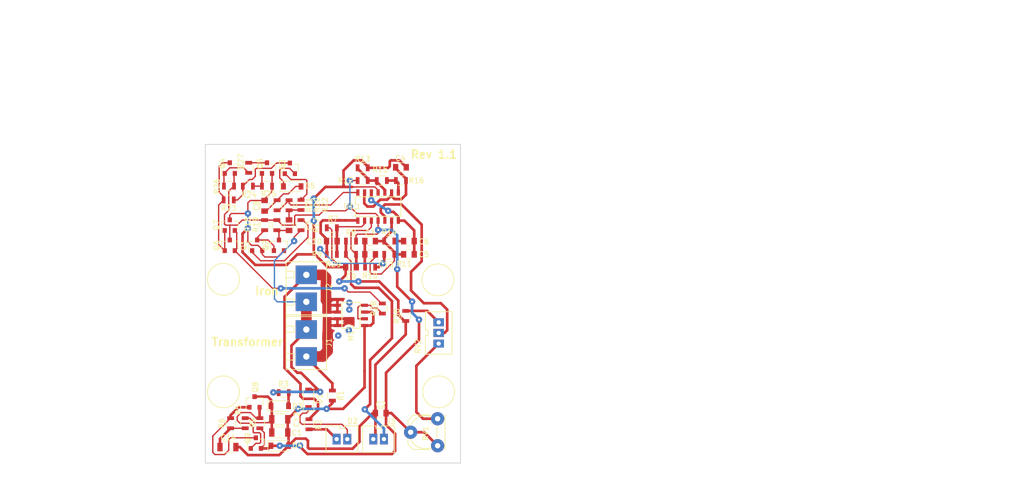
<source format=kicad_pcb>
(kicad_pcb (version 4) (host pcbnew 4.0.7)

  (general
    (links 116)
    (no_connects 0)
    (area 29.150001 44.3 225.85 136.000001)
    (thickness 1.6)
    (drawings 13)
    (tracks 558)
    (zones 0)
    (modules 68)
    (nets 42)
  )

  (page User 279.4 215.9)
  (layers
    (0 F.Cu signal)
    (31 B.Cu signal)
    (32 B.Adhes user)
    (33 F.Adhes user)
    (34 B.Paste user)
    (35 F.Paste user)
    (36 B.SilkS user)
    (37 F.SilkS user)
    (38 B.Mask user)
    (39 F.Mask user)
    (40 Dwgs.User user)
    (41 Cmts.User user)
    (42 Eco1.User user)
    (43 Eco2.User user)
    (44 Edge.Cuts user)
    (45 Margin user)
    (46 B.CrtYd user)
    (47 F.CrtYd user)
    (48 B.Fab user)
    (49 F.Fab user hide)
  )

  (setup
    (last_trace_width 0.25)
    (user_trace_width 0.4)
    (user_trace_width 0.5)
    (user_trace_width 1)
    (user_trace_width 1.5)
    (user_trace_width 2)
    (trace_clearance 0.2)
    (zone_clearance 0.508)
    (zone_45_only no)
    (trace_min 0.2)
    (segment_width 0.2)
    (edge_width 0.15)
    (via_size 0.6)
    (via_drill 0.4)
    (via_min_size 0.4)
    (via_min_drill 0.3)
    (user_via 1 0.4)
    (user_via 1.2 0.4)
    (user_via 2.1 0.8)
    (user_via 3.5 3.1)
    (uvia_size 0.3)
    (uvia_drill 0.1)
    (uvias_allowed no)
    (uvia_min_size 0.2)
    (uvia_min_drill 0.1)
    (pcb_text_width 0.3)
    (pcb_text_size 1.5 1.5)
    (mod_edge_width 0.15)
    (mod_text_size 1 1)
    (mod_text_width 0.15)
    (pad_size 1.524 1.524)
    (pad_drill 0.762)
    (pad_to_mask_clearance 0.2)
    (aux_axis_origin 0 0)
    (visible_elements FFFEFF7F)
    (pcbplotparams
      (layerselection 0x010e0_80000001)
      (usegerberextensions false)
      (excludeedgelayer true)
      (linewidth 0.100000)
      (plotframeref false)
      (viasonmask false)
      (mode 1)
      (useauxorigin false)
      (hpglpennumber 1)
      (hpglpenspeed 20)
      (hpglpendiameter 15)
      (hpglpenoverlay 2)
      (psnegative false)
      (psa4output false)
      (plotreference true)
      (plotvalue true)
      (plotinvisibletext false)
      (padsonsilk false)
      (subtractmaskfromsilk false)
      (outputformat 1)
      (mirror false)
      (drillshape 0)
      (scaleselection 1)
      (outputdirectory ../../../Desktop/gerber/))
  )

  (net 0 "")
  (net 1 "Net-(D1-Pad1)")
  (net 2 /Vtrans1)
  (net 3 "Net-(D2-Pad1)")
  (net 4 "Net-(C1-Pad1)")
  (net 5 "Net-(D3-Pad2)")
  (net 6 VCC)
  (net 7 GND)
  (net 8 "Net-(D5-Pad1)")
  (net 9 "Net-(C8-Pad1)")
  (net 10 /Vgate)
  (net 11 "Net-(Q1-Pad1)")
  (net 12 "Net-(Q1-Pad3)")
  (net 13 "Net-(C7-Pad1)")
  (net 14 "Net-(Q3-Pad1)")
  (net 15 "Net-(Q3-Pad3)")
  (net 16 "Net-(Q4-Pad1)")
  (net 17 "Net-(Q4-Pad3)")
  (net 18 "Net-(Q5-Pad1)")
  (net 19 "Net-(Q5-Pad3)")
  (net 20 "Net-(Q6-Pad2)")
  (net 21 "Net-(C4-Pad2)")
  (net 22 "Net-(C5-Pad1)")
  (net 23 "Net-(C6-Pad2)")
  (net 24 "Net-(C7-Pad2)")
  (net 25 "Net-(R12-Pad2)")
  (net 26 "Net-(R15-Pad1)")
  (net 27 "Net-(R20-Pad1)")
  (net 28 "Net-(RV2-Pad2)")
  (net 29 "Net-(C9-Pad1)")
  (net 30 "Net-(C10-Pad1)")
  (net 31 "Net-(C10-Pad2)")
  (net 32 "Net-(J3-Pad2)")
  (net 33 "Net-(C13-Pad1)")
  (net 34 "Net-(C13-Pad2)")
  (net 35 "Net-(Q8-Pad2)")
  (net 36 "Net-(C14-Pad1)")
  (net 37 "Net-(Q8-Pad1)")
  (net 38 "Net-(RV1-Pad1)")
  (net 39 "Net-(R30-Pad2)")
  (net 40 "Net-(J1-Pad1)")
  (net 41 "Net-(J2-Pad2)")

  (net_class Default "This is the default net class."
    (clearance 0.2)
    (trace_width 0.25)
    (via_dia 0.6)
    (via_drill 0.4)
    (uvia_dia 0.3)
    (uvia_drill 0.1)
    (add_net /Vgate)
    (add_net /Vtrans1)
    (add_net GND)
    (add_net "Net-(C1-Pad1)")
    (add_net "Net-(C10-Pad1)")
    (add_net "Net-(C10-Pad2)")
    (add_net "Net-(C13-Pad1)")
    (add_net "Net-(C13-Pad2)")
    (add_net "Net-(C14-Pad1)")
    (add_net "Net-(C4-Pad2)")
    (add_net "Net-(C5-Pad1)")
    (add_net "Net-(C6-Pad2)")
    (add_net "Net-(C7-Pad1)")
    (add_net "Net-(C7-Pad2)")
    (add_net "Net-(C8-Pad1)")
    (add_net "Net-(C9-Pad1)")
    (add_net "Net-(D1-Pad1)")
    (add_net "Net-(D2-Pad1)")
    (add_net "Net-(D3-Pad2)")
    (add_net "Net-(D5-Pad1)")
    (add_net "Net-(J1-Pad1)")
    (add_net "Net-(J2-Pad2)")
    (add_net "Net-(J3-Pad2)")
    (add_net "Net-(Q1-Pad1)")
    (add_net "Net-(Q1-Pad3)")
    (add_net "Net-(Q3-Pad1)")
    (add_net "Net-(Q3-Pad3)")
    (add_net "Net-(Q4-Pad1)")
    (add_net "Net-(Q4-Pad3)")
    (add_net "Net-(Q5-Pad1)")
    (add_net "Net-(Q5-Pad3)")
    (add_net "Net-(Q6-Pad2)")
    (add_net "Net-(Q8-Pad1)")
    (add_net "Net-(Q8-Pad2)")
    (add_net "Net-(R12-Pad2)")
    (add_net "Net-(R15-Pad1)")
    (add_net "Net-(R20-Pad1)")
    (add_net "Net-(R30-Pad2)")
    (add_net "Net-(RV1-Pad1)")
    (add_net "Net-(RV2-Pad2)")
    (add_net VCC)
  )

  (net_class idkman ""
    (clearance 0.25)
    (trace_width 0.25)
    (via_dia 1)
    (via_drill 0.4)
    (uvia_dia 0.3)
    (uvia_drill 0.1)
  )

  (module seb_fp:m3_hole (layer F.Cu) (tedit 600E8ABB) (tstamp 600CC6CE)
    (at 111.75 96.5)
    (path /600EAFFD)
    (fp_text reference MEC4 (at 0.07 -2.12) (layer F.SilkS) hide
      (effects (font (size 1 1) (thickness 0.15)))
    )
    (fp_text value Screw_Terminal_01x01 (at 0.1 -3.55) (layer F.Fab)
      (effects (font (size 1 1) (thickness 0.15)))
    )
    (fp_circle (center 0 0) (end 3 0) (layer F.SilkS) (width 0.15))
    (pad "" np_thru_hole circle (at 0 0) (size 3.2 3.2) (drill 3.2) (layers *.Cu *.Mask))
  )

  (module seb_fp:m3_hole (layer F.Cu) (tedit 600E8AC1) (tstamp 600CC6C9)
    (at 111.9 117.6)
    (path /600EAC08)
    (fp_text reference MEC3 (at 0.07 -2.12) (layer F.SilkS) hide
      (effects (font (size 1 1) (thickness 0.15)))
    )
    (fp_text value Screw_Terminal_01x01 (at 0.1 -3.55) (layer F.Fab)
      (effects (font (size 1 1) (thickness 0.15)))
    )
    (fp_circle (center 0 0) (end 3 0) (layer F.SilkS) (width 0.15))
    (pad "" np_thru_hole circle (at 0 0) (size 3.2 3.2) (drill 3.2) (layers *.Cu *.Mask))
  )

  (module seb_fp:m3_hole (layer F.Cu) (tedit 600E8AB3) (tstamp 600CC6C4)
    (at 71.4 117.6)
    (path /600EA703)
    (fp_text reference MEC2 (at 0.07 -2.12) (layer F.SilkS) hide
      (effects (font (size 1 1) (thickness 0.15)))
    )
    (fp_text value Screw_Terminal_01x01 (at 0.1 -3.55) (layer F.Fab)
      (effects (font (size 1 1) (thickness 0.15)))
    )
    (fp_circle (center 0 0) (end 3 0) (layer F.SilkS) (width 0.15))
    (pad "" np_thru_hole circle (at 0 0) (size 3.2 3.2) (drill 3.2) (layers *.Cu *.Mask))
  )

  (module Diodes_SMD:D_SOD-123 (layer F.Cu) (tedit 600E993D) (tstamp 5FFB3EB3)
    (at 87.4 118.9 90)
    (descr SOD-123)
    (tags SOD-123)
    (path /6007156C)
    (attr smd)
    (fp_text reference D1 (at 0 2.1 90) (layer F.SilkS)
      (effects (font (size 1 1) (thickness 0.15)))
    )
    (fp_text value 1n4003 (at 0 2.1 90) (layer F.Fab)
      (effects (font (size 1 1) (thickness 0.15)))
    )
    (fp_text user %R (at 0 0 90) (layer F.Fab)
      (effects (font (size 1 1) (thickness 0.15)))
    )
    (fp_line (start -2.25 -1) (end -2.25 1) (layer F.SilkS) (width 0.12))
    (fp_line (start 0.25 0) (end 0.75 0) (layer F.Fab) (width 0.1))
    (fp_line (start 0.25 0.4) (end -0.35 0) (layer F.Fab) (width 0.1))
    (fp_line (start 0.25 -0.4) (end 0.25 0.4) (layer F.Fab) (width 0.1))
    (fp_line (start -0.35 0) (end 0.25 -0.4) (layer F.Fab) (width 0.1))
    (fp_line (start -0.35 0) (end -0.35 0.55) (layer F.Fab) (width 0.1))
    (fp_line (start -0.35 0) (end -0.35 -0.55) (layer F.Fab) (width 0.1))
    (fp_line (start -0.75 0) (end -0.35 0) (layer F.Fab) (width 0.1))
    (fp_line (start -1.4 0.9) (end -1.4 -0.9) (layer F.Fab) (width 0.1))
    (fp_line (start 1.4 0.9) (end -1.4 0.9) (layer F.Fab) (width 0.1))
    (fp_line (start 1.4 -0.9) (end 1.4 0.9) (layer F.Fab) (width 0.1))
    (fp_line (start -1.4 -0.9) (end 1.4 -0.9) (layer F.Fab) (width 0.1))
    (fp_line (start -2.35 -1.15) (end 2.35 -1.15) (layer F.CrtYd) (width 0.05))
    (fp_line (start 2.35 -1.15) (end 2.35 1.15) (layer F.CrtYd) (width 0.05))
    (fp_line (start 2.35 1.15) (end -2.35 1.15) (layer F.CrtYd) (width 0.05))
    (fp_line (start -2.35 -1.15) (end -2.35 1.15) (layer F.CrtYd) (width 0.05))
    (fp_line (start -2.25 1) (end 1.65 1) (layer F.SilkS) (width 0.12))
    (fp_line (start -2.25 -1) (end 1.65 -1) (layer F.SilkS) (width 0.12))
    (pad 1 smd rect (at -1.65 0 90) (size 0.9 1.2) (layers F.Cu F.Paste F.Mask)
      (net 1 "Net-(D1-Pad1)"))
    (pad 2 smd rect (at 1.65 0 90) (size 0.9 1.2) (layers F.Cu F.Paste F.Mask)
      (net 2 /Vtrans1))
    (model ${KISYS3DMOD}/Diodes_SMD.3dshapes/D_SOD-123.wrl
      (at (xyz 0 0 0))
      (scale (xyz 1 1 1))
      (rotate (xyz 0 0 0))
    )
  )

  (module Diodes_SMD:D_SOD-123 (layer F.Cu) (tedit 600E999F) (tstamp 5FFB3EBF)
    (at 82 120.25)
    (descr SOD-123)
    (tags SOD-123)
    (path /5FF6B5A9)
    (attr smd)
    (fp_text reference D3 (at 3.3 0.05) (layer F.SilkS)
      (effects (font (size 1 1) (thickness 0.15)))
    )
    (fp_text value 1n4003 (at 0 2.1) (layer F.Fab)
      (effects (font (size 1 1) (thickness 0.15)))
    )
    (fp_text user %R (at 0 0) (layer F.Fab)
      (effects (font (size 1 1) (thickness 0.15)))
    )
    (fp_line (start -2.25 -1) (end -2.25 1) (layer F.SilkS) (width 0.12))
    (fp_line (start 0.25 0) (end 0.75 0) (layer F.Fab) (width 0.1))
    (fp_line (start 0.25 0.4) (end -0.35 0) (layer F.Fab) (width 0.1))
    (fp_line (start 0.25 -0.4) (end 0.25 0.4) (layer F.Fab) (width 0.1))
    (fp_line (start -0.35 0) (end 0.25 -0.4) (layer F.Fab) (width 0.1))
    (fp_line (start -0.35 0) (end -0.35 0.55) (layer F.Fab) (width 0.1))
    (fp_line (start -0.35 0) (end -0.35 -0.55) (layer F.Fab) (width 0.1))
    (fp_line (start -0.75 0) (end -0.35 0) (layer F.Fab) (width 0.1))
    (fp_line (start -1.4 0.9) (end -1.4 -0.9) (layer F.Fab) (width 0.1))
    (fp_line (start 1.4 0.9) (end -1.4 0.9) (layer F.Fab) (width 0.1))
    (fp_line (start 1.4 -0.9) (end 1.4 0.9) (layer F.Fab) (width 0.1))
    (fp_line (start -1.4 -0.9) (end 1.4 -0.9) (layer F.Fab) (width 0.1))
    (fp_line (start -2.35 -1.15) (end 2.35 -1.15) (layer F.CrtYd) (width 0.05))
    (fp_line (start 2.35 -1.15) (end 2.35 1.15) (layer F.CrtYd) (width 0.05))
    (fp_line (start 2.35 1.15) (end -2.35 1.15) (layer F.CrtYd) (width 0.05))
    (fp_line (start -2.35 -1.15) (end -2.35 1.15) (layer F.CrtYd) (width 0.05))
    (fp_line (start -2.25 1) (end 1.65 1) (layer F.SilkS) (width 0.12))
    (fp_line (start -2.25 -1) (end 1.65 -1) (layer F.SilkS) (width 0.12))
    (pad 1 smd rect (at -1.65 0) (size 0.9 1.2) (layers F.Cu F.Paste F.Mask)
      (net 4 "Net-(C1-Pad1)"))
    (pad 2 smd rect (at 1.65 0) (size 0.9 1.2) (layers F.Cu F.Paste F.Mask)
      (net 5 "Net-(D3-Pad2)"))
    (model ${KISYS3DMOD}/Diodes_SMD.3dshapes/D_SOD-123.wrl
      (at (xyz 0 0 0))
      (scale (xyz 1 1 1))
      (rotate (xyz 0 0 0))
    )
  )

  (module Diodes_SMD:D_SOD-123 (layer F.Cu) (tedit 600E998B) (tstamp 5FFB3EC5)
    (at 82 127.75)
    (descr SOD-123)
    (tags SOD-123)
    (path /5FFDF243)
    (attr smd)
    (fp_text reference D4 (at 3.3 -0.05) (layer F.SilkS)
      (effects (font (size 1 1) (thickness 0.15)))
    )
    (fp_text value D_Zener (at 0 2.1) (layer F.Fab)
      (effects (font (size 1 1) (thickness 0.15)))
    )
    (fp_text user %R (at 0 0) (layer F.Fab)
      (effects (font (size 1 1) (thickness 0.15)))
    )
    (fp_line (start -2.25 -1) (end -2.25 1) (layer F.SilkS) (width 0.12))
    (fp_line (start 0.25 0) (end 0.75 0) (layer F.Fab) (width 0.1))
    (fp_line (start 0.25 0.4) (end -0.35 0) (layer F.Fab) (width 0.1))
    (fp_line (start 0.25 -0.4) (end 0.25 0.4) (layer F.Fab) (width 0.1))
    (fp_line (start -0.35 0) (end 0.25 -0.4) (layer F.Fab) (width 0.1))
    (fp_line (start -0.35 0) (end -0.35 0.55) (layer F.Fab) (width 0.1))
    (fp_line (start -0.35 0) (end -0.35 -0.55) (layer F.Fab) (width 0.1))
    (fp_line (start -0.75 0) (end -0.35 0) (layer F.Fab) (width 0.1))
    (fp_line (start -1.4 0.9) (end -1.4 -0.9) (layer F.Fab) (width 0.1))
    (fp_line (start 1.4 0.9) (end -1.4 0.9) (layer F.Fab) (width 0.1))
    (fp_line (start 1.4 -0.9) (end 1.4 0.9) (layer F.Fab) (width 0.1))
    (fp_line (start -1.4 -0.9) (end 1.4 -0.9) (layer F.Fab) (width 0.1))
    (fp_line (start -2.35 -1.15) (end 2.35 -1.15) (layer F.CrtYd) (width 0.05))
    (fp_line (start 2.35 -1.15) (end 2.35 1.15) (layer F.CrtYd) (width 0.05))
    (fp_line (start 2.35 1.15) (end -2.35 1.15) (layer F.CrtYd) (width 0.05))
    (fp_line (start -2.35 -1.15) (end -2.35 1.15) (layer F.CrtYd) (width 0.05))
    (fp_line (start -2.25 1) (end 1.65 1) (layer F.SilkS) (width 0.12))
    (fp_line (start -2.25 -1) (end 1.65 -1) (layer F.SilkS) (width 0.12))
    (pad 1 smd rect (at -1.65 0) (size 0.9 1.2) (layers F.Cu F.Paste F.Mask)
      (net 6 VCC))
    (pad 2 smd rect (at 1.65 0) (size 0.9 1.2) (layers F.Cu F.Paste F.Mask)
      (net 7 GND))
    (model ${KISYS3DMOD}/Diodes_SMD.3dshapes/D_SOD-123.wrl
      (at (xyz 0 0 0))
      (scale (xyz 1 1 1))
      (rotate (xyz 0 0 0))
    )
  )

  (module Diodes_SMD:D_SOD-123 (layer F.Cu) (tedit 600E9A06) (tstamp 5FFB3ECB)
    (at 84.35 78.9)
    (descr SOD-123)
    (tags SOD-123)
    (path /5FFF7E18)
    (attr smd)
    (fp_text reference D5 (at 3.35 -0.1) (layer F.SilkS)
      (effects (font (size 1 1) (thickness 0.15)))
    )
    (fp_text value D (at 0 2.1) (layer F.Fab)
      (effects (font (size 1 1) (thickness 0.15)))
    )
    (fp_text user %R (at 0.508 0.254) (layer F.Fab)
      (effects (font (size 1 1) (thickness 0.15)))
    )
    (fp_line (start -2.25 -1) (end -2.25 1) (layer F.SilkS) (width 0.12))
    (fp_line (start 0.25 0) (end 0.75 0) (layer F.Fab) (width 0.1))
    (fp_line (start 0.25 0.4) (end -0.35 0) (layer F.Fab) (width 0.1))
    (fp_line (start 0.25 -0.4) (end 0.25 0.4) (layer F.Fab) (width 0.1))
    (fp_line (start -0.35 0) (end 0.25 -0.4) (layer F.Fab) (width 0.1))
    (fp_line (start -0.35 0) (end -0.35 0.55) (layer F.Fab) (width 0.1))
    (fp_line (start -0.35 0) (end -0.35 -0.55) (layer F.Fab) (width 0.1))
    (fp_line (start -0.75 0) (end -0.35 0) (layer F.Fab) (width 0.1))
    (fp_line (start -1.4 0.9) (end -1.4 -0.9) (layer F.Fab) (width 0.1))
    (fp_line (start 1.4 0.9) (end -1.4 0.9) (layer F.Fab) (width 0.1))
    (fp_line (start 1.4 -0.9) (end 1.4 0.9) (layer F.Fab) (width 0.1))
    (fp_line (start -1.4 -0.9) (end 1.4 -0.9) (layer F.Fab) (width 0.1))
    (fp_line (start -2.35 -1.15) (end 2.35 -1.15) (layer F.CrtYd) (width 0.05))
    (fp_line (start 2.35 -1.15) (end 2.35 1.15) (layer F.CrtYd) (width 0.05))
    (fp_line (start 2.35 1.15) (end -2.35 1.15) (layer F.CrtYd) (width 0.05))
    (fp_line (start -2.35 -1.15) (end -2.35 1.15) (layer F.CrtYd) (width 0.05))
    (fp_line (start -2.25 1) (end 1.65 1) (layer F.SilkS) (width 0.12))
    (fp_line (start -2.25 -1) (end 1.65 -1) (layer F.SilkS) (width 0.12))
    (pad 1 smd rect (at -1.65 0) (size 0.9 1.2) (layers F.Cu F.Paste F.Mask)
      (net 8 "Net-(D5-Pad1)"))
    (pad 2 smd rect (at 1.65 0) (size 0.9 1.2) (layers F.Cu F.Paste F.Mask)
      (net 9 "Net-(C8-Pad1)"))
    (model ${KISYS3DMOD}/Diodes_SMD.3dshapes/D_SOD-123.wrl
      (at (xyz 0 0 0))
      (scale (xyz 1 1 1))
      (rotate (xyz 0 0 0))
    )
  )

  (module TO_SOT_Packages_SMD:SOT-23 (layer F.Cu) (tedit 58CE4E7E) (tstamp 5FFB3EF0)
    (at 77.75 90 90)
    (descr "SOT-23, Standard")
    (tags SOT-23)
    (path /5FF64538)
    (attr smd)
    (fp_text reference Q1 (at 0 -2.5 90) (layer F.SilkS)
      (effects (font (size 1 1) (thickness 0.15)))
    )
    (fp_text value MMBT3904 (at 0 2.5 90) (layer F.Fab)
      (effects (font (size 1 1) (thickness 0.15)))
    )
    (fp_text user %R (at 0 0 180) (layer F.Fab)
      (effects (font (size 0.5 0.5) (thickness 0.075)))
    )
    (fp_line (start -0.7 -0.95) (end -0.7 1.5) (layer F.Fab) (width 0.1))
    (fp_line (start -0.15 -1.52) (end 0.7 -1.52) (layer F.Fab) (width 0.1))
    (fp_line (start -0.7 -0.95) (end -0.15 -1.52) (layer F.Fab) (width 0.1))
    (fp_line (start 0.7 -1.52) (end 0.7 1.52) (layer F.Fab) (width 0.1))
    (fp_line (start -0.7 1.52) (end 0.7 1.52) (layer F.Fab) (width 0.1))
    (fp_line (start 0.76 1.58) (end 0.76 0.65) (layer F.SilkS) (width 0.12))
    (fp_line (start 0.76 -1.58) (end 0.76 -0.65) (layer F.SilkS) (width 0.12))
    (fp_line (start -1.7 -1.75) (end 1.7 -1.75) (layer F.CrtYd) (width 0.05))
    (fp_line (start 1.7 -1.75) (end 1.7 1.75) (layer F.CrtYd) (width 0.05))
    (fp_line (start 1.7 1.75) (end -1.7 1.75) (layer F.CrtYd) (width 0.05))
    (fp_line (start -1.7 1.75) (end -1.7 -1.75) (layer F.CrtYd) (width 0.05))
    (fp_line (start 0.76 -1.58) (end -1.4 -1.58) (layer F.SilkS) (width 0.12))
    (fp_line (start 0.76 1.58) (end -0.7 1.58) (layer F.SilkS) (width 0.12))
    (pad 1 smd rect (at -1 -0.95 90) (size 0.9 0.8) (layers F.Cu F.Paste F.Mask)
      (net 11 "Net-(Q1-Pad1)"))
    (pad 2 smd rect (at -1 0.95 90) (size 0.9 0.8) (layers F.Cu F.Paste F.Mask)
      (net 7 GND))
    (pad 3 smd rect (at 1 0 90) (size 0.9 0.8) (layers F.Cu F.Paste F.Mask)
      (net 12 "Net-(Q1-Pad3)"))
    (model ${KISYS3DMOD}/TO_SOT_Packages_SMD.3dshapes/SOT-23.wrl
      (at (xyz 0 0 0))
      (scale (xyz 1 1 1))
      (rotate (xyz 0 0 0))
    )
  )

  (module TO_SOT_Packages_SMD:SOT-23 (layer F.Cu) (tedit 58CE4E7E) (tstamp 5FFB3EF7)
    (at 81.85 90 90)
    (descr "SOT-23, Standard")
    (tags SOT-23)
    (path /5FF81287)
    (attr smd)
    (fp_text reference Q2 (at 0 -2.5 90) (layer F.SilkS)
      (effects (font (size 1 1) (thickness 0.15)))
    )
    (fp_text value MMBT3904 (at 0 2.5 90) (layer F.Fab)
      (effects (font (size 1 1) (thickness 0.15)))
    )
    (fp_text user %R (at 0 0 180) (layer F.Fab)
      (effects (font (size 0.5 0.5) (thickness 0.075)))
    )
    (fp_line (start -0.7 -0.95) (end -0.7 1.5) (layer F.Fab) (width 0.1))
    (fp_line (start -0.15 -1.52) (end 0.7 -1.52) (layer F.Fab) (width 0.1))
    (fp_line (start -0.7 -0.95) (end -0.15 -1.52) (layer F.Fab) (width 0.1))
    (fp_line (start 0.7 -1.52) (end 0.7 1.52) (layer F.Fab) (width 0.1))
    (fp_line (start -0.7 1.52) (end 0.7 1.52) (layer F.Fab) (width 0.1))
    (fp_line (start 0.76 1.58) (end 0.76 0.65) (layer F.SilkS) (width 0.12))
    (fp_line (start 0.76 -1.58) (end 0.76 -0.65) (layer F.SilkS) (width 0.12))
    (fp_line (start -1.7 -1.75) (end 1.7 -1.75) (layer F.CrtYd) (width 0.05))
    (fp_line (start 1.7 -1.75) (end 1.7 1.75) (layer F.CrtYd) (width 0.05))
    (fp_line (start 1.7 1.75) (end -1.7 1.75) (layer F.CrtYd) (width 0.05))
    (fp_line (start -1.7 1.75) (end -1.7 -1.75) (layer F.CrtYd) (width 0.05))
    (fp_line (start 0.76 -1.58) (end -1.4 -1.58) (layer F.SilkS) (width 0.12))
    (fp_line (start 0.76 1.58) (end -0.7 1.58) (layer F.SilkS) (width 0.12))
    (pad 1 smd rect (at -1 -0.95 90) (size 0.9 0.8) (layers F.Cu F.Paste F.Mask)
      (net 12 "Net-(Q1-Pad3)"))
    (pad 2 smd rect (at -1 0.95 90) (size 0.9 0.8) (layers F.Cu F.Paste F.Mask)
      (net 7 GND))
    (pad 3 smd rect (at 1 0 90) (size 0.9 0.8) (layers F.Cu F.Paste F.Mask)
      (net 13 "Net-(C7-Pad1)"))
    (model ${KISYS3DMOD}/TO_SOT_Packages_SMD.3dshapes/SOT-23.wrl
      (at (xyz 0 0 0))
      (scale (xyz 1 1 1))
      (rotate (xyz 0 0 0))
    )
  )

  (module TO_SOT_Packages_SMD:SOT-23 (layer F.Cu) (tedit 600E99FA) (tstamp 5FFB3EFE)
    (at 83.9 75.5 90)
    (descr "SOT-23, Standard")
    (tags SOT-23)
    (path /5FF94D7B)
    (attr smd)
    (fp_text reference Q3 (at 0.7 -1.4 90) (layer F.SilkS)
      (effects (font (size 1 1) (thickness 0.15)))
    )
    (fp_text value MMBT3906 (at 0 2.5 90) (layer F.Fab)
      (effects (font (size 1 1) (thickness 0.15)))
    )
    (fp_text user %R (at 0 0 180) (layer F.Fab)
      (effects (font (size 0.5 0.5) (thickness 0.075)))
    )
    (fp_line (start -0.7 -0.95) (end -0.7 1.5) (layer F.Fab) (width 0.1))
    (fp_line (start -0.15 -1.52) (end 0.7 -1.52) (layer F.Fab) (width 0.1))
    (fp_line (start -0.7 -0.95) (end -0.15 -1.52) (layer F.Fab) (width 0.1))
    (fp_line (start 0.7 -1.52) (end 0.7 1.52) (layer F.Fab) (width 0.1))
    (fp_line (start -0.7 1.52) (end 0.7 1.52) (layer F.Fab) (width 0.1))
    (fp_line (start 0.76 1.58) (end 0.76 0.65) (layer F.SilkS) (width 0.12))
    (fp_line (start 0.76 -1.58) (end 0.76 -0.65) (layer F.SilkS) (width 0.12))
    (fp_line (start -1.7 -1.75) (end 1.7 -1.75) (layer F.CrtYd) (width 0.05))
    (fp_line (start 1.7 -1.75) (end 1.7 1.75) (layer F.CrtYd) (width 0.05))
    (fp_line (start 1.7 1.75) (end -1.7 1.75) (layer F.CrtYd) (width 0.05))
    (fp_line (start -1.7 1.75) (end -1.7 -1.75) (layer F.CrtYd) (width 0.05))
    (fp_line (start 0.76 -1.58) (end -1.4 -1.58) (layer F.SilkS) (width 0.12))
    (fp_line (start 0.76 1.58) (end -0.7 1.58) (layer F.SilkS) (width 0.12))
    (pad 1 smd rect (at -1 -0.95 90) (size 0.9 0.8) (layers F.Cu F.Paste F.Mask)
      (net 14 "Net-(Q3-Pad1)"))
    (pad 2 smd rect (at -1 0.95 90) (size 0.9 0.8) (layers F.Cu F.Paste F.Mask)
      (net 8 "Net-(D5-Pad1)"))
    (pad 3 smd rect (at 1 0 90) (size 0.9 0.8) (layers F.Cu F.Paste F.Mask)
      (net 15 "Net-(Q3-Pad3)"))
    (model ${KISYS3DMOD}/TO_SOT_Packages_SMD.3dshapes/SOT-23.wrl
      (at (xyz 0 0 0))
      (scale (xyz 1 1 1))
      (rotate (xyz 0 0 0))
    )
  )

  (module TO_SOT_Packages_SMD:SOT-23 (layer F.Cu) (tedit 600E99C5) (tstamp 5FFB3F05)
    (at 72.6 75.45 90)
    (descr "SOT-23, Standard")
    (tags SOT-23)
    (path /5FF88023)
    (attr smd)
    (fp_text reference Q4 (at 0.85 -1.4 90) (layer F.SilkS)
      (effects (font (size 1 1) (thickness 0.15)))
    )
    (fp_text value MMBT3906 (at 0 2.5 90) (layer F.Fab)
      (effects (font (size 1 1) (thickness 0.15)))
    )
    (fp_text user %R (at 0 0 180) (layer F.Fab)
      (effects (font (size 0.5 0.5) (thickness 0.075)))
    )
    (fp_line (start -0.7 -0.95) (end -0.7 1.5) (layer F.Fab) (width 0.1))
    (fp_line (start -0.15 -1.52) (end 0.7 -1.52) (layer F.Fab) (width 0.1))
    (fp_line (start -0.7 -0.95) (end -0.15 -1.52) (layer F.Fab) (width 0.1))
    (fp_line (start 0.7 -1.52) (end 0.7 1.52) (layer F.Fab) (width 0.1))
    (fp_line (start -0.7 1.52) (end 0.7 1.52) (layer F.Fab) (width 0.1))
    (fp_line (start 0.76 1.58) (end 0.76 0.65) (layer F.SilkS) (width 0.12))
    (fp_line (start 0.76 -1.58) (end 0.76 -0.65) (layer F.SilkS) (width 0.12))
    (fp_line (start -1.7 -1.75) (end 1.7 -1.75) (layer F.CrtYd) (width 0.05))
    (fp_line (start 1.7 -1.75) (end 1.7 1.75) (layer F.CrtYd) (width 0.05))
    (fp_line (start 1.7 1.75) (end -1.7 1.75) (layer F.CrtYd) (width 0.05))
    (fp_line (start -1.7 1.75) (end -1.7 -1.75) (layer F.CrtYd) (width 0.05))
    (fp_line (start 0.76 -1.58) (end -1.4 -1.58) (layer F.SilkS) (width 0.12))
    (fp_line (start 0.76 1.58) (end -0.7 1.58) (layer F.SilkS) (width 0.12))
    (pad 1 smd rect (at -1 -0.95 90) (size 0.9 0.8) (layers F.Cu F.Paste F.Mask)
      (net 16 "Net-(Q4-Pad1)"))
    (pad 2 smd rect (at -1 0.95 90) (size 0.9 0.8) (layers F.Cu F.Paste F.Mask)
      (net 6 VCC))
    (pad 3 smd rect (at 1 0 90) (size 0.9 0.8) (layers F.Cu F.Paste F.Mask)
      (net 17 "Net-(Q4-Pad3)"))
    (model ${KISYS3DMOD}/TO_SOT_Packages_SMD.3dshapes/SOT-23.wrl
      (at (xyz 0 0 0))
      (scale (xyz 1 1 1))
      (rotate (xyz 0 0 0))
    )
  )

  (module TO_SOT_Packages_SMD:SOT-23 (layer F.Cu) (tedit 600E99D4) (tstamp 5FFB3F0C)
    (at 79.6 75.45 90)
    (descr "SOT-23, Standard")
    (tags SOT-23)
    (path /5FF886D1)
    (attr smd)
    (fp_text reference Q5 (at 0.85 -1.3 90) (layer F.SilkS)
      (effects (font (size 1 1) (thickness 0.15)))
    )
    (fp_text value MMBT3904 (at 0 2.5 90) (layer F.Fab)
      (effects (font (size 1 1) (thickness 0.15)))
    )
    (fp_text user %R (at 0 0 180) (layer F.Fab)
      (effects (font (size 0.5 0.5) (thickness 0.075)))
    )
    (fp_line (start -0.7 -0.95) (end -0.7 1.5) (layer F.Fab) (width 0.1))
    (fp_line (start -0.15 -1.52) (end 0.7 -1.52) (layer F.Fab) (width 0.1))
    (fp_line (start -0.7 -0.95) (end -0.15 -1.52) (layer F.Fab) (width 0.1))
    (fp_line (start 0.7 -1.52) (end 0.7 1.52) (layer F.Fab) (width 0.1))
    (fp_line (start -0.7 1.52) (end 0.7 1.52) (layer F.Fab) (width 0.1))
    (fp_line (start 0.76 1.58) (end 0.76 0.65) (layer F.SilkS) (width 0.12))
    (fp_line (start 0.76 -1.58) (end 0.76 -0.65) (layer F.SilkS) (width 0.12))
    (fp_line (start -1.7 -1.75) (end 1.7 -1.75) (layer F.CrtYd) (width 0.05))
    (fp_line (start 1.7 -1.75) (end 1.7 1.75) (layer F.CrtYd) (width 0.05))
    (fp_line (start 1.7 1.75) (end -1.7 1.75) (layer F.CrtYd) (width 0.05))
    (fp_line (start -1.7 1.75) (end -1.7 -1.75) (layer F.CrtYd) (width 0.05))
    (fp_line (start 0.76 -1.58) (end -1.4 -1.58) (layer F.SilkS) (width 0.12))
    (fp_line (start 0.76 1.58) (end -0.7 1.58) (layer F.SilkS) (width 0.12))
    (pad 1 smd rect (at -1 -0.95 90) (size 0.9 0.8) (layers F.Cu F.Paste F.Mask)
      (net 18 "Net-(Q5-Pad1)"))
    (pad 2 smd rect (at -1 0.95 90) (size 0.9 0.8) (layers F.Cu F.Paste F.Mask)
      (net 7 GND))
    (pad 3 smd rect (at 1 0 90) (size 0.9 0.8) (layers F.Cu F.Paste F.Mask)
      (net 19 "Net-(Q5-Pad3)"))
    (model ${KISYS3DMOD}/TO_SOT_Packages_SMD.3dshapes/SOT-23.wrl
      (at (xyz 0 0 0))
      (scale (xyz 1 1 1))
      (rotate (xyz 0 0 0))
    )
  )

  (module TO_SOT_Packages_SMD:SOT-23 (layer F.Cu) (tedit 58CE4E7E) (tstamp 5FFB3F13)
    (at 72.6 90 90)
    (descr "SOT-23, Standard")
    (tags SOT-23)
    (path /5FFEF67C)
    (attr smd)
    (fp_text reference Q6 (at 0 -2.5 90) (layer F.SilkS)
      (effects (font (size 1 1) (thickness 0.15)))
    )
    (fp_text value MMBT3904 (at 0 2.5 90) (layer F.Fab)
      (effects (font (size 1 1) (thickness 0.15)))
    )
    (fp_text user %R (at 0 0 180) (layer F.Fab)
      (effects (font (size 0.5 0.5) (thickness 0.075)))
    )
    (fp_line (start -0.7 -0.95) (end -0.7 1.5) (layer F.Fab) (width 0.1))
    (fp_line (start -0.15 -1.52) (end 0.7 -1.52) (layer F.Fab) (width 0.1))
    (fp_line (start -0.7 -0.95) (end -0.15 -1.52) (layer F.Fab) (width 0.1))
    (fp_line (start 0.7 -1.52) (end 0.7 1.52) (layer F.Fab) (width 0.1))
    (fp_line (start -0.7 1.52) (end 0.7 1.52) (layer F.Fab) (width 0.1))
    (fp_line (start 0.76 1.58) (end 0.76 0.65) (layer F.SilkS) (width 0.12))
    (fp_line (start 0.76 -1.58) (end 0.76 -0.65) (layer F.SilkS) (width 0.12))
    (fp_line (start -1.7 -1.75) (end 1.7 -1.75) (layer F.CrtYd) (width 0.05))
    (fp_line (start 1.7 -1.75) (end 1.7 1.75) (layer F.CrtYd) (width 0.05))
    (fp_line (start 1.7 1.75) (end -1.7 1.75) (layer F.CrtYd) (width 0.05))
    (fp_line (start -1.7 1.75) (end -1.7 -1.75) (layer F.CrtYd) (width 0.05))
    (fp_line (start 0.76 -1.58) (end -1.4 -1.58) (layer F.SilkS) (width 0.12))
    (fp_line (start 0.76 1.58) (end -0.7 1.58) (layer F.SilkS) (width 0.12))
    (pad 1 smd rect (at -1 -0.95 90) (size 0.9 0.8) (layers F.Cu F.Paste F.Mask)
      (net 17 "Net-(Q4-Pad3)"))
    (pad 2 smd rect (at -1 0.95 90) (size 0.9 0.8) (layers F.Cu F.Paste F.Mask)
      (net 20 "Net-(Q6-Pad2)"))
    (pad 3 smd rect (at 1 0 90) (size 0.9 0.8) (layers F.Cu F.Paste F.Mask)
      (net 6 VCC))
    (model ${KISYS3DMOD}/TO_SOT_Packages_SMD.3dshapes/SOT-23.wrl
      (at (xyz 0 0 0))
      (scale (xyz 1 1 1))
      (rotate (xyz 0 0 0))
    )
  )

  (module TO_SOT_Packages_SMD:SOT-23 (layer F.Cu) (tedit 58CE4E7E) (tstamp 5FFB3F1A)
    (at 72.6 86.2 90)
    (descr "SOT-23, Standard")
    (tags SOT-23)
    (path /5FFF0DE9)
    (attr smd)
    (fp_text reference Q7 (at 0 -2.5 90) (layer F.SilkS)
      (effects (font (size 1 1) (thickness 0.15)))
    )
    (fp_text value MMBT3906 (at 0 2.5 90) (layer F.Fab)
      (effects (font (size 1 1) (thickness 0.15)))
    )
    (fp_text user %R (at 0 0 180) (layer F.Fab)
      (effects (font (size 0.5 0.5) (thickness 0.075)))
    )
    (fp_line (start -0.7 -0.95) (end -0.7 1.5) (layer F.Fab) (width 0.1))
    (fp_line (start -0.15 -1.52) (end 0.7 -1.52) (layer F.Fab) (width 0.1))
    (fp_line (start -0.7 -0.95) (end -0.15 -1.52) (layer F.Fab) (width 0.1))
    (fp_line (start 0.7 -1.52) (end 0.7 1.52) (layer F.Fab) (width 0.1))
    (fp_line (start -0.7 1.52) (end 0.7 1.52) (layer F.Fab) (width 0.1))
    (fp_line (start 0.76 1.58) (end 0.76 0.65) (layer F.SilkS) (width 0.12))
    (fp_line (start 0.76 -1.58) (end 0.76 -0.65) (layer F.SilkS) (width 0.12))
    (fp_line (start -1.7 -1.75) (end 1.7 -1.75) (layer F.CrtYd) (width 0.05))
    (fp_line (start 1.7 -1.75) (end 1.7 1.75) (layer F.CrtYd) (width 0.05))
    (fp_line (start 1.7 1.75) (end -1.7 1.75) (layer F.CrtYd) (width 0.05))
    (fp_line (start -1.7 1.75) (end -1.7 -1.75) (layer F.CrtYd) (width 0.05))
    (fp_line (start 0.76 -1.58) (end -1.4 -1.58) (layer F.SilkS) (width 0.12))
    (fp_line (start 0.76 1.58) (end -0.7 1.58) (layer F.SilkS) (width 0.12))
    (pad 1 smd rect (at -1 -0.95 90) (size 0.9 0.8) (layers F.Cu F.Paste F.Mask)
      (net 17 "Net-(Q4-Pad3)"))
    (pad 2 smd rect (at -1 0.95 90) (size 0.9 0.8) (layers F.Cu F.Paste F.Mask)
      (net 20 "Net-(Q6-Pad2)"))
    (pad 3 smd rect (at 1 0 90) (size 0.9 0.8) (layers F.Cu F.Paste F.Mask)
      (net 7 GND))
    (model ${KISYS3DMOD}/TO_SOT_Packages_SMD.3dshapes/SOT-23.wrl
      (at (xyz 0 0 0))
      (scale (xyz 1 1 1))
      (rotate (xyz 0 0 0))
    )
  )

  (module Capacitors_SMD:C_0805 (layer F.Cu) (tedit 600E9928) (tstamp 5FFB4054)
    (at 106.3 91.7 180)
    (descr "Capacitor SMD 0805, reflow soldering, AVX (see smccp.pdf)")
    (tags "capacitor 0805")
    (path /5FFBD6EA)
    (attr smd)
    (fp_text reference C5 (at -2.8 0 180) (layer F.SilkS)
      (effects (font (size 1 1) (thickness 0.15)))
    )
    (fp_text value 10n (at 0 1.75 180) (layer F.Fab)
      (effects (font (size 1 1) (thickness 0.15)))
    )
    (fp_text user %R (at -0.508 0 180) (layer F.Fab)
      (effects (font (size 1 1) (thickness 0.15)))
    )
    (fp_line (start -1 0.62) (end -1 -0.62) (layer F.Fab) (width 0.1))
    (fp_line (start 1 0.62) (end -1 0.62) (layer F.Fab) (width 0.1))
    (fp_line (start 1 -0.62) (end 1 0.62) (layer F.Fab) (width 0.1))
    (fp_line (start -1 -0.62) (end 1 -0.62) (layer F.Fab) (width 0.1))
    (fp_line (start 0.5 -0.85) (end -0.5 -0.85) (layer F.SilkS) (width 0.12))
    (fp_line (start -0.5 0.85) (end 0.5 0.85) (layer F.SilkS) (width 0.12))
    (fp_line (start -1.75 -0.88) (end 1.75 -0.88) (layer F.CrtYd) (width 0.05))
    (fp_line (start -1.75 -0.88) (end -1.75 0.87) (layer F.CrtYd) (width 0.05))
    (fp_line (start 1.75 0.87) (end 1.75 -0.88) (layer F.CrtYd) (width 0.05))
    (fp_line (start 1.75 0.87) (end -1.75 0.87) (layer F.CrtYd) (width 0.05))
    (pad 1 smd rect (at -1 0 180) (size 1 1.25) (layers F.Cu F.Paste F.Mask)
      (net 22 "Net-(C5-Pad1)"))
    (pad 2 smd rect (at 1 0 180) (size 1 1.25) (layers F.Cu F.Paste F.Mask)
      (net 34 "Net-(C13-Pad2)"))
    (model Capacitors_SMD.3dshapes/C_0805.wrl
      (at (xyz 0 0 0))
      (scale (xyz 1 1 1))
      (rotate (xyz 0 0 0))
    )
  )

  (module Capacitors_SMD:C_0805 (layer F.Cu) (tedit 600E9A37) (tstamp 5FFB4060)
    (at 83.75 86.2 90)
    (descr "Capacitor SMD 0805, reflow soldering, AVX (see smccp.pdf)")
    (tags "capacitor 0805")
    (path /5FF92F39)
    (attr smd)
    (fp_text reference C7 (at -0.1 3.95 90) (layer F.SilkS)
      (effects (font (size 1 1) (thickness 0.15)))
    )
    (fp_text value 220p (at 0 1.75 90) (layer F.Fab)
      (effects (font (size 1 1) (thickness 0.15)))
    )
    (fp_text user %R (at 0 -1.5 90) (layer F.Fab)
      (effects (font (size 1 1) (thickness 0.15)))
    )
    (fp_line (start -1 0.62) (end -1 -0.62) (layer F.Fab) (width 0.1))
    (fp_line (start 1 0.62) (end -1 0.62) (layer F.Fab) (width 0.1))
    (fp_line (start 1 -0.62) (end 1 0.62) (layer F.Fab) (width 0.1))
    (fp_line (start -1 -0.62) (end 1 -0.62) (layer F.Fab) (width 0.1))
    (fp_line (start 0.5 -0.85) (end -0.5 -0.85) (layer F.SilkS) (width 0.12))
    (fp_line (start -0.5 0.85) (end 0.5 0.85) (layer F.SilkS) (width 0.12))
    (fp_line (start -1.75 -0.88) (end 1.75 -0.88) (layer F.CrtYd) (width 0.05))
    (fp_line (start -1.75 -0.88) (end -1.75 0.87) (layer F.CrtYd) (width 0.05))
    (fp_line (start 1.75 0.87) (end 1.75 -0.88) (layer F.CrtYd) (width 0.05))
    (fp_line (start 1.75 0.87) (end -1.75 0.87) (layer F.CrtYd) (width 0.05))
    (pad 1 smd rect (at -1 0 90) (size 1 1.25) (layers F.Cu F.Paste F.Mask)
      (net 13 "Net-(C7-Pad1)"))
    (pad 2 smd rect (at 1 0 90) (size 1 1.25) (layers F.Cu F.Paste F.Mask)
      (net 24 "Net-(C7-Pad2)"))
    (model Capacitors_SMD.3dshapes/C_0805.wrl
      (at (xyz 0 0 0))
      (scale (xyz 1 1 1))
      (rotate (xyz 0 0 0))
    )
  )

  (module Capacitors_SMD:C_0805 (layer F.Cu) (tedit 5FFF459F) (tstamp 5FFB4066)
    (at 79.15 82.55 90)
    (descr "Capacitor SMD 0805, reflow soldering, AVX (see smccp.pdf)")
    (tags "capacitor 0805")
    (path /5FFF928C)
    (attr smd)
    (fp_text reference C8 (at 0 -1.5 90) (layer F.SilkS)
      (effects (font (size 1 1) (thickness 0.15)))
    )
    (fp_text value 10n (at 0 1.75 90) (layer F.Fab)
      (effects (font (size 1 1) (thickness 0.15)))
    )
    (fp_text user %R (at 0 0 90) (layer F.Fab)
      (effects (font (size 1 1) (thickness 0.15)))
    )
    (fp_line (start -1 0.62) (end -1 -0.62) (layer F.Fab) (width 0.1))
    (fp_line (start 1 0.62) (end -1 0.62) (layer F.Fab) (width 0.1))
    (fp_line (start 1 -0.62) (end 1 0.62) (layer F.Fab) (width 0.1))
    (fp_line (start -1 -0.62) (end 1 -0.62) (layer F.Fab) (width 0.1))
    (fp_line (start 0.5 -0.85) (end -0.5 -0.85) (layer F.SilkS) (width 0.12))
    (fp_line (start -0.5 0.85) (end 0.5 0.85) (layer F.SilkS) (width 0.12))
    (fp_line (start -1.75 -0.88) (end 1.75 -0.88) (layer F.CrtYd) (width 0.05))
    (fp_line (start -1.75 -0.88) (end -1.75 0.87) (layer F.CrtYd) (width 0.05))
    (fp_line (start 1.75 0.87) (end 1.75 -0.88) (layer F.CrtYd) (width 0.05))
    (fp_line (start 1.75 0.87) (end -1.75 0.87) (layer F.CrtYd) (width 0.05))
    (pad 1 smd rect (at -1 0 90) (size 1 1.25) (layers F.Cu F.Paste F.Mask)
      (net 9 "Net-(C8-Pad1)"))
    (pad 2 smd rect (at 1 0 90) (size 1 1.25) (layers F.Cu F.Paste F.Mask)
      (net 7 GND))
    (model Capacitors_SMD.3dshapes/C_0805.wrl
      (at (xyz 0 0 0))
      (scale (xyz 1 1 1))
      (rotate (xyz 0 0 0))
    )
  )

  (module Resistors_SMD:R_0805 (layer F.Cu) (tedit 58E0A804) (tstamp 5FFB406C)
    (at 91.9 118.3 270)
    (descr "Resistor SMD 0805, reflow soldering, Vishay (see dcrcw.pdf)")
    (tags "resistor 0805")
    (path /5FFC7B51)
    (attr smd)
    (fp_text reference R1 (at 0 -1.65 270) (layer F.SilkS)
      (effects (font (size 1 1) (thickness 0.15)))
    )
    (fp_text value 100k (at 0 1.75 270) (layer F.Fab)
      (effects (font (size 1 1) (thickness 0.15)))
    )
    (fp_text user %R (at 0 0 270) (layer F.Fab)
      (effects (font (size 0.5 0.5) (thickness 0.075)))
    )
    (fp_line (start -1 0.62) (end -1 -0.62) (layer F.Fab) (width 0.1))
    (fp_line (start 1 0.62) (end -1 0.62) (layer F.Fab) (width 0.1))
    (fp_line (start 1 -0.62) (end 1 0.62) (layer F.Fab) (width 0.1))
    (fp_line (start -1 -0.62) (end 1 -0.62) (layer F.Fab) (width 0.1))
    (fp_line (start 0.6 0.88) (end -0.6 0.88) (layer F.SilkS) (width 0.12))
    (fp_line (start -0.6 -0.88) (end 0.6 -0.88) (layer F.SilkS) (width 0.12))
    (fp_line (start -1.55 -0.9) (end 1.55 -0.9) (layer F.CrtYd) (width 0.05))
    (fp_line (start -1.55 -0.9) (end -1.55 0.9) (layer F.CrtYd) (width 0.05))
    (fp_line (start 1.55 0.9) (end 1.55 -0.9) (layer F.CrtYd) (width 0.05))
    (fp_line (start 1.55 0.9) (end -1.55 0.9) (layer F.CrtYd) (width 0.05))
    (pad 1 smd rect (at -0.95 0 270) (size 0.7 1.3) (layers F.Cu F.Paste F.Mask)
      (net 40 "Net-(J1-Pad1)"))
    (pad 2 smd rect (at 0.95 0 270) (size 0.7 1.3) (layers F.Cu F.Paste F.Mask)
      (net 7 GND))
    (model ${KISYS3DMOD}/Resistors_SMD.3dshapes/R_0805.wrl
      (at (xyz 0 0 0))
      (scale (xyz 1 1 1))
      (rotate (xyz 0 0 0))
    )
  )

  (module Resistors_SMD:R_0805 (layer F.Cu) (tedit 600E993F) (tstamp 5FFB4072)
    (at 87.5 123.7 90)
    (descr "Resistor SMD 0805, reflow soldering, Vishay (see dcrcw.pdf)")
    (tags "resistor 0805")
    (path /60070F64)
    (attr smd)
    (fp_text reference R2 (at -0.1 1.8 90) (layer F.SilkS)
      (effects (font (size 1 1) (thickness 0.15)))
    )
    (fp_text value 100k (at 0 1.75 90) (layer F.Fab)
      (effects (font (size 1 1) (thickness 0.15)))
    )
    (fp_text user %R (at 0 0 90) (layer F.Fab)
      (effects (font (size 0.5 0.5) (thickness 0.075)))
    )
    (fp_line (start -1 0.62) (end -1 -0.62) (layer F.Fab) (width 0.1))
    (fp_line (start 1 0.62) (end -1 0.62) (layer F.Fab) (width 0.1))
    (fp_line (start 1 -0.62) (end 1 0.62) (layer F.Fab) (width 0.1))
    (fp_line (start -1 -0.62) (end 1 -0.62) (layer F.Fab) (width 0.1))
    (fp_line (start 0.6 0.88) (end -0.6 0.88) (layer F.SilkS) (width 0.12))
    (fp_line (start -0.6 -0.88) (end 0.6 -0.88) (layer F.SilkS) (width 0.12))
    (fp_line (start -1.55 -0.9) (end 1.55 -0.9) (layer F.CrtYd) (width 0.05))
    (fp_line (start -1.55 -0.9) (end -1.55 0.9) (layer F.CrtYd) (width 0.05))
    (fp_line (start 1.55 0.9) (end 1.55 -0.9) (layer F.CrtYd) (width 0.05))
    (fp_line (start 1.55 0.9) (end -1.55 0.9) (layer F.CrtYd) (width 0.05))
    (pad 1 smd rect (at -0.95 0 90) (size 0.7 1.3) (layers F.Cu F.Paste F.Mask)
      (net 3 "Net-(D2-Pad1)"))
    (pad 2 smd rect (at 0.95 0 90) (size 0.7 1.3) (layers F.Cu F.Paste F.Mask)
      (net 41 "Net-(J2-Pad2)"))
    (model ${KISYS3DMOD}/Resistors_SMD.3dshapes/R_0805.wrl
      (at (xyz 0 0 0))
      (scale (xyz 1 1 1))
      (rotate (xyz 0 0 0))
    )
  )

  (module Resistors_SMD:R_0805 (layer F.Cu) (tedit 600E99A2) (tstamp 5FFB4078)
    (at 82.75 117.75 180)
    (descr "Resistor SMD 0805, reflow soldering, Vishay (see dcrcw.pdf)")
    (tags "resistor 0805")
    (path /5FFEBA90)
    (attr smd)
    (fp_text reference R3 (at 0.05 1.65 180) (layer F.SilkS)
      (effects (font (size 1 1) (thickness 0.15)))
    )
    (fp_text value 100R (at 0 1.75 180) (layer F.Fab)
      (effects (font (size 1 1) (thickness 0.15)))
    )
    (fp_text user %R (at 0 0 180) (layer F.Fab)
      (effects (font (size 0.5 0.5) (thickness 0.075)))
    )
    (fp_line (start -1 0.62) (end -1 -0.62) (layer F.Fab) (width 0.1))
    (fp_line (start 1 0.62) (end -1 0.62) (layer F.Fab) (width 0.1))
    (fp_line (start 1 -0.62) (end 1 0.62) (layer F.Fab) (width 0.1))
    (fp_line (start -1 -0.62) (end 1 -0.62) (layer F.Fab) (width 0.1))
    (fp_line (start 0.6 0.88) (end -0.6 0.88) (layer F.SilkS) (width 0.12))
    (fp_line (start -0.6 -0.88) (end 0.6 -0.88) (layer F.SilkS) (width 0.12))
    (fp_line (start -1.55 -0.9) (end 1.55 -0.9) (layer F.CrtYd) (width 0.05))
    (fp_line (start -1.55 -0.9) (end -1.55 0.9) (layer F.CrtYd) (width 0.05))
    (fp_line (start 1.55 0.9) (end 1.55 -0.9) (layer F.CrtYd) (width 0.05))
    (fp_line (start 1.55 0.9) (end -1.55 0.9) (layer F.CrtYd) (width 0.05))
    (pad 1 smd rect (at -0.95 0 180) (size 0.7 1.3) (layers F.Cu F.Paste F.Mask)
      (net 5 "Net-(D3-Pad2)"))
    (pad 2 smd rect (at 0.95 0 180) (size 0.7 1.3) (layers F.Cu F.Paste F.Mask)
      (net 2 /Vtrans1))
    (model ${KISYS3DMOD}/Resistors_SMD.3dshapes/R_0805.wrl
      (at (xyz 0 0 0))
      (scale (xyz 1 1 1))
      (rotate (xyz 0 0 0))
    )
  )

  (module Resistors_SMD:R_0805 (layer F.Cu) (tedit 600E99B9) (tstamp 5FFB407E)
    (at 78.25 123.5 90)
    (descr "Resistor SMD 0805, reflow soldering, Vishay (see dcrcw.pdf)")
    (tags "resistor 0805")
    (path /600F5661)
    (attr smd)
    (fp_text reference R4 (at 0.1 -1.35 90) (layer F.SilkS)
      (effects (font (size 1 1) (thickness 0.15)))
    )
    (fp_text value 120R (at 0 1.75 90) (layer F.Fab)
      (effects (font (size 1 1) (thickness 0.15)))
    )
    (fp_text user %R (at 0 0 90) (layer F.Fab)
      (effects (font (size 0.5 0.5) (thickness 0.075)))
    )
    (fp_line (start -1 0.62) (end -1 -0.62) (layer F.Fab) (width 0.1))
    (fp_line (start 1 0.62) (end -1 0.62) (layer F.Fab) (width 0.1))
    (fp_line (start 1 -0.62) (end 1 0.62) (layer F.Fab) (width 0.1))
    (fp_line (start -1 -0.62) (end 1 -0.62) (layer F.Fab) (width 0.1))
    (fp_line (start 0.6 0.88) (end -0.6 0.88) (layer F.SilkS) (width 0.12))
    (fp_line (start -0.6 -0.88) (end 0.6 -0.88) (layer F.SilkS) (width 0.12))
    (fp_line (start -1.55 -0.9) (end 1.55 -0.9) (layer F.CrtYd) (width 0.05))
    (fp_line (start -1.55 -0.9) (end -1.55 0.9) (layer F.CrtYd) (width 0.05))
    (fp_line (start 1.55 0.9) (end 1.55 -0.9) (layer F.CrtYd) (width 0.05))
    (fp_line (start 1.55 0.9) (end -1.55 0.9) (layer F.CrtYd) (width 0.05))
    (pad 1 smd rect (at -0.95 0 90) (size 0.7 1.3) (layers F.Cu F.Paste F.Mask)
      (net 6 VCC))
    (pad 2 smd rect (at 0.95 0 90) (size 0.7 1.3) (layers F.Cu F.Paste F.Mask)
      (net 35 "Net-(Q8-Pad2)"))
    (model ${KISYS3DMOD}/Resistors_SMD.3dshapes/R_0805.wrl
      (at (xyz 0 0 0))
      (scale (xyz 1 1 1))
      (rotate (xyz 0 0 0))
    )
  )

  (module Resistors_SMD:R_0805 (layer F.Cu) (tedit 600E9960) (tstamp 5FFB4084)
    (at 75.5 123.5 270)
    (descr "Resistor SMD 0805, reflow soldering, Vishay (see dcrcw.pdf)")
    (tags "resistor 0805")
    (path /600F9D19)
    (attr smd)
    (fp_text reference R5 (at -2.5 1.3 270) (layer F.SilkS)
      (effects (font (size 1 1) (thickness 0.15)))
    )
    (fp_text value 33k (at 0 1.75 270) (layer F.Fab)
      (effects (font (size 1 1) (thickness 0.15)))
    )
    (fp_text user %R (at 0 0 270) (layer F.Fab)
      (effects (font (size 0.5 0.5) (thickness 0.075)))
    )
    (fp_line (start -1 0.62) (end -1 -0.62) (layer F.Fab) (width 0.1))
    (fp_line (start 1 0.62) (end -1 0.62) (layer F.Fab) (width 0.1))
    (fp_line (start 1 -0.62) (end 1 0.62) (layer F.Fab) (width 0.1))
    (fp_line (start -1 -0.62) (end 1 -0.62) (layer F.Fab) (width 0.1))
    (fp_line (start 0.6 0.88) (end -0.6 0.88) (layer F.SilkS) (width 0.12))
    (fp_line (start -0.6 -0.88) (end 0.6 -0.88) (layer F.SilkS) (width 0.12))
    (fp_line (start -1.55 -0.9) (end 1.55 -0.9) (layer F.CrtYd) (width 0.05))
    (fp_line (start -1.55 -0.9) (end -1.55 0.9) (layer F.CrtYd) (width 0.05))
    (fp_line (start 1.55 0.9) (end 1.55 -0.9) (layer F.CrtYd) (width 0.05))
    (fp_line (start 1.55 0.9) (end -1.55 0.9) (layer F.CrtYd) (width 0.05))
    (pad 1 smd rect (at -0.95 0 270) (size 0.7 1.3) (layers F.Cu F.Paste F.Mask)
      (net 4 "Net-(C1-Pad1)"))
    (pad 2 smd rect (at 0.95 0 270) (size 0.7 1.3) (layers F.Cu F.Paste F.Mask)
      (net 36 "Net-(C14-Pad1)"))
    (model ${KISYS3DMOD}/Resistors_SMD.3dshapes/R_0805.wrl
      (at (xyz 0 0 0))
      (scale (xyz 1 1 1))
      (rotate (xyz 0 0 0))
    )
  )

  (module Resistors_SMD:R_0805 (layer F.Cu) (tedit 600E9957) (tstamp 5FFB408A)
    (at 72.75 123.5 90)
    (descr "Resistor SMD 0805, reflow soldering, Vishay (see dcrcw.pdf)")
    (tags "resistor 0805")
    (path /600FAC3A)
    (attr smd)
    (fp_text reference R6 (at 0 -1.65 90) (layer F.SilkS)
      (effects (font (size 1 1) (thickness 0.15)))
    )
    (fp_text value 33k (at 0 1.75 90) (layer F.Fab)
      (effects (font (size 1 1) (thickness 0.15)))
    )
    (fp_text user %R (at 0 0 90) (layer F.Fab)
      (effects (font (size 0.5 0.5) (thickness 0.075)))
    )
    (fp_line (start -1 0.62) (end -1 -0.62) (layer F.Fab) (width 0.1))
    (fp_line (start 1 0.62) (end -1 0.62) (layer F.Fab) (width 0.1))
    (fp_line (start 1 -0.62) (end 1 0.62) (layer F.Fab) (width 0.1))
    (fp_line (start -1 -0.62) (end 1 -0.62) (layer F.Fab) (width 0.1))
    (fp_line (start 0.6 0.88) (end -0.6 0.88) (layer F.SilkS) (width 0.12))
    (fp_line (start -0.6 -0.88) (end 0.6 -0.88) (layer F.SilkS) (width 0.12))
    (fp_line (start -1.55 -0.9) (end 1.55 -0.9) (layer F.CrtYd) (width 0.05))
    (fp_line (start -1.55 -0.9) (end -1.55 0.9) (layer F.CrtYd) (width 0.05))
    (fp_line (start 1.55 0.9) (end 1.55 -0.9) (layer F.CrtYd) (width 0.05))
    (fp_line (start 1.55 0.9) (end -1.55 0.9) (layer F.CrtYd) (width 0.05))
    (pad 1 smd rect (at -0.95 0 90) (size 0.7 1.3) (layers F.Cu F.Paste F.Mask)
      (net 36 "Net-(C14-Pad1)"))
    (pad 2 smd rect (at 0.95 0 90) (size 0.7 1.3) (layers F.Cu F.Paste F.Mask)
      (net 37 "Net-(Q8-Pad1)"))
    (model ${KISYS3DMOD}/Resistors_SMD.3dshapes/R_0805.wrl
      (at (xyz 0 0 0))
      (scale (xyz 1 1 1))
      (rotate (xyz 0 0 0))
    )
  )

  (module Resistors_SMD:R_0805 (layer F.Cu) (tedit 600E98D7) (tstamp 5FFB4090)
    (at 91.8 86.7)
    (descr "Resistor SMD 0805, reflow soldering, Vishay (see dcrcw.pdf)")
    (tags "resistor 0805")
    (path /5FF78BAF)
    (attr smd)
    (fp_text reference R7 (at 0.2 -1.7) (layer F.SilkS)
      (effects (font (size 1 1) (thickness 0.15)))
    )
    (fp_text value 10k (at 0 1.75) (layer F.Fab)
      (effects (font (size 1 1) (thickness 0.15)))
    )
    (fp_text user %R (at 0 0) (layer F.Fab)
      (effects (font (size 0.5 0.5) (thickness 0.075)))
    )
    (fp_line (start -1 0.62) (end -1 -0.62) (layer F.Fab) (width 0.1))
    (fp_line (start 1 0.62) (end -1 0.62) (layer F.Fab) (width 0.1))
    (fp_line (start 1 -0.62) (end 1 0.62) (layer F.Fab) (width 0.1))
    (fp_line (start -1 -0.62) (end 1 -0.62) (layer F.Fab) (width 0.1))
    (fp_line (start 0.6 0.88) (end -0.6 0.88) (layer F.SilkS) (width 0.12))
    (fp_line (start -0.6 -0.88) (end 0.6 -0.88) (layer F.SilkS) (width 0.12))
    (fp_line (start -1.55 -0.9) (end 1.55 -0.9) (layer F.CrtYd) (width 0.05))
    (fp_line (start -1.55 -0.9) (end -1.55 0.9) (layer F.CrtYd) (width 0.05))
    (fp_line (start 1.55 0.9) (end 1.55 -0.9) (layer F.CrtYd) (width 0.05))
    (fp_line (start 1.55 0.9) (end -1.55 0.9) (layer F.CrtYd) (width 0.05))
    (pad 1 smd rect (at -0.95 0) (size 0.7 1.3) (layers F.Cu F.Paste F.Mask)
      (net 7 GND))
    (pad 2 smd rect (at 0.95 0) (size 0.7 1.3) (layers F.Cu F.Paste F.Mask)
      (net 31 "Net-(C10-Pad2)"))
    (model ${KISYS3DMOD}/Resistors_SMD.3dshapes/R_0805.wrl
      (at (xyz 0 0 0))
      (scale (xyz 1 1 1))
      (rotate (xyz 0 0 0))
    )
  )

  (module Resistors_SMD:R_0805 (layer F.Cu) (tedit 58E0A804) (tstamp 5FFB4096)
    (at 95.4 89.2)
    (descr "Resistor SMD 0805, reflow soldering, Vishay (see dcrcw.pdf)")
    (tags "resistor 0805")
    (path /5FFB8ABE)
    (attr smd)
    (fp_text reference R8 (at 0 -1.65) (layer F.SilkS)
      (effects (font (size 1 1) (thickness 0.15)))
    )
    (fp_text value 5k6 (at 0 1.75) (layer F.Fab)
      (effects (font (size 1 1) (thickness 0.15)))
    )
    (fp_text user %R (at 0 0) (layer F.Fab)
      (effects (font (size 0.5 0.5) (thickness 0.075)))
    )
    (fp_line (start -1 0.62) (end -1 -0.62) (layer F.Fab) (width 0.1))
    (fp_line (start 1 0.62) (end -1 0.62) (layer F.Fab) (width 0.1))
    (fp_line (start 1 -0.62) (end 1 0.62) (layer F.Fab) (width 0.1))
    (fp_line (start -1 -0.62) (end 1 -0.62) (layer F.Fab) (width 0.1))
    (fp_line (start 0.6 0.88) (end -0.6 0.88) (layer F.SilkS) (width 0.12))
    (fp_line (start -0.6 -0.88) (end 0.6 -0.88) (layer F.SilkS) (width 0.12))
    (fp_line (start -1.55 -0.9) (end 1.55 -0.9) (layer F.CrtYd) (width 0.05))
    (fp_line (start -1.55 -0.9) (end -1.55 0.9) (layer F.CrtYd) (width 0.05))
    (fp_line (start 1.55 0.9) (end 1.55 -0.9) (layer F.CrtYd) (width 0.05))
    (fp_line (start 1.55 0.9) (end -1.55 0.9) (layer F.CrtYd) (width 0.05))
    (pad 1 smd rect (at -0.95 0) (size 0.7 1.3) (layers F.Cu F.Paste F.Mask)
      (net 32 "Net-(J3-Pad2)"))
    (pad 2 smd rect (at 0.95 0) (size 0.7 1.3) (layers F.Cu F.Paste F.Mask)
      (net 6 VCC))
    (model ${KISYS3DMOD}/Resistors_SMD.3dshapes/R_0805.wrl
      (at (xyz 0 0 0))
      (scale (xyz 1 1 1))
      (rotate (xyz 0 0 0))
    )
  )

  (module Resistors_SMD:R_0805 (layer F.Cu) (tedit 600E98F4) (tstamp 5FFB409C)
    (at 91.8 91.7 180)
    (descr "Resistor SMD 0805, reflow soldering, Vishay (see dcrcw.pdf)")
    (tags "resistor 0805")
    (path /5FF79088)
    (attr smd)
    (fp_text reference R9 (at 2.8 0 180) (layer F.SilkS)
      (effects (font (size 1 1) (thickness 0.15)))
    )
    (fp_text value 220k (at 0 1.75 180) (layer F.Fab)
      (effects (font (size 1 1) (thickness 0.15)))
    )
    (fp_text user %R (at 0 0 180) (layer F.Fab)
      (effects (font (size 0.5 0.5) (thickness 0.075)))
    )
    (fp_line (start -1 0.62) (end -1 -0.62) (layer F.Fab) (width 0.1))
    (fp_line (start 1 0.62) (end -1 0.62) (layer F.Fab) (width 0.1))
    (fp_line (start 1 -0.62) (end 1 0.62) (layer F.Fab) (width 0.1))
    (fp_line (start -1 -0.62) (end 1 -0.62) (layer F.Fab) (width 0.1))
    (fp_line (start 0.6 0.88) (end -0.6 0.88) (layer F.SilkS) (width 0.12))
    (fp_line (start -0.6 -0.88) (end 0.6 -0.88) (layer F.SilkS) (width 0.12))
    (fp_line (start -1.55 -0.9) (end 1.55 -0.9) (layer F.CrtYd) (width 0.05))
    (fp_line (start -1.55 -0.9) (end -1.55 0.9) (layer F.CrtYd) (width 0.05))
    (fp_line (start 1.55 0.9) (end 1.55 -0.9) (layer F.CrtYd) (width 0.05))
    (fp_line (start 1.55 0.9) (end -1.55 0.9) (layer F.CrtYd) (width 0.05))
    (pad 1 smd rect (at -0.95 0 180) (size 0.7 1.3) (layers F.Cu F.Paste F.Mask)
      (net 31 "Net-(C10-Pad2)"))
    (pad 2 smd rect (at 0.95 0 180) (size 0.7 1.3) (layers F.Cu F.Paste F.Mask)
      (net 30 "Net-(C10-Pad1)"))
    (model ${KISYS3DMOD}/Resistors_SMD.3dshapes/R_0805.wrl
      (at (xyz 0 0 0))
      (scale (xyz 1 1 1))
      (rotate (xyz 0 0 0))
    )
  )

  (module Resistors_SMD:R_0805 (layer F.Cu) (tedit 58E0A804) (tstamp 5FFB40A2)
    (at 99 94.1 180)
    (descr "Resistor SMD 0805, reflow soldering, Vishay (see dcrcw.pdf)")
    (tags "resistor 0805")
    (path /5FFA8256)
    (attr smd)
    (fp_text reference R10 (at 0 -1.65 180) (layer F.SilkS)
      (effects (font (size 1 1) (thickness 0.15)))
    )
    (fp_text value 8k2 (at 0 1.75 180) (layer F.Fab)
      (effects (font (size 1 1) (thickness 0.15)))
    )
    (fp_text user %R (at 0 0 180) (layer F.Fab)
      (effects (font (size 0.5 0.5) (thickness 0.075)))
    )
    (fp_line (start -1 0.62) (end -1 -0.62) (layer F.Fab) (width 0.1))
    (fp_line (start 1 0.62) (end -1 0.62) (layer F.Fab) (width 0.1))
    (fp_line (start 1 -0.62) (end 1 0.62) (layer F.Fab) (width 0.1))
    (fp_line (start -1 -0.62) (end 1 -0.62) (layer F.Fab) (width 0.1))
    (fp_line (start 0.6 0.88) (end -0.6 0.88) (layer F.SilkS) (width 0.12))
    (fp_line (start -0.6 -0.88) (end 0.6 -0.88) (layer F.SilkS) (width 0.12))
    (fp_line (start -1.55 -0.9) (end 1.55 -0.9) (layer F.CrtYd) (width 0.05))
    (fp_line (start -1.55 -0.9) (end -1.55 0.9) (layer F.CrtYd) (width 0.05))
    (fp_line (start 1.55 0.9) (end 1.55 -0.9) (layer F.CrtYd) (width 0.05))
    (fp_line (start 1.55 0.9) (end -1.55 0.9) (layer F.CrtYd) (width 0.05))
    (pad 1 smd rect (at -0.95 0 180) (size 0.7 1.3) (layers F.Cu F.Paste F.Mask)
      (net 30 "Net-(C10-Pad1)"))
    (pad 2 smd rect (at 0.95 0 180) (size 0.7 1.3) (layers F.Cu F.Paste F.Mask)
      (net 33 "Net-(C13-Pad1)"))
    (model ${KISYS3DMOD}/Resistors_SMD.3dshapes/R_0805.wrl
      (at (xyz 0 0 0))
      (scale (xyz 1 1 1))
      (rotate (xyz 0 0 0))
    )
  )

  (module Resistors_SMD:R_0805 (layer F.Cu) (tedit 600E992C) (tstamp 5FFB40A8)
    (at 102.6 91.7)
    (descr "Resistor SMD 0805, reflow soldering, Vishay (see dcrcw.pdf)")
    (tags "resistor 0805")
    (path /5FFA1C3F)
    (attr smd)
    (fp_text reference R11 (at 2.8 1.8) (layer F.SilkS)
      (effects (font (size 1 1) (thickness 0.15)))
    )
    (fp_text value 220k (at 0 1.75) (layer F.Fab)
      (effects (font (size 1 1) (thickness 0.15)))
    )
    (fp_text user %R (at 0 0) (layer F.Fab)
      (effects (font (size 0.5 0.5) (thickness 0.075)))
    )
    (fp_line (start -1 0.62) (end -1 -0.62) (layer F.Fab) (width 0.1))
    (fp_line (start 1 0.62) (end -1 0.62) (layer F.Fab) (width 0.1))
    (fp_line (start 1 -0.62) (end 1 0.62) (layer F.Fab) (width 0.1))
    (fp_line (start -1 -0.62) (end 1 -0.62) (layer F.Fab) (width 0.1))
    (fp_line (start 0.6 0.88) (end -0.6 0.88) (layer F.SilkS) (width 0.12))
    (fp_line (start -0.6 -0.88) (end 0.6 -0.88) (layer F.SilkS) (width 0.12))
    (fp_line (start -1.55 -0.9) (end 1.55 -0.9) (layer F.CrtYd) (width 0.05))
    (fp_line (start -1.55 -0.9) (end -1.55 0.9) (layer F.CrtYd) (width 0.05))
    (fp_line (start 1.55 0.9) (end 1.55 -0.9) (layer F.CrtYd) (width 0.05))
    (fp_line (start 1.55 0.9) (end -1.55 0.9) (layer F.CrtYd) (width 0.05))
    (pad 1 smd rect (at -0.95 0) (size 0.7 1.3) (layers F.Cu F.Paste F.Mask)
      (net 30 "Net-(C10-Pad1)"))
    (pad 2 smd rect (at 0.95 0) (size 0.7 1.3) (layers F.Cu F.Paste F.Mask)
      (net 34 "Net-(C13-Pad2)"))
    (model ${KISYS3DMOD}/Resistors_SMD.3dshapes/R_0805.wrl
      (at (xyz 0 0 0))
      (scale (xyz 1 1 1))
      (rotate (xyz 0 0 0))
    )
  )

  (module Resistors_SMD:R_0805 (layer F.Cu) (tedit 600E8EF8) (tstamp 5FFB40AE)
    (at 97.6 77.8)
    (descr "Resistor SMD 0805, reflow soldering, Vishay (see dcrcw.pdf)")
    (tags "resistor 0805")
    (path /5FFBECD6)
    (attr smd)
    (fp_text reference R12 (at -3.2 0) (layer F.SilkS)
      (effects (font (size 1 1) (thickness 0.15)))
    )
    (fp_text value 1M (at 0 1.75) (layer F.Fab)
      (effects (font (size 1 1) (thickness 0.15)))
    )
    (fp_text user %R (at 0 0) (layer F.Fab)
      (effects (font (size 0.5 0.5) (thickness 0.075)))
    )
    (fp_line (start -1 0.62) (end -1 -0.62) (layer F.Fab) (width 0.1))
    (fp_line (start 1 0.62) (end -1 0.62) (layer F.Fab) (width 0.1))
    (fp_line (start 1 -0.62) (end 1 0.62) (layer F.Fab) (width 0.1))
    (fp_line (start -1 -0.62) (end 1 -0.62) (layer F.Fab) (width 0.1))
    (fp_line (start 0.6 0.88) (end -0.6 0.88) (layer F.SilkS) (width 0.12))
    (fp_line (start -0.6 -0.88) (end 0.6 -0.88) (layer F.SilkS) (width 0.12))
    (fp_line (start -1.55 -0.9) (end 1.55 -0.9) (layer F.CrtYd) (width 0.05))
    (fp_line (start -1.55 -0.9) (end -1.55 0.9) (layer F.CrtYd) (width 0.05))
    (fp_line (start 1.55 0.9) (end 1.55 -0.9) (layer F.CrtYd) (width 0.05))
    (fp_line (start 1.55 0.9) (end -1.55 0.9) (layer F.CrtYd) (width 0.05))
    (pad 1 smd rect (at -0.95 0) (size 0.7 1.3) (layers F.Cu F.Paste F.Mask)
      (net 6 VCC))
    (pad 2 smd rect (at 0.95 0) (size 0.7 1.3) (layers F.Cu F.Paste F.Mask)
      (net 25 "Net-(R12-Pad2)"))
    (model ${KISYS3DMOD}/Resistors_SMD.3dshapes/R_0805.wrl
      (at (xyz 0 0 0))
      (scale (xyz 1 1 1))
      (rotate (xyz 0 0 0))
    )
  )

  (module Resistors_SMD:R_0805 (layer F.Cu) (tedit 58E0A804) (tstamp 5FFB40B4)
    (at 97.6 75.4)
    (descr "Resistor SMD 0805, reflow soldering, Vishay (see dcrcw.pdf)")
    (tags "resistor 0805")
    (path /5FFBF75D)
    (attr smd)
    (fp_text reference R13 (at 0 -1.65) (layer F.SilkS)
      (effects (font (size 1 1) (thickness 0.15)))
    )
    (fp_text value 680k (at 0 1.75) (layer F.Fab)
      (effects (font (size 1 1) (thickness 0.15)))
    )
    (fp_text user %R (at 0 0) (layer F.Fab)
      (effects (font (size 0.5 0.5) (thickness 0.075)))
    )
    (fp_line (start -1 0.62) (end -1 -0.62) (layer F.Fab) (width 0.1))
    (fp_line (start 1 0.62) (end -1 0.62) (layer F.Fab) (width 0.1))
    (fp_line (start 1 -0.62) (end 1 0.62) (layer F.Fab) (width 0.1))
    (fp_line (start -1 -0.62) (end 1 -0.62) (layer F.Fab) (width 0.1))
    (fp_line (start 0.6 0.88) (end -0.6 0.88) (layer F.SilkS) (width 0.12))
    (fp_line (start -0.6 -0.88) (end 0.6 -0.88) (layer F.SilkS) (width 0.12))
    (fp_line (start -1.55 -0.9) (end 1.55 -0.9) (layer F.CrtYd) (width 0.05))
    (fp_line (start -1.55 -0.9) (end -1.55 0.9) (layer F.CrtYd) (width 0.05))
    (fp_line (start 1.55 0.9) (end 1.55 -0.9) (layer F.CrtYd) (width 0.05))
    (fp_line (start 1.55 0.9) (end -1.55 0.9) (layer F.CrtYd) (width 0.05))
    (pad 1 smd rect (at -0.95 0) (size 0.7 1.3) (layers F.Cu F.Paste F.Mask)
      (net 25 "Net-(R12-Pad2)"))
    (pad 2 smd rect (at 0.95 0) (size 0.7 1.3) (layers F.Cu F.Paste F.Mask)
      (net 7 GND))
    (model ${KISYS3DMOD}/Resistors_SMD.3dshapes/R_0805.wrl
      (at (xyz 0 0 0))
      (scale (xyz 1 1 1))
      (rotate (xyz 0 0 0))
    )
  )

  (module Resistors_SMD:R_0805 (layer F.Cu) (tedit 58E0A804) (tstamp 5FFB40BA)
    (at 102.6 89.2)
    (descr "Resistor SMD 0805, reflow soldering, Vishay (see dcrcw.pdf)")
    (tags "resistor 0805")
    (path /5FF9EC43)
    (attr smd)
    (fp_text reference R14 (at 0 -1.65) (layer F.SilkS)
      (effects (font (size 1 1) (thickness 0.15)))
    )
    (fp_text value 2M2 (at 0 1.75) (layer F.Fab)
      (effects (font (size 1 1) (thickness 0.15)))
    )
    (fp_text user %R (at 0 0) (layer F.Fab)
      (effects (font (size 0.5 0.5) (thickness 0.075)))
    )
    (fp_line (start -1 0.62) (end -1 -0.62) (layer F.Fab) (width 0.1))
    (fp_line (start 1 0.62) (end -1 0.62) (layer F.Fab) (width 0.1))
    (fp_line (start 1 -0.62) (end 1 0.62) (layer F.Fab) (width 0.1))
    (fp_line (start -1 -0.62) (end 1 -0.62) (layer F.Fab) (width 0.1))
    (fp_line (start 0.6 0.88) (end -0.6 0.88) (layer F.SilkS) (width 0.12))
    (fp_line (start -0.6 -0.88) (end 0.6 -0.88) (layer F.SilkS) (width 0.12))
    (fp_line (start -1.55 -0.9) (end 1.55 -0.9) (layer F.CrtYd) (width 0.05))
    (fp_line (start -1.55 -0.9) (end -1.55 0.9) (layer F.CrtYd) (width 0.05))
    (fp_line (start 1.55 0.9) (end 1.55 -0.9) (layer F.CrtYd) (width 0.05))
    (fp_line (start 1.55 0.9) (end -1.55 0.9) (layer F.CrtYd) (width 0.05))
    (pad 1 smd rect (at -0.95 0) (size 0.7 1.3) (layers F.Cu F.Paste F.Mask)
      (net 34 "Net-(C13-Pad2)"))
    (pad 2 smd rect (at 0.95 0) (size 0.7 1.3) (layers F.Cu F.Paste F.Mask)
      (net 23 "Net-(C6-Pad2)"))
    (model ${KISYS3DMOD}/Resistors_SMD.3dshapes/R_0805.wrl
      (at (xyz 0 0 0))
      (scale (xyz 1 1 1))
      (rotate (xyz 0 0 0))
    )
  )

  (module Resistors_SMD:R_0805 (layer F.Cu) (tedit 600E8EFB) (tstamp 5FFB40C0)
    (at 101.2 77.8 180)
    (descr "Resistor SMD 0805, reflow soldering, Vishay (see dcrcw.pdf)")
    (tags "resistor 0805")
    (path /5FFC04D4)
    (attr smd)
    (fp_text reference R15 (at 0.3 2.1 180) (layer F.SilkS)
      (effects (font (size 1 1) (thickness 0.15)))
    )
    (fp_text value 150k (at 0 1.75 180) (layer F.Fab)
      (effects (font (size 1 1) (thickness 0.15)))
    )
    (fp_text user %R (at 0 0 180) (layer F.Fab)
      (effects (font (size 0.5 0.5) (thickness 0.075)))
    )
    (fp_line (start -1 0.62) (end -1 -0.62) (layer F.Fab) (width 0.1))
    (fp_line (start 1 0.62) (end -1 0.62) (layer F.Fab) (width 0.1))
    (fp_line (start 1 -0.62) (end 1 0.62) (layer F.Fab) (width 0.1))
    (fp_line (start -1 -0.62) (end 1 -0.62) (layer F.Fab) (width 0.1))
    (fp_line (start 0.6 0.88) (end -0.6 0.88) (layer F.SilkS) (width 0.12))
    (fp_line (start -0.6 -0.88) (end 0.6 -0.88) (layer F.SilkS) (width 0.12))
    (fp_line (start -1.55 -0.9) (end 1.55 -0.9) (layer F.CrtYd) (width 0.05))
    (fp_line (start -1.55 -0.9) (end -1.55 0.9) (layer F.CrtYd) (width 0.05))
    (fp_line (start 1.55 0.9) (end 1.55 -0.9) (layer F.CrtYd) (width 0.05))
    (fp_line (start 1.55 0.9) (end -1.55 0.9) (layer F.CrtYd) (width 0.05))
    (pad 1 smd rect (at -0.95 0 180) (size 0.7 1.3) (layers F.Cu F.Paste F.Mask)
      (net 26 "Net-(R15-Pad1)"))
    (pad 2 smd rect (at 0.95 0 180) (size 0.7 1.3) (layers F.Cu F.Paste F.Mask)
      (net 25 "Net-(R12-Pad2)"))
    (model ${KISYS3DMOD}/Resistors_SMD.3dshapes/R_0805.wrl
      (at (xyz 0 0 0))
      (scale (xyz 1 1 1))
      (rotate (xyz 0 0 0))
    )
  )

  (module Resistors_SMD:R_0805 (layer F.Cu) (tedit 600E8F04) (tstamp 5FFB40C6)
    (at 104.8 77.8)
    (descr "Resistor SMD 0805, reflow soldering, Vishay (see dcrcw.pdf)")
    (tags "resistor 0805")
    (path /5FFBFBF3)
    (attr smd)
    (fp_text reference R16 (at 2.9 0) (layer F.SilkS)
      (effects (font (size 1 1) (thickness 0.15)))
    )
    (fp_text value 470k (at 0 1.75) (layer F.Fab)
      (effects (font (size 1 1) (thickness 0.15)))
    )
    (fp_text user %R (at 0 0) (layer F.Fab)
      (effects (font (size 0.5 0.5) (thickness 0.075)))
    )
    (fp_line (start -1 0.62) (end -1 -0.62) (layer F.Fab) (width 0.1))
    (fp_line (start 1 0.62) (end -1 0.62) (layer F.Fab) (width 0.1))
    (fp_line (start 1 -0.62) (end 1 0.62) (layer F.Fab) (width 0.1))
    (fp_line (start -1 -0.62) (end 1 -0.62) (layer F.Fab) (width 0.1))
    (fp_line (start 0.6 0.88) (end -0.6 0.88) (layer F.SilkS) (width 0.12))
    (fp_line (start -0.6 -0.88) (end 0.6 -0.88) (layer F.SilkS) (width 0.12))
    (fp_line (start -1.55 -0.9) (end 1.55 -0.9) (layer F.CrtYd) (width 0.05))
    (fp_line (start -1.55 -0.9) (end -1.55 0.9) (layer F.CrtYd) (width 0.05))
    (fp_line (start 1.55 0.9) (end 1.55 -0.9) (layer F.CrtYd) (width 0.05))
    (fp_line (start 1.55 0.9) (end -1.55 0.9) (layer F.CrtYd) (width 0.05))
    (pad 1 smd rect (at -0.95 0) (size 0.7 1.3) (layers F.Cu F.Paste F.Mask)
      (net 26 "Net-(R15-Pad1)"))
    (pad 2 smd rect (at 0.95 0) (size 0.7 1.3) (layers F.Cu F.Paste F.Mask)
      (net 21 "Net-(C4-Pad2)"))
    (model ${KISYS3DMOD}/Resistors_SMD.3dshapes/R_0805.wrl
      (at (xyz 0 0 0))
      (scale (xyz 1 1 1))
      (rotate (xyz 0 0 0))
    )
  )

  (module Resistors_SMD:R_0805 (layer F.Cu) (tedit 600E9A3A) (tstamp 5FFB40CC)
    (at 86 86.2 270)
    (descr "Resistor SMD 0805, reflow soldering, Vishay (see dcrcw.pdf)")
    (tags "resistor 0805")
    (path /5FF7FA4A)
    (attr smd)
    (fp_text reference R17 (at 0 -2.9 270) (layer F.SilkS)
      (effects (font (size 1 1) (thickness 0.15)))
    )
    (fp_text value 100k (at 0 1.75 270) (layer F.Fab)
      (effects (font (size 1 1) (thickness 0.15)))
    )
    (fp_text user %R (at 0 0 270) (layer F.Fab)
      (effects (font (size 0.5 0.5) (thickness 0.075)))
    )
    (fp_line (start -1 0.62) (end -1 -0.62) (layer F.Fab) (width 0.1))
    (fp_line (start 1 0.62) (end -1 0.62) (layer F.Fab) (width 0.1))
    (fp_line (start 1 -0.62) (end 1 0.62) (layer F.Fab) (width 0.1))
    (fp_line (start -1 -0.62) (end 1 -0.62) (layer F.Fab) (width 0.1))
    (fp_line (start 0.6 0.88) (end -0.6 0.88) (layer F.SilkS) (width 0.12))
    (fp_line (start -0.6 -0.88) (end 0.6 -0.88) (layer F.SilkS) (width 0.12))
    (fp_line (start -1.55 -0.9) (end 1.55 -0.9) (layer F.CrtYd) (width 0.05))
    (fp_line (start -1.55 -0.9) (end -1.55 0.9) (layer F.CrtYd) (width 0.05))
    (fp_line (start 1.55 0.9) (end 1.55 -0.9) (layer F.CrtYd) (width 0.05))
    (fp_line (start 1.55 0.9) (end -1.55 0.9) (layer F.CrtYd) (width 0.05))
    (pad 1 smd rect (at -0.95 0 270) (size 0.7 1.3) (layers F.Cu F.Paste F.Mask)
      (net 11 "Net-(Q1-Pad1)"))
    (pad 2 smd rect (at 0.95 0 270) (size 0.7 1.3) (layers F.Cu F.Paste F.Mask)
      (net 2 /Vtrans1))
    (model ${KISYS3DMOD}/Resistors_SMD.3dshapes/R_0805.wrl
      (at (xyz 0 0 0))
      (scale (xyz 1 1 1))
      (rotate (xyz 0 0 0))
    )
  )

  (module Resistors_SMD:R_0805 (layer F.Cu) (tedit 600E9A44) (tstamp 5FFB40D2)
    (at 79.15 86.2 90)
    (descr "Resistor SMD 0805, reflow soldering, Vishay (see dcrcw.pdf)")
    (tags "resistor 0805")
    (path /5FF7FC62)
    (attr smd)
    (fp_text reference R18 (at 0.1 -3.15 90) (layer F.SilkS)
      (effects (font (size 1 1) (thickness 0.15)))
    )
    (fp_text value 100k (at 0 1.75 90) (layer F.Fab)
      (effects (font (size 1 1) (thickness 0.15)))
    )
    (fp_text user %R (at 0 0 90) (layer F.Fab)
      (effects (font (size 0.5 0.5) (thickness 0.075)))
    )
    (fp_line (start -1 0.62) (end -1 -0.62) (layer F.Fab) (width 0.1))
    (fp_line (start 1 0.62) (end -1 0.62) (layer F.Fab) (width 0.1))
    (fp_line (start 1 -0.62) (end 1 0.62) (layer F.Fab) (width 0.1))
    (fp_line (start -1 -0.62) (end 1 -0.62) (layer F.Fab) (width 0.1))
    (fp_line (start 0.6 0.88) (end -0.6 0.88) (layer F.SilkS) (width 0.12))
    (fp_line (start -0.6 -0.88) (end 0.6 -0.88) (layer F.SilkS) (width 0.12))
    (fp_line (start -1.55 -0.9) (end 1.55 -0.9) (layer F.CrtYd) (width 0.05))
    (fp_line (start -1.55 -0.9) (end -1.55 0.9) (layer F.CrtYd) (width 0.05))
    (fp_line (start 1.55 0.9) (end 1.55 -0.9) (layer F.CrtYd) (width 0.05))
    (fp_line (start 1.55 0.9) (end -1.55 0.9) (layer F.CrtYd) (width 0.05))
    (pad 1 smd rect (at -0.95 0 90) (size 0.7 1.3) (layers F.Cu F.Paste F.Mask)
      (net 12 "Net-(Q1-Pad3)"))
    (pad 2 smd rect (at 0.95 0 90) (size 0.7 1.3) (layers F.Cu F.Paste F.Mask)
      (net 6 VCC))
    (model ${KISYS3DMOD}/Resistors_SMD.3dshapes/R_0805.wrl
      (at (xyz 0 0 0))
      (scale (xyz 1 1 1))
      (rotate (xyz 0 0 0))
    )
  )

  (module Resistors_SMD:R_0805 (layer F.Cu) (tedit 600E9A42) (tstamp 5FFB40D8)
    (at 81.45 86.2 90)
    (descr "Resistor SMD 0805, reflow soldering, Vishay (see dcrcw.pdf)")
    (tags "resistor 0805")
    (path /5FF81647)
    (attr smd)
    (fp_text reference R19 (at 0.1 -3.95 90) (layer F.SilkS)
      (effects (font (size 1 1) (thickness 0.15)))
    )
    (fp_text value 100k (at 0 1.75 90) (layer F.Fab)
      (effects (font (size 1 1) (thickness 0.15)))
    )
    (fp_text user %R (at 0 0 90) (layer F.Fab)
      (effects (font (size 0.5 0.5) (thickness 0.075)))
    )
    (fp_line (start -1 0.62) (end -1 -0.62) (layer F.Fab) (width 0.1))
    (fp_line (start 1 0.62) (end -1 0.62) (layer F.Fab) (width 0.1))
    (fp_line (start 1 -0.62) (end 1 0.62) (layer F.Fab) (width 0.1))
    (fp_line (start -1 -0.62) (end 1 -0.62) (layer F.Fab) (width 0.1))
    (fp_line (start 0.6 0.88) (end -0.6 0.88) (layer F.SilkS) (width 0.12))
    (fp_line (start -0.6 -0.88) (end 0.6 -0.88) (layer F.SilkS) (width 0.12))
    (fp_line (start -1.55 -0.9) (end 1.55 -0.9) (layer F.CrtYd) (width 0.05))
    (fp_line (start -1.55 -0.9) (end -1.55 0.9) (layer F.CrtYd) (width 0.05))
    (fp_line (start 1.55 0.9) (end 1.55 -0.9) (layer F.CrtYd) (width 0.05))
    (fp_line (start 1.55 0.9) (end -1.55 0.9) (layer F.CrtYd) (width 0.05))
    (pad 1 smd rect (at -0.95 0 90) (size 0.7 1.3) (layers F.Cu F.Paste F.Mask)
      (net 13 "Net-(C7-Pad1)"))
    (pad 2 smd rect (at 0.95 0 90) (size 0.7 1.3) (layers F.Cu F.Paste F.Mask)
      (net 6 VCC))
    (model ${KISYS3DMOD}/Resistors_SMD.3dshapes/R_0805.wrl
      (at (xyz 0 0 0))
      (scale (xyz 1 1 1))
      (rotate (xyz 0 0 0))
    )
  )

  (module Resistors_SMD:R_0805 (layer F.Cu) (tedit 600E9A1C) (tstamp 5FFB40DE)
    (at 83.75 82.45 270)
    (descr "Resistor SMD 0805, reflow soldering, Vishay (see dcrcw.pdf)")
    (tags "resistor 0805")
    (path /5FFD39E1)
    (attr smd)
    (fp_text reference R20 (at -0.05 -5.25 270) (layer F.SilkS)
      (effects (font (size 1 1) (thickness 0.15)))
    )
    (fp_text value 1M (at 0 1.75 270) (layer F.Fab)
      (effects (font (size 1 1) (thickness 0.15)))
    )
    (fp_text user %R (at 0 0 270) (layer F.Fab)
      (effects (font (size 0.5 0.5) (thickness 0.075)))
    )
    (fp_line (start -1 0.62) (end -1 -0.62) (layer F.Fab) (width 0.1))
    (fp_line (start 1 0.62) (end -1 0.62) (layer F.Fab) (width 0.1))
    (fp_line (start 1 -0.62) (end 1 0.62) (layer F.Fab) (width 0.1))
    (fp_line (start -1 -0.62) (end 1 -0.62) (layer F.Fab) (width 0.1))
    (fp_line (start 0.6 0.88) (end -0.6 0.88) (layer F.SilkS) (width 0.12))
    (fp_line (start -0.6 -0.88) (end 0.6 -0.88) (layer F.SilkS) (width 0.12))
    (fp_line (start -1.55 -0.9) (end 1.55 -0.9) (layer F.CrtYd) (width 0.05))
    (fp_line (start -1.55 -0.9) (end -1.55 0.9) (layer F.CrtYd) (width 0.05))
    (fp_line (start 1.55 0.9) (end 1.55 -0.9) (layer F.CrtYd) (width 0.05))
    (fp_line (start 1.55 0.9) (end -1.55 0.9) (layer F.CrtYd) (width 0.05))
    (pad 1 smd rect (at -0.95 0 270) (size 0.7 1.3) (layers F.Cu F.Paste F.Mask)
      (net 27 "Net-(R20-Pad1)"))
    (pad 2 smd rect (at 0.95 0 270) (size 0.7 1.3) (layers F.Cu F.Paste F.Mask)
      (net 24 "Net-(C7-Pad2)"))
    (model ${KISYS3DMOD}/Resistors_SMD.3dshapes/R_0805.wrl
      (at (xyz 0 0 0))
      (scale (xyz 1 1 1))
      (rotate (xyz 0 0 0))
    )
  )

  (module Resistors_SMD:R_0805 (layer F.Cu) (tedit 600E9A24) (tstamp 5FFB40E4)
    (at 81.5 82.45 90)
    (descr "Resistor SMD 0805, reflow soldering, Vishay (see dcrcw.pdf)")
    (tags "resistor 0805")
    (path /5FFF8AB2)
    (attr smd)
    (fp_text reference R21 (at 0.05 6.1 90) (layer F.SilkS)
      (effects (font (size 1 1) (thickness 0.15)))
    )
    (fp_text value 100k (at 0 1.75 90) (layer F.Fab)
      (effects (font (size 1 1) (thickness 0.15)))
    )
    (fp_text user %R (at 0 0 90) (layer F.Fab)
      (effects (font (size 0.5 0.5) (thickness 0.075)))
    )
    (fp_line (start -1 0.62) (end -1 -0.62) (layer F.Fab) (width 0.1))
    (fp_line (start 1 0.62) (end -1 0.62) (layer F.Fab) (width 0.1))
    (fp_line (start 1 -0.62) (end 1 0.62) (layer F.Fab) (width 0.1))
    (fp_line (start -1 -0.62) (end 1 -0.62) (layer F.Fab) (width 0.1))
    (fp_line (start 0.6 0.88) (end -0.6 0.88) (layer F.SilkS) (width 0.12))
    (fp_line (start -0.6 -0.88) (end 0.6 -0.88) (layer F.SilkS) (width 0.12))
    (fp_line (start -1.55 -0.9) (end 1.55 -0.9) (layer F.CrtYd) (width 0.05))
    (fp_line (start -1.55 -0.9) (end -1.55 0.9) (layer F.CrtYd) (width 0.05))
    (fp_line (start 1.55 0.9) (end 1.55 -0.9) (layer F.CrtYd) (width 0.05))
    (fp_line (start 1.55 0.9) (end -1.55 0.9) (layer F.CrtYd) (width 0.05))
    (pad 1 smd rect (at -0.95 0 90) (size 0.7 1.3) (layers F.Cu F.Paste F.Mask)
      (net 27 "Net-(R20-Pad1)"))
    (pad 2 smd rect (at 0.95 0 90) (size 0.7 1.3) (layers F.Cu F.Paste F.Mask)
      (net 9 "Net-(C8-Pad1)"))
    (model ${KISYS3DMOD}/Resistors_SMD.3dshapes/R_0805.wrl
      (at (xyz 0 0 0))
      (scale (xyz 1 1 1))
      (rotate (xyz 0 0 0))
    )
  )

  (module Resistors_SMD:R_0805 (layer F.Cu) (tedit 600E9A1A) (tstamp 5FFB40EA)
    (at 86 82.4 90)
    (descr "Resistor SMD 0805, reflow soldering, Vishay (see dcrcw.pdf)")
    (tags "resistor 0805")
    (path /5FFD1A5E)
    (attr smd)
    (fp_text reference R22 (at 0 4.5 90) (layer F.SilkS)
      (effects (font (size 1 1) (thickness 0.15)))
    )
    (fp_text value 56k (at 0 1.75 90) (layer F.Fab)
      (effects (font (size 1 1) (thickness 0.15)))
    )
    (fp_text user %R (at 0 0 90) (layer F.Fab)
      (effects (font (size 0.5 0.5) (thickness 0.075)))
    )
    (fp_line (start -1 0.62) (end -1 -0.62) (layer F.Fab) (width 0.1))
    (fp_line (start 1 0.62) (end -1 0.62) (layer F.Fab) (width 0.1))
    (fp_line (start 1 -0.62) (end 1 0.62) (layer F.Fab) (width 0.1))
    (fp_line (start -1 -0.62) (end 1 -0.62) (layer F.Fab) (width 0.1))
    (fp_line (start 0.6 0.88) (end -0.6 0.88) (layer F.SilkS) (width 0.12))
    (fp_line (start -0.6 -0.88) (end 0.6 -0.88) (layer F.SilkS) (width 0.12))
    (fp_line (start -1.55 -0.9) (end 1.55 -0.9) (layer F.CrtYd) (width 0.05))
    (fp_line (start -1.55 -0.9) (end -1.55 0.9) (layer F.CrtYd) (width 0.05))
    (fp_line (start 1.55 0.9) (end 1.55 -0.9) (layer F.CrtYd) (width 0.05))
    (fp_line (start 1.55 0.9) (end -1.55 0.9) (layer F.CrtYd) (width 0.05))
    (pad 1 smd rect (at -0.95 0 90) (size 0.7 1.3) (layers F.Cu F.Paste F.Mask)
      (net 24 "Net-(C7-Pad2)"))
    (pad 2 smd rect (at 0.95 0 90) (size 0.7 1.3) (layers F.Cu F.Paste F.Mask)
      (net 14 "Net-(Q3-Pad1)"))
    (model ${KISYS3DMOD}/Resistors_SMD.3dshapes/R_0805.wrl
      (at (xyz 0 0 0))
      (scale (xyz 1 1 1))
      (rotate (xyz 0 0 0))
    )
  )

  (module Resistors_SMD:R_0805 (layer F.Cu) (tedit 600E99E7) (tstamp 5FFB40F0)
    (at 72.4 81.45)
    (descr "Resistor SMD 0805, reflow soldering, Vishay (see dcrcw.pdf)")
    (tags "resistor 0805")
    (path /5FF9F4E5)
    (attr smd)
    (fp_text reference R23 (at 0 1.55) (layer F.SilkS)
      (effects (font (size 1 1) (thickness 0.15)))
    )
    (fp_text value 220k (at 0 1.75) (layer F.Fab)
      (effects (font (size 1 1) (thickness 0.15)))
    )
    (fp_text user %R (at 0 0) (layer F.Fab)
      (effects (font (size 0.5 0.5) (thickness 0.075)))
    )
    (fp_line (start -1 0.62) (end -1 -0.62) (layer F.Fab) (width 0.1))
    (fp_line (start 1 0.62) (end -1 0.62) (layer F.Fab) (width 0.1))
    (fp_line (start 1 -0.62) (end 1 0.62) (layer F.Fab) (width 0.1))
    (fp_line (start -1 -0.62) (end 1 -0.62) (layer F.Fab) (width 0.1))
    (fp_line (start 0.6 0.88) (end -0.6 0.88) (layer F.SilkS) (width 0.12))
    (fp_line (start -0.6 -0.88) (end 0.6 -0.88) (layer F.SilkS) (width 0.12))
    (fp_line (start -1.55 -0.9) (end 1.55 -0.9) (layer F.CrtYd) (width 0.05))
    (fp_line (start -1.55 -0.9) (end -1.55 0.9) (layer F.CrtYd) (width 0.05))
    (fp_line (start 1.55 0.9) (end 1.55 -0.9) (layer F.CrtYd) (width 0.05))
    (fp_line (start 1.55 0.9) (end -1.55 0.9) (layer F.CrtYd) (width 0.05))
    (pad 1 smd rect (at -0.95 0) (size 0.7 1.3) (layers F.Cu F.Paste F.Mask)
      (net 17 "Net-(Q4-Pad3)"))
    (pad 2 smd rect (at 0.95 0) (size 0.7 1.3) (layers F.Cu F.Paste F.Mask)
      (net 15 "Net-(Q3-Pad3)"))
    (model ${KISYS3DMOD}/Resistors_SMD.3dshapes/R_0805.wrl
      (at (xyz 0 0 0))
      (scale (xyz 1 1 1))
      (rotate (xyz 0 0 0))
    )
  )

  (module Resistors_SMD:R_0805 (layer F.Cu) (tedit 60272171) (tstamp 5FFB40F6)
    (at 76 78.85)
    (descr "Resistor SMD 0805, reflow soldering, Vishay (see dcrcw.pdf)")
    (tags "resistor 0805")
    (path /5FF89DF2)
    (attr smd)
    (fp_text reference R24 (at 0.2 1.65) (layer F.SilkS)
      (effects (font (size 1 1) (thickness 0.15)))
    )
    (fp_text value 220k (at 0 1.75) (layer F.Fab)
      (effects (font (size 1 1) (thickness 0.15)))
    )
    (fp_text user %R (at 0 0) (layer F.Fab)
      (effects (font (size 0.5 0.5) (thickness 0.075)))
    )
    (fp_line (start -1 0.62) (end -1 -0.62) (layer F.Fab) (width 0.1))
    (fp_line (start 1 0.62) (end -1 0.62) (layer F.Fab) (width 0.1))
    (fp_line (start 1 -0.62) (end 1 0.62) (layer F.Fab) (width 0.1))
    (fp_line (start -1 -0.62) (end 1 -0.62) (layer F.Fab) (width 0.1))
    (fp_line (start 0.6 0.88) (end -0.6 0.88) (layer F.SilkS) (width 0.12))
    (fp_line (start -0.6 -0.88) (end 0.6 -0.88) (layer F.SilkS) (width 0.12))
    (fp_line (start -1.55 -0.9) (end 1.55 -0.9) (layer F.CrtYd) (width 0.05))
    (fp_line (start -1.55 -0.9) (end -1.55 0.9) (layer F.CrtYd) (width 0.05))
    (fp_line (start 1.55 0.9) (end 1.55 -0.9) (layer F.CrtYd) (width 0.05))
    (fp_line (start 1.55 0.9) (end -1.55 0.9) (layer F.CrtYd) (width 0.05))
    (pad 1 smd rect (at -0.95 0) (size 0.7 1.3) (layers F.Cu F.Paste F.Mask)
      (net 15 "Net-(Q3-Pad3)"))
    (pad 2 smd rect (at 0.95 0) (size 0.7 1.3) (layers F.Cu F.Paste F.Mask)
      (net 18 "Net-(Q5-Pad1)"))
    (model ${KISYS3DMOD}/Resistors_SMD.3dshapes/R_0805.wrl
      (at (xyz 0 0 0))
      (scale (xyz 1 1 1))
      (rotate (xyz 0 0 0))
    )
  )

  (module Resistors_SMD:R_0805 (layer F.Cu) (tedit 600E99F1) (tstamp 5FFB40FC)
    (at 79.6 78.85)
    (descr "Resistor SMD 0805, reflow soldering, Vishay (see dcrcw.pdf)")
    (tags "resistor 0805")
    (path /5FF8A73C)
    (attr smd)
    (fp_text reference R25 (at 0.3 1.45) (layer F.SilkS)
      (effects (font (size 1 1) (thickness 0.15)))
    )
    (fp_text value 68k (at 0 1.75) (layer F.Fab)
      (effects (font (size 1 1) (thickness 0.15)))
    )
    (fp_text user %R (at 0 0) (layer F.Fab)
      (effects (font (size 0.5 0.5) (thickness 0.075)))
    )
    (fp_line (start -1 0.62) (end -1 -0.62) (layer F.Fab) (width 0.1))
    (fp_line (start 1 0.62) (end -1 0.62) (layer F.Fab) (width 0.1))
    (fp_line (start 1 -0.62) (end 1 0.62) (layer F.Fab) (width 0.1))
    (fp_line (start -1 -0.62) (end 1 -0.62) (layer F.Fab) (width 0.1))
    (fp_line (start 0.6 0.88) (end -0.6 0.88) (layer F.SilkS) (width 0.12))
    (fp_line (start -0.6 -0.88) (end 0.6 -0.88) (layer F.SilkS) (width 0.12))
    (fp_line (start -1.55 -0.9) (end 1.55 -0.9) (layer F.CrtYd) (width 0.05))
    (fp_line (start -1.55 -0.9) (end -1.55 0.9) (layer F.CrtYd) (width 0.05))
    (fp_line (start 1.55 0.9) (end 1.55 -0.9) (layer F.CrtYd) (width 0.05))
    (fp_line (start 1.55 0.9) (end -1.55 0.9) (layer F.CrtYd) (width 0.05))
    (pad 1 smd rect (at -0.95 0) (size 0.7 1.3) (layers F.Cu F.Paste F.Mask)
      (net 18 "Net-(Q5-Pad1)"))
    (pad 2 smd rect (at 0.95 0) (size 0.7 1.3) (layers F.Cu F.Paste F.Mask)
      (net 7 GND))
    (model ${KISYS3DMOD}/Resistors_SMD.3dshapes/R_0805.wrl
      (at (xyz 0 0 0))
      (scale (xyz 1 1 1))
      (rotate (xyz 0 0 0))
    )
  )

  (module Resistors_SMD:R_0805 (layer F.Cu) (tedit 60272175) (tstamp 5FFB4102)
    (at 72.45 78.85)
    (descr "Resistor SMD 0805, reflow soldering, Vishay (see dcrcw.pdf)")
    (tags "resistor 0805")
    (path /5FF8AAD2)
    (attr smd)
    (fp_text reference R26 (at -2.25 0.05 90) (layer F.SilkS)
      (effects (font (size 1 1) (thickness 0.15)))
    )
    (fp_text value 100k (at 0 1.75) (layer F.Fab)
      (effects (font (size 1 1) (thickness 0.15)))
    )
    (fp_text user %R (at 0 0) (layer F.Fab)
      (effects (font (size 0.5 0.5) (thickness 0.075)))
    )
    (fp_line (start -1 0.62) (end -1 -0.62) (layer F.Fab) (width 0.1))
    (fp_line (start 1 0.62) (end -1 0.62) (layer F.Fab) (width 0.1))
    (fp_line (start 1 -0.62) (end 1 0.62) (layer F.Fab) (width 0.1))
    (fp_line (start -1 -0.62) (end 1 -0.62) (layer F.Fab) (width 0.1))
    (fp_line (start 0.6 0.88) (end -0.6 0.88) (layer F.SilkS) (width 0.12))
    (fp_line (start -0.6 -0.88) (end 0.6 -0.88) (layer F.SilkS) (width 0.12))
    (fp_line (start -1.55 -0.9) (end 1.55 -0.9) (layer F.CrtYd) (width 0.05))
    (fp_line (start -1.55 -0.9) (end -1.55 0.9) (layer F.CrtYd) (width 0.05))
    (fp_line (start 1.55 0.9) (end 1.55 -0.9) (layer F.CrtYd) (width 0.05))
    (fp_line (start 1.55 0.9) (end -1.55 0.9) (layer F.CrtYd) (width 0.05))
    (pad 1 smd rect (at -0.95 0) (size 0.7 1.3) (layers F.Cu F.Paste F.Mask)
      (net 16 "Net-(Q4-Pad1)"))
    (pad 2 smd rect (at 0.95 0) (size 0.7 1.3) (layers F.Cu F.Paste F.Mask)
      (net 6 VCC))
    (model ${KISYS3DMOD}/Resistors_SMD.3dshapes/R_0805.wrl
      (at (xyz 0 0 0))
      (scale (xyz 1 1 1))
      (rotate (xyz 0 0 0))
    )
  )

  (module Resistors_SMD:R_0805 (layer F.Cu) (tedit 600E99D0) (tstamp 5FFB4108)
    (at 76.15 75.4 90)
    (descr "Resistor SMD 0805, reflow soldering, Vishay (see dcrcw.pdf)")
    (tags "resistor 0805")
    (path /5FF8A202)
    (attr smd)
    (fp_text reference R27 (at 1.2 -1.45 90) (layer F.SilkS)
      (effects (font (size 1 1) (thickness 0.15)))
    )
    (fp_text value 100k (at 0 1.75 90) (layer F.Fab)
      (effects (font (size 1 1) (thickness 0.15)))
    )
    (fp_text user %R (at 0 0 90) (layer F.Fab)
      (effects (font (size 0.5 0.5) (thickness 0.075)))
    )
    (fp_line (start -1 0.62) (end -1 -0.62) (layer F.Fab) (width 0.1))
    (fp_line (start 1 0.62) (end -1 0.62) (layer F.Fab) (width 0.1))
    (fp_line (start 1 -0.62) (end 1 0.62) (layer F.Fab) (width 0.1))
    (fp_line (start -1 -0.62) (end 1 -0.62) (layer F.Fab) (width 0.1))
    (fp_line (start 0.6 0.88) (end -0.6 0.88) (layer F.SilkS) (width 0.12))
    (fp_line (start -0.6 -0.88) (end 0.6 -0.88) (layer F.SilkS) (width 0.12))
    (fp_line (start -1.55 -0.9) (end 1.55 -0.9) (layer F.CrtYd) (width 0.05))
    (fp_line (start -1.55 -0.9) (end -1.55 0.9) (layer F.CrtYd) (width 0.05))
    (fp_line (start 1.55 0.9) (end 1.55 -0.9) (layer F.CrtYd) (width 0.05))
    (fp_line (start 1.55 0.9) (end -1.55 0.9) (layer F.CrtYd) (width 0.05))
    (pad 1 smd rect (at -0.95 0 90) (size 0.7 1.3) (layers F.Cu F.Paste F.Mask)
      (net 16 "Net-(Q4-Pad1)"))
    (pad 2 smd rect (at 0.95 0 90) (size 0.7 1.3) (layers F.Cu F.Paste F.Mask)
      (net 19 "Net-(Q5-Pad3)"))
    (model ${KISYS3DMOD}/Resistors_SMD.3dshapes/R_0805.wrl
      (at (xyz 0 0 0))
      (scale (xyz 1 1 1))
      (rotate (xyz 0 0 0))
    )
  )

  (module Resistors_SMD:R_0805 (layer F.Cu) (tedit 58E0A804) (tstamp 5FFB410E)
    (at 101.3 101.9 90)
    (descr "Resistor SMD 0805, reflow soldering, Vishay (see dcrcw.pdf)")
    (tags "resistor 0805")
    (path /5FFB51A4)
    (attr smd)
    (fp_text reference R28 (at 0 -1.65 90) (layer F.SilkS)
      (effects (font (size 1 1) (thickness 0.15)))
    )
    (fp_text value 56k (at 0 1.75 90) (layer F.Fab)
      (effects (font (size 1 1) (thickness 0.15)))
    )
    (fp_text user %R (at 0 0 90) (layer F.Fab)
      (effects (font (size 0.5 0.5) (thickness 0.075)))
    )
    (fp_line (start -1 0.62) (end -1 -0.62) (layer F.Fab) (width 0.1))
    (fp_line (start 1 0.62) (end -1 0.62) (layer F.Fab) (width 0.1))
    (fp_line (start 1 -0.62) (end 1 0.62) (layer F.Fab) (width 0.1))
    (fp_line (start -1 -0.62) (end 1 -0.62) (layer F.Fab) (width 0.1))
    (fp_line (start 0.6 0.88) (end -0.6 0.88) (layer F.SilkS) (width 0.12))
    (fp_line (start -0.6 -0.88) (end 0.6 -0.88) (layer F.SilkS) (width 0.12))
    (fp_line (start -1.55 -0.9) (end 1.55 -0.9) (layer F.CrtYd) (width 0.05))
    (fp_line (start -1.55 -0.9) (end -1.55 0.9) (layer F.CrtYd) (width 0.05))
    (fp_line (start 1.55 0.9) (end 1.55 -0.9) (layer F.CrtYd) (width 0.05))
    (fp_line (start 1.55 0.9) (end -1.55 0.9) (layer F.CrtYd) (width 0.05))
    (pad 1 smd rect (at -0.95 0 90) (size 0.7 1.3) (layers F.Cu F.Paste F.Mask)
      (net 10 /Vgate))
    (pad 2 smd rect (at 0.95 0 90) (size 0.7 1.3) (layers F.Cu F.Paste F.Mask)
      (net 20 "Net-(Q6-Pad2)"))
    (model ${KISYS3DMOD}/Resistors_SMD.3dshapes/R_0805.wrl
      (at (xyz 0 0 0))
      (scale (xyz 1 1 1))
      (rotate (xyz 0 0 0))
    )
  )

  (module Capacitors_SMD:C_0805 (layer F.Cu) (tedit 600E9946) (tstamp 5FFB5517)
    (at 101 121.6 180)
    (descr "Capacitor SMD 0805, reflow soldering, AVX (see smccp.pdf)")
    (tags "capacitor 0805")
    (path /5FFE3886)
    (attr smd)
    (fp_text reference C2 (at 0 1.6 180) (layer F.SilkS)
      (effects (font (size 1 1) (thickness 0.15)))
    )
    (fp_text value 100n (at 0 1.75 180) (layer F.Fab)
      (effects (font (size 1 1) (thickness 0.15)))
    )
    (fp_text user %R (at 0 0.254 180) (layer F.Fab)
      (effects (font (size 1 1) (thickness 0.15)))
    )
    (fp_line (start -1 0.62) (end -1 -0.62) (layer F.Fab) (width 0.1))
    (fp_line (start 1 0.62) (end -1 0.62) (layer F.Fab) (width 0.1))
    (fp_line (start 1 -0.62) (end 1 0.62) (layer F.Fab) (width 0.1))
    (fp_line (start -1 -0.62) (end 1 -0.62) (layer F.Fab) (width 0.1))
    (fp_line (start 0.5 -0.85) (end -0.5 -0.85) (layer F.SilkS) (width 0.12))
    (fp_line (start -0.5 0.85) (end 0.5 0.85) (layer F.SilkS) (width 0.12))
    (fp_line (start -1.75 -0.88) (end 1.75 -0.88) (layer F.CrtYd) (width 0.05))
    (fp_line (start -1.75 -0.88) (end -1.75 0.87) (layer F.CrtYd) (width 0.05))
    (fp_line (start 1.75 0.87) (end 1.75 -0.88) (layer F.CrtYd) (width 0.05))
    (fp_line (start 1.75 0.87) (end -1.75 0.87) (layer F.CrtYd) (width 0.05))
    (pad 1 smd rect (at -1 0 180) (size 1 1.25) (layers F.Cu F.Paste F.Mask)
      (net 6 VCC))
    (pad 2 smd rect (at 1 0 180) (size 1 1.25) (layers F.Cu F.Paste F.Mask)
      (net 7 GND))
    (model Capacitors_SMD.3dshapes/C_0805.wrl
      (at (xyz 0 0 0))
      (scale (xyz 1 1 1))
      (rotate (xyz 0 0 0))
    )
  )

  (module Resistors_SMD:R_0805 (layer F.Cu) (tedit 600E98FC) (tstamp 60073748)
    (at 95.4 91.7)
    (descr "Resistor SMD 0805, reflow soldering, Vishay (see dcrcw.pdf)")
    (tags "resistor 0805")
    (path /6007D5CF)
    (attr smd)
    (fp_text reference R29 (at -3.3 1.9) (layer F.SilkS)
      (effects (font (size 1 1) (thickness 0.15)))
    )
    (fp_text value 1k5 (at 0 1.75) (layer F.Fab)
      (effects (font (size 1 1) (thickness 0.15)))
    )
    (fp_text user %R (at 0 0) (layer F.Fab)
      (effects (font (size 0.5 0.5) (thickness 0.075)))
    )
    (fp_line (start -1 0.62) (end -1 -0.62) (layer F.Fab) (width 0.1))
    (fp_line (start 1 0.62) (end -1 0.62) (layer F.Fab) (width 0.1))
    (fp_line (start 1 -0.62) (end 1 0.62) (layer F.Fab) (width 0.1))
    (fp_line (start -1 -0.62) (end 1 -0.62) (layer F.Fab) (width 0.1))
    (fp_line (start 0.6 0.88) (end -0.6 0.88) (layer F.SilkS) (width 0.12))
    (fp_line (start -0.6 -0.88) (end 0.6 -0.88) (layer F.SilkS) (width 0.12))
    (fp_line (start -1.55 -0.9) (end 1.55 -0.9) (layer F.CrtYd) (width 0.05))
    (fp_line (start -1.55 -0.9) (end -1.55 0.9) (layer F.CrtYd) (width 0.05))
    (fp_line (start 1.55 0.9) (end 1.55 -0.9) (layer F.CrtYd) (width 0.05))
    (fp_line (start 1.55 0.9) (end -1.55 0.9) (layer F.CrtYd) (width 0.05))
    (pad 1 smd rect (at -0.95 0) (size 0.7 1.3) (layers F.Cu F.Paste F.Mask)
      (net 32 "Net-(J3-Pad2)"))
    (pad 2 smd rect (at 0.95 0) (size 0.7 1.3) (layers F.Cu F.Paste F.Mask)
      (net 29 "Net-(C9-Pad1)"))
    (model ${KISYS3DMOD}/Resistors_SMD.3dshapes/R_0805.wrl
      (at (xyz 0 0 0))
      (scale (xyz 1 1 1))
      (rotate (xyz 0 0 0))
    )
  )

  (module Capacitors_SMD:C_1206 (layer F.Cu) (tedit 600E9988) (tstamp 600B5412)
    (at 82 125.25)
    (descr "Capacitor SMD 1206, reflow soldering, AVX (see smccp.pdf)")
    (tags "capacitor 1206")
    (path /600B6674)
    (attr smd)
    (fp_text reference C1 (at 3.2 0.05) (layer F.SilkS)
      (effects (font (size 1 1) (thickness 0.15)))
    )
    (fp_text value 10u (at 0 2) (layer F.Fab)
      (effects (font (size 1 1) (thickness 0.15)))
    )
    (fp_text user %R (at 0 -1.75) (layer F.Fab)
      (effects (font (size 1 1) (thickness 0.15)))
    )
    (fp_line (start -1.6 0.8) (end -1.6 -0.8) (layer F.Fab) (width 0.1))
    (fp_line (start 1.6 0.8) (end -1.6 0.8) (layer F.Fab) (width 0.1))
    (fp_line (start 1.6 -0.8) (end 1.6 0.8) (layer F.Fab) (width 0.1))
    (fp_line (start -1.6 -0.8) (end 1.6 -0.8) (layer F.Fab) (width 0.1))
    (fp_line (start 1 -1.02) (end -1 -1.02) (layer F.SilkS) (width 0.12))
    (fp_line (start -1 1.02) (end 1 1.02) (layer F.SilkS) (width 0.12))
    (fp_line (start -2.25 -1.05) (end 2.25 -1.05) (layer F.CrtYd) (width 0.05))
    (fp_line (start -2.25 -1.05) (end -2.25 1.05) (layer F.CrtYd) (width 0.05))
    (fp_line (start 2.25 1.05) (end 2.25 -1.05) (layer F.CrtYd) (width 0.05))
    (fp_line (start 2.25 1.05) (end -2.25 1.05) (layer F.CrtYd) (width 0.05))
    (pad 1 smd rect (at -1.5 0) (size 1 1.6) (layers F.Cu F.Paste F.Mask)
      (net 4 "Net-(C1-Pad1)"))
    (pad 2 smd rect (at 1.5 0) (size 1 1.6) (layers F.Cu F.Paste F.Mask)
      (net 7 GND))
    (model Capacitors_SMD.3dshapes/C_1206.wrl
      (at (xyz 0 0 0))
      (scale (xyz 1 1 1))
      (rotate (xyz 0 0 0))
    )
  )

  (module Capacitors_SMD:C_0805 (layer F.Cu) (tedit 58AA8463) (tstamp 600B5422)
    (at 99 89.2)
    (descr "Capacitor SMD 0805, reflow soldering, AVX (see smccp.pdf)")
    (tags "capacitor 0805")
    (path /6009017D)
    (attr smd)
    (fp_text reference C3 (at 0 -1.5) (layer F.SilkS)
      (effects (font (size 1 1) (thickness 0.15)))
    )
    (fp_text value 10u (at 0 1.75) (layer F.Fab)
      (effects (font (size 1 1) (thickness 0.15)))
    )
    (fp_text user %R (at 0 -1.5) (layer F.Fab)
      (effects (font (size 1 1) (thickness 0.15)))
    )
    (fp_line (start -1 0.62) (end -1 -0.62) (layer F.Fab) (width 0.1))
    (fp_line (start 1 0.62) (end -1 0.62) (layer F.Fab) (width 0.1))
    (fp_line (start 1 -0.62) (end 1 0.62) (layer F.Fab) (width 0.1))
    (fp_line (start -1 -0.62) (end 1 -0.62) (layer F.Fab) (width 0.1))
    (fp_line (start 0.5 -0.85) (end -0.5 -0.85) (layer F.SilkS) (width 0.12))
    (fp_line (start -0.5 0.85) (end 0.5 0.85) (layer F.SilkS) (width 0.12))
    (fp_line (start -1.75 -0.88) (end 1.75 -0.88) (layer F.CrtYd) (width 0.05))
    (fp_line (start -1.75 -0.88) (end -1.75 0.87) (layer F.CrtYd) (width 0.05))
    (fp_line (start 1.75 0.87) (end 1.75 -0.88) (layer F.CrtYd) (width 0.05))
    (fp_line (start 1.75 0.87) (end -1.75 0.87) (layer F.CrtYd) (width 0.05))
    (pad 1 smd rect (at -1 0) (size 1 1.25) (layers F.Cu F.Paste F.Mask)
      (net 33 "Net-(C13-Pad1)"))
    (pad 2 smd rect (at 1 0) (size 1 1.25) (layers F.Cu F.Paste F.Mask)
      (net 34 "Net-(C13-Pad2)"))
    (model Capacitors_SMD.3dshapes/C_0805.wrl
      (at (xyz 0 0 0))
      (scale (xyz 1 1 1))
      (rotate (xyz 0 0 0))
    )
  )

  (module Capacitors_SMD:C_0805 (layer F.Cu) (tedit 600E8EFF) (tstamp 600B5432)
    (at 104.8 75.3 180)
    (descr "Capacitor SMD 0805, reflow soldering, AVX (see smccp.pdf)")
    (tags "capacitor 0805")
    (path /5FFC3394)
    (attr smd)
    (fp_text reference C4 (at 0.1 1.7 180) (layer F.SilkS)
      (effects (font (size 1 1) (thickness 0.15)))
    )
    (fp_text value 150n (at 0 1.75 180) (layer F.Fab)
      (effects (font (size 1 1) (thickness 0.15)))
    )
    (fp_text user %R (at 0 -1.5 180) (layer F.Fab)
      (effects (font (size 1 1) (thickness 0.15)))
    )
    (fp_line (start -1 0.62) (end -1 -0.62) (layer F.Fab) (width 0.1))
    (fp_line (start 1 0.62) (end -1 0.62) (layer F.Fab) (width 0.1))
    (fp_line (start 1 -0.62) (end 1 0.62) (layer F.Fab) (width 0.1))
    (fp_line (start -1 -0.62) (end 1 -0.62) (layer F.Fab) (width 0.1))
    (fp_line (start 0.5 -0.85) (end -0.5 -0.85) (layer F.SilkS) (width 0.12))
    (fp_line (start -0.5 0.85) (end 0.5 0.85) (layer F.SilkS) (width 0.12))
    (fp_line (start -1.75 -0.88) (end 1.75 -0.88) (layer F.CrtYd) (width 0.05))
    (fp_line (start -1.75 -0.88) (end -1.75 0.87) (layer F.CrtYd) (width 0.05))
    (fp_line (start 1.75 0.87) (end 1.75 -0.88) (layer F.CrtYd) (width 0.05))
    (fp_line (start 1.75 0.87) (end -1.75 0.87) (layer F.CrtYd) (width 0.05))
    (pad 1 smd rect (at -1 0 180) (size 1 1.25) (layers F.Cu F.Paste F.Mask)
      (net 7 GND))
    (pad 2 smd rect (at 1 0 180) (size 1 1.25) (layers F.Cu F.Paste F.Mask)
      (net 21 "Net-(C4-Pad2)"))
    (model Capacitors_SMD.3dshapes/C_0805.wrl
      (at (xyz 0 0 0))
      (scale (xyz 1 1 1))
      (rotate (xyz 0 0 0))
    )
  )

  (module Capacitors_SMD:C_0805 (layer F.Cu) (tedit 600DE2E4) (tstamp 600B5442)
    (at 95.4 94.1 180)
    (descr "Capacitor SMD 0805, reflow soldering, AVX (see smccp.pdf)")
    (tags "capacitor 0805")
    (path /6007E625)
    (attr smd)
    (fp_text reference C9 (at 0 -1.8 180) (layer F.SilkS)
      (effects (font (size 1 1) (thickness 0.15)))
    )
    (fp_text value 10u (at 0 1.75 180) (layer F.Fab)
      (effects (font (size 1 1) (thickness 0.15)))
    )
    (fp_text user %R (at 0 -1.5 180) (layer F.Fab)
      (effects (font (size 1 1) (thickness 0.15)))
    )
    (fp_line (start -1 0.62) (end -1 -0.62) (layer F.Fab) (width 0.1))
    (fp_line (start 1 0.62) (end -1 0.62) (layer F.Fab) (width 0.1))
    (fp_line (start 1 -0.62) (end 1 0.62) (layer F.Fab) (width 0.1))
    (fp_line (start -1 -0.62) (end 1 -0.62) (layer F.Fab) (width 0.1))
    (fp_line (start 0.5 -0.85) (end -0.5 -0.85) (layer F.SilkS) (width 0.12))
    (fp_line (start -0.5 0.85) (end 0.5 0.85) (layer F.SilkS) (width 0.12))
    (fp_line (start -1.75 -0.88) (end 1.75 -0.88) (layer F.CrtYd) (width 0.05))
    (fp_line (start -1.75 -0.88) (end -1.75 0.87) (layer F.CrtYd) (width 0.05))
    (fp_line (start 1.75 0.87) (end 1.75 -0.88) (layer F.CrtYd) (width 0.05))
    (fp_line (start 1.75 0.87) (end -1.75 0.87) (layer F.CrtYd) (width 0.05))
    (pad 1 smd rect (at -1 0 180) (size 1 1.25) (layers F.Cu F.Paste F.Mask)
      (net 29 "Net-(C9-Pad1)"))
    (pad 2 smd rect (at 1 0 180) (size 1 1.25) (layers F.Cu F.Paste F.Mask)
      (net 7 GND))
    (model Capacitors_SMD.3dshapes/C_0805.wrl
      (at (xyz 0 0 0))
      (scale (xyz 1 1 1))
      (rotate (xyz 0 0 0))
    )
  )

  (module Capacitors_SMD:C_0805 (layer F.Cu) (tedit 600E98E6) (tstamp 600B5452)
    (at 91.8 89.2)
    (descr "Capacitor SMD 0805, reflow soldering, AVX (see smccp.pdf)")
    (tags "capacitor 0805")
    (path /60081FEB)
    (attr smd)
    (fp_text reference C10 (at -3.3 0.05) (layer F.SilkS)
      (effects (font (size 1 1) (thickness 0.15)))
    )
    (fp_text value 68n (at 0 1.75) (layer F.Fab)
      (effects (font (size 1 1) (thickness 0.15)))
    )
    (fp_text user %R (at 0 -1.5) (layer F.Fab)
      (effects (font (size 1 1) (thickness 0.15)))
    )
    (fp_line (start -1 0.62) (end -1 -0.62) (layer F.Fab) (width 0.1))
    (fp_line (start 1 0.62) (end -1 0.62) (layer F.Fab) (width 0.1))
    (fp_line (start 1 -0.62) (end 1 0.62) (layer F.Fab) (width 0.1))
    (fp_line (start -1 -0.62) (end 1 -0.62) (layer F.Fab) (width 0.1))
    (fp_line (start 0.5 -0.85) (end -0.5 -0.85) (layer F.SilkS) (width 0.12))
    (fp_line (start -0.5 0.85) (end 0.5 0.85) (layer F.SilkS) (width 0.12))
    (fp_line (start -1.75 -0.88) (end 1.75 -0.88) (layer F.CrtYd) (width 0.05))
    (fp_line (start -1.75 -0.88) (end -1.75 0.87) (layer F.CrtYd) (width 0.05))
    (fp_line (start 1.75 0.87) (end 1.75 -0.88) (layer F.CrtYd) (width 0.05))
    (fp_line (start 1.75 0.87) (end -1.75 0.87) (layer F.CrtYd) (width 0.05))
    (pad 1 smd rect (at -1 0) (size 1 1.25) (layers F.Cu F.Paste F.Mask)
      (net 30 "Net-(C10-Pad1)"))
    (pad 2 smd rect (at 1 0) (size 1 1.25) (layers F.Cu F.Paste F.Mask)
      (net 31 "Net-(C10-Pad2)"))
    (model Capacitors_SMD.3dshapes/C_0805.wrl
      (at (xyz 0 0 0))
      (scale (xyz 1 1 1))
      (rotate (xyz 0 0 0))
    )
  )

  (module Capacitors_SMD:C_1206 (layer F.Cu) (tedit 600E9998) (tstamp 600B5483)
    (at 82 122.75)
    (descr "Capacitor SMD 1206, reflow soldering, AVX (see smccp.pdf)")
    (tags "capacitor 1206")
    (path /60089829)
    (attr smd)
    (fp_text reference C12 (at 3.2 0.05 270) (layer F.SilkS)
      (effects (font (size 1 1) (thickness 0.15)))
    )
    (fp_text value 10u (at 0 2) (layer F.Fab)
      (effects (font (size 1 1) (thickness 0.15)))
    )
    (fp_text user %R (at 0 -1.75) (layer F.Fab)
      (effects (font (size 1 1) (thickness 0.15)))
    )
    (fp_line (start -1.6 0.8) (end -1.6 -0.8) (layer F.Fab) (width 0.1))
    (fp_line (start 1.6 0.8) (end -1.6 0.8) (layer F.Fab) (width 0.1))
    (fp_line (start 1.6 -0.8) (end 1.6 0.8) (layer F.Fab) (width 0.1))
    (fp_line (start -1.6 -0.8) (end 1.6 -0.8) (layer F.Fab) (width 0.1))
    (fp_line (start 1 -1.02) (end -1 -1.02) (layer F.SilkS) (width 0.12))
    (fp_line (start -1 1.02) (end 1 1.02) (layer F.SilkS) (width 0.12))
    (fp_line (start -2.25 -1.05) (end 2.25 -1.05) (layer F.CrtYd) (width 0.05))
    (fp_line (start -2.25 -1.05) (end -2.25 1.05) (layer F.CrtYd) (width 0.05))
    (fp_line (start 2.25 1.05) (end 2.25 -1.05) (layer F.CrtYd) (width 0.05))
    (fp_line (start 2.25 1.05) (end -2.25 1.05) (layer F.CrtYd) (width 0.05))
    (pad 1 smd rect (at -1.5 0) (size 1 1.6) (layers F.Cu F.Paste F.Mask)
      (net 4 "Net-(C1-Pad1)"))
    (pad 2 smd rect (at 1.5 0) (size 1 1.6) (layers F.Cu F.Paste F.Mask)
      (net 7 GND))
    (model Capacitors_SMD.3dshapes/C_1206.wrl
      (at (xyz 0 0 0))
      (scale (xyz 1 1 1))
      (rotate (xyz 0 0 0))
    )
  )

  (module Capacitors_SMD:C_0805 (layer F.Cu) (tedit 600E990F) (tstamp 600B5494)
    (at 99 91.7)
    (descr "Capacitor SMD 0805, reflow soldering, AVX (see smccp.pdf)")
    (tags "capacitor 0805")
    (path /60090FDE)
    (attr smd)
    (fp_text reference C13 (at 3 1.9) (layer F.SilkS)
      (effects (font (size 1 1) (thickness 0.15)))
    )
    (fp_text value 10u (at 0 1.75) (layer F.Fab)
      (effects (font (size 1 1) (thickness 0.15)))
    )
    (fp_text user %R (at 0 -1.5) (layer F.Fab)
      (effects (font (size 1 1) (thickness 0.15)))
    )
    (fp_line (start -1 0.62) (end -1 -0.62) (layer F.Fab) (width 0.1))
    (fp_line (start 1 0.62) (end -1 0.62) (layer F.Fab) (width 0.1))
    (fp_line (start 1 -0.62) (end 1 0.62) (layer F.Fab) (width 0.1))
    (fp_line (start -1 -0.62) (end 1 -0.62) (layer F.Fab) (width 0.1))
    (fp_line (start 0.5 -0.85) (end -0.5 -0.85) (layer F.SilkS) (width 0.12))
    (fp_line (start -0.5 0.85) (end 0.5 0.85) (layer F.SilkS) (width 0.12))
    (fp_line (start -1.75 -0.88) (end 1.75 -0.88) (layer F.CrtYd) (width 0.05))
    (fp_line (start -1.75 -0.88) (end -1.75 0.87) (layer F.CrtYd) (width 0.05))
    (fp_line (start 1.75 0.87) (end 1.75 -0.88) (layer F.CrtYd) (width 0.05))
    (fp_line (start 1.75 0.87) (end -1.75 0.87) (layer F.CrtYd) (width 0.05))
    (pad 1 smd rect (at -1 0) (size 1 1.25) (layers F.Cu F.Paste F.Mask)
      (net 33 "Net-(C13-Pad1)"))
    (pad 2 smd rect (at 1 0) (size 1 1.25) (layers F.Cu F.Paste F.Mask)
      (net 34 "Net-(C13-Pad2)"))
    (model Capacitors_SMD.3dshapes/C_0805.wrl
      (at (xyz 0 0 0))
      (scale (xyz 1 1 1))
      (rotate (xyz 0 0 0))
    )
  )

  (module TO_SOT_Packages_SMD:SOT-23 (layer F.Cu) (tedit 600E9953) (tstamp 600B54A9)
    (at 77.25 119.5 90)
    (descr "SOT-23, Standard")
    (tags SOT-23)
    (path /6008F1D9)
    (attr smd)
    (fp_text reference Q8 (at 2.8 0.15 90) (layer F.SilkS)
      (effects (font (size 1 1) (thickness 0.15)))
    )
    (fp_text value MMBT3904 (at 0 2.5 90) (layer F.Fab)
      (effects (font (size 1 1) (thickness 0.15)))
    )
    (fp_text user %R (at 0 0 180) (layer F.Fab)
      (effects (font (size 0.5 0.5) (thickness 0.075)))
    )
    (fp_line (start -0.7 -0.95) (end -0.7 1.5) (layer F.Fab) (width 0.1))
    (fp_line (start -0.15 -1.52) (end 0.7 -1.52) (layer F.Fab) (width 0.1))
    (fp_line (start -0.7 -0.95) (end -0.15 -1.52) (layer F.Fab) (width 0.1))
    (fp_line (start 0.7 -1.52) (end 0.7 1.52) (layer F.Fab) (width 0.1))
    (fp_line (start -0.7 1.52) (end 0.7 1.52) (layer F.Fab) (width 0.1))
    (fp_line (start 0.76 1.58) (end 0.76 0.65) (layer F.SilkS) (width 0.12))
    (fp_line (start 0.76 -1.58) (end 0.76 -0.65) (layer F.SilkS) (width 0.12))
    (fp_line (start -1.7 -1.75) (end 1.7 -1.75) (layer F.CrtYd) (width 0.05))
    (fp_line (start 1.7 -1.75) (end 1.7 1.75) (layer F.CrtYd) (width 0.05))
    (fp_line (start 1.7 1.75) (end -1.7 1.75) (layer F.CrtYd) (width 0.05))
    (fp_line (start -1.7 1.75) (end -1.7 -1.75) (layer F.CrtYd) (width 0.05))
    (fp_line (start 0.76 -1.58) (end -1.4 -1.58) (layer F.SilkS) (width 0.12))
    (fp_line (start 0.76 1.58) (end -0.7 1.58) (layer F.SilkS) (width 0.12))
    (pad 1 smd rect (at -1 -0.95 90) (size 0.9 0.8) (layers F.Cu F.Paste F.Mask)
      (net 37 "Net-(Q8-Pad1)"))
    (pad 2 smd rect (at -1 0.95 90) (size 0.9 0.8) (layers F.Cu F.Paste F.Mask)
      (net 35 "Net-(Q8-Pad2)"))
    (pad 3 smd rect (at 1 0 90) (size 0.9 0.8) (layers F.Cu F.Paste F.Mask)
      (net 4 "Net-(C1-Pad1)"))
    (model ${KISYS3DMOD}/TO_SOT_Packages_SMD.3dshapes/SOT-23.wrl
      (at (xyz 0 0 0))
      (scale (xyz 1 1 1))
      (rotate (xyz 0 0 0))
    )
  )

  (module seb_fp:m3_hole (layer F.Cu) (tedit 600E8AAA) (tstamp 600CC6A5)
    (at 71.4 96.4)
    (path /600E9A7B)
    (fp_text reference MEC1 (at 0.07 -2.12) (layer F.SilkS) hide
      (effects (font (size 1 1) (thickness 0.15)))
    )
    (fp_text value Screw_Terminal_01x01 (at 0.1 -3.55) (layer F.Fab)
      (effects (font (size 1 1) (thickness 0.15)))
    )
    (fp_circle (center 0 0) (end 3 0) (layer F.SilkS) (width 0.15))
    (pad "" np_thru_hole circle (at 0 0) (size 3.2 3.2) (drill 3.2) (layers *.Cu *.Mask))
  )

  (module Capacitors_SMD:C_1206 (layer F.Cu) (tedit 600E996D) (tstamp 600D1C54)
    (at 72.25 128)
    (descr "Capacitor SMD 1206, reflow soldering, AVX (see smccp.pdf)")
    (tags "capacitor 1206")
    (path /60109CDE)
    (attr smd)
    (fp_text reference C14 (at 0.05 -1.8) (layer F.SilkS)
      (effects (font (size 1 1) (thickness 0.15)))
    )
    (fp_text value 10u (at 0 2) (layer F.Fab)
      (effects (font (size 1 1) (thickness 0.15)))
    )
    (fp_text user %R (at 0 0) (layer F.Fab)
      (effects (font (size 1 1) (thickness 0.15)))
    )
    (fp_line (start -1.6 0.8) (end -1.6 -0.8) (layer F.Fab) (width 0.1))
    (fp_line (start 1.6 0.8) (end -1.6 0.8) (layer F.Fab) (width 0.1))
    (fp_line (start 1.6 -0.8) (end 1.6 0.8) (layer F.Fab) (width 0.1))
    (fp_line (start -1.6 -0.8) (end 1.6 -0.8) (layer F.Fab) (width 0.1))
    (fp_line (start 1 -1.02) (end -1 -1.02) (layer F.SilkS) (width 0.12))
    (fp_line (start -1 1.02) (end 1 1.02) (layer F.SilkS) (width 0.12))
    (fp_line (start -2.25 -1.05) (end 2.25 -1.05) (layer F.CrtYd) (width 0.05))
    (fp_line (start -2.25 -1.05) (end -2.25 1.05) (layer F.CrtYd) (width 0.05))
    (fp_line (start 2.25 1.05) (end 2.25 -1.05) (layer F.CrtYd) (width 0.05))
    (fp_line (start 2.25 1.05) (end -2.25 1.05) (layer F.CrtYd) (width 0.05))
    (pad 1 smd rect (at -1.5 0) (size 1 1.6) (layers F.Cu F.Paste F.Mask)
      (net 36 "Net-(C14-Pad1)"))
    (pad 2 smd rect (at 1.5 0) (size 1 1.6) (layers F.Cu F.Paste F.Mask)
      (net 7 GND))
    (model Capacitors_SMD.3dshapes/C_1206.wrl
      (at (xyz 0 0 0))
      (scale (xyz 1 1 1))
      (rotate (xyz 0 0 0))
    )
  )

  (module TO_SOT_Packages_SMD:SOT-23 (layer F.Cu) (tedit 600E997C) (tstamp 600D1C69)
    (at 77.5 127.25 90)
    (descr "SOT-23, Standard")
    (tags SOT-23)
    (path /600F380C)
    (attr smd)
    (fp_text reference Q9 (at 0.95 -1.5 90) (layer F.SilkS)
      (effects (font (size 1 1) (thickness 0.15)))
    )
    (fp_text value MMBT3904 (at 0 2.5 90) (layer F.Fab)
      (effects (font (size 1 1) (thickness 0.15)))
    )
    (fp_text user %R (at 0 0 180) (layer F.Fab)
      (effects (font (size 0.5 0.5) (thickness 0.075)))
    )
    (fp_line (start -0.7 -0.95) (end -0.7 1.5) (layer F.Fab) (width 0.1))
    (fp_line (start -0.15 -1.52) (end 0.7 -1.52) (layer F.Fab) (width 0.1))
    (fp_line (start -0.7 -0.95) (end -0.15 -1.52) (layer F.Fab) (width 0.1))
    (fp_line (start 0.7 -1.52) (end 0.7 1.52) (layer F.Fab) (width 0.1))
    (fp_line (start -0.7 1.52) (end 0.7 1.52) (layer F.Fab) (width 0.1))
    (fp_line (start 0.76 1.58) (end 0.76 0.65) (layer F.SilkS) (width 0.12))
    (fp_line (start 0.76 -1.58) (end 0.76 -0.65) (layer F.SilkS) (width 0.12))
    (fp_line (start -1.7 -1.75) (end 1.7 -1.75) (layer F.CrtYd) (width 0.05))
    (fp_line (start 1.7 -1.75) (end 1.7 1.75) (layer F.CrtYd) (width 0.05))
    (fp_line (start 1.7 1.75) (end -1.7 1.75) (layer F.CrtYd) (width 0.05))
    (fp_line (start -1.7 1.75) (end -1.7 -1.75) (layer F.CrtYd) (width 0.05))
    (fp_line (start 0.76 -1.58) (end -1.4 -1.58) (layer F.SilkS) (width 0.12))
    (fp_line (start 0.76 1.58) (end -0.7 1.58) (layer F.SilkS) (width 0.12))
    (pad 1 smd rect (at -1 -0.95 90) (size 0.9 0.8) (layers F.Cu F.Paste F.Mask)
      (net 35 "Net-(Q8-Pad2)"))
    (pad 2 smd rect (at -1 0.95 90) (size 0.9 0.8) (layers F.Cu F.Paste F.Mask)
      (net 6 VCC))
    (pad 3 smd rect (at 1 0 90) (size 0.9 0.8) (layers F.Cu F.Paste F.Mask)
      (net 37 "Net-(Q8-Pad1)"))
    (model ${KISYS3DMOD}/TO_SOT_Packages_SMD.3dshapes/SOT-23.wrl
      (at (xyz 0 0 0))
      (scale (xyz 1 1 1))
      (rotate (xyz 0 0 0))
    )
  )

  (module seb_fp:jst2.0_3 (layer F.Cu) (tedit 600E988F) (tstamp 600DD9F5)
    (at 111.9 106.5 90)
    (path /5FF88194)
    (fp_text reference RV2 (at -2.5 -3.9 90) (layer F.SilkS)
      (effects (font (size 1 1) (thickness 0.15)))
    )
    (fp_text value 10k (at 0 -0.5 90) (layer F.Fab)
      (effects (font (size 1 1) (thickness 0.15)))
    )
    (fp_line (start 0.5 -2.5) (end 4 -2.5) (layer F.SilkS) (width 0.15))
    (fp_line (start -0.5 -2.5) (end -4 -2.5) (layer F.SilkS) (width 0.15))
    (fp_line (start -0.5 -2.5) (end -0.5 -2) (layer F.SilkS) (width 0.15))
    (fp_line (start -0.5 -2) (end 0.5 -2) (layer F.SilkS) (width 0.15))
    (fp_line (start 0.5 -2) (end 0.5 -2.5) (layer F.SilkS) (width 0.15))
    (fp_line (start -4 -2.5) (end -4 2.5) (layer F.SilkS) (width 0.15))
    (fp_line (start -4 2.5) (end 4 2.5) (layer F.SilkS) (width 0.15))
    (fp_line (start 4 2.5) (end 4 -2.5) (layer F.SilkS) (width 0.15))
    (pad 1 thru_hole rect (at -2 0 90) (size 1.5 2) (drill 0.8) (layers *.Cu *.Mask)
      (net 38 "Net-(RV1-Pad1)"))
    (pad 2 thru_hole rect (at 0 0 90) (size 1.5 2) (drill 0.8) (layers *.Cu *.Mask)
      (net 28 "Net-(RV2-Pad2)"))
    (pad 3 thru_hole rect (at 2 0 90) (size 1.5 2) (drill 0.8) (layers *.Cu *.Mask)
      (net 39 "Net-(R30-Pad2)"))
  )

  (module seb_fp:2.0jst (layer F.Cu) (tedit 600E9942) (tstamp 600DE218)
    (at 93.7 126.5)
    (path /6006FEAE)
    (fp_text reference D2 (at 2 -3.4) (layer F.SilkS)
      (effects (font (size 1 1) (thickness 0.15)))
    )
    (fp_text value Red (at 0.42 -2.8) (layer F.Fab)
      (effects (font (size 1 1) (thickness 0.15)))
    )
    (fp_line (start 0.5 -2.5) (end 3 -2.5) (layer F.SilkS) (width 0.15))
    (fp_line (start -0.5 -2.5) (end -3 -2.5) (layer F.SilkS) (width 0.15))
    (fp_line (start -0.5 -2.5) (end -0.5 -2) (layer F.SilkS) (width 0.15))
    (fp_line (start -0.5 -2) (end 0.5 -2) (layer F.SilkS) (width 0.15))
    (fp_line (start 0.5 -2) (end 0.5 -2.5) (layer F.SilkS) (width 0.15))
    (fp_line (start -2.5 2.5) (end 3 2.5) (layer F.SilkS) (width 0.15))
    (fp_line (start 3 2.5) (end 3 -2.5) (layer F.SilkS) (width 0.15))
    (fp_line (start -3 -2.5) (end -3 2.5) (layer F.SilkS) (width 0.15))
    (fp_line (start -3 2.5) (end -2.5 2.5) (layer F.SilkS) (width 0.15))
    (pad 1 thru_hole rect (at -1 0) (size 1.5 2) (drill 0.8) (layers *.Cu *.Mask)
      (net 3 "Net-(D2-Pad1)"))
    (pad 2 thru_hole rect (at 1 0) (size 1.5 2) (drill 0.8) (layers *.Cu *.Mask)
      (net 1 "Net-(D1-Pad1)"))
  )

  (module seb_fp:2.0jst (layer F.Cu) (tedit 600E994A) (tstamp 600DE227)
    (at 100.6 126.5)
    (path /5FFB8F42)
    (fp_text reference J3 (at 2.3 -3.3) (layer F.SilkS)
      (effects (font (size 1 1) (thickness 0.15)))
    )
    (fp_text value Conn_01x02 (at 0.42 -2.8) (layer F.Fab)
      (effects (font (size 1 1) (thickness 0.15)))
    )
    (fp_line (start 0.5 -2.5) (end 3 -2.5) (layer F.SilkS) (width 0.15))
    (fp_line (start -0.5 -2.5) (end -3 -2.5) (layer F.SilkS) (width 0.15))
    (fp_line (start -0.5 -2.5) (end -0.5 -2) (layer F.SilkS) (width 0.15))
    (fp_line (start -0.5 -2) (end 0.5 -2) (layer F.SilkS) (width 0.15))
    (fp_line (start 0.5 -2) (end 0.5 -2.5) (layer F.SilkS) (width 0.15))
    (fp_line (start -2.5 2.5) (end 3 2.5) (layer F.SilkS) (width 0.15))
    (fp_line (start 3 2.5) (end 3 -2.5) (layer F.SilkS) (width 0.15))
    (fp_line (start -3 -2.5) (end -3 2.5) (layer F.SilkS) (width 0.15))
    (fp_line (start -3 2.5) (end -2.5 2.5) (layer F.SilkS) (width 0.15))
    (pad 1 thru_hole rect (at -1 0) (size 1.5 2) (drill 0.8) (layers *.Cu *.Mask)
      (net 7 GND))
    (pad 2 thru_hole rect (at 1 0) (size 1.5 2) (drill 0.8) (layers *.Cu *.Mask)
      (net 32 "Net-(J3-Pad2)"))
  )

  (module Resistors_SMD:R_0805 (layer F.Cu) (tedit 58E0A804) (tstamp 600DE51E)
    (at 105.7 103.3 90)
    (descr "Resistor SMD 0805, reflow soldering, Vishay (see dcrcw.pdf)")
    (tags "resistor 0805")
    (path /600F91C6)
    (attr smd)
    (fp_text reference R30 (at 0 -1.65 90) (layer F.SilkS)
      (effects (font (size 1 1) (thickness 0.15)))
    )
    (fp_text value 10k (at 0 1.75 90) (layer F.Fab)
      (effects (font (size 1 1) (thickness 0.15)))
    )
    (fp_text user %R (at 0 0 90) (layer F.Fab)
      (effects (font (size 0.5 0.5) (thickness 0.075)))
    )
    (fp_line (start -1 0.62) (end -1 -0.62) (layer F.Fab) (width 0.1))
    (fp_line (start 1 0.62) (end -1 0.62) (layer F.Fab) (width 0.1))
    (fp_line (start 1 -0.62) (end 1 0.62) (layer F.Fab) (width 0.1))
    (fp_line (start -1 -0.62) (end 1 -0.62) (layer F.Fab) (width 0.1))
    (fp_line (start 0.6 0.88) (end -0.6 0.88) (layer F.SilkS) (width 0.12))
    (fp_line (start -0.6 -0.88) (end 0.6 -0.88) (layer F.SilkS) (width 0.12))
    (fp_line (start -1.55 -0.9) (end 1.55 -0.9) (layer F.CrtYd) (width 0.05))
    (fp_line (start -1.55 -0.9) (end -1.55 0.9) (layer F.CrtYd) (width 0.05))
    (fp_line (start 1.55 0.9) (end 1.55 -0.9) (layer F.CrtYd) (width 0.05))
    (fp_line (start 1.55 0.9) (end -1.55 0.9) (layer F.CrtYd) (width 0.05))
    (pad 1 smd rect (at -0.95 0 90) (size 0.7 1.3) (layers F.Cu F.Paste F.Mask)
      (net 7 GND))
    (pad 2 smd rect (at 0.95 0 90) (size 0.7 1.3) (layers F.Cu F.Paste F.Mask)
      (net 39 "Net-(R30-Pad2)"))
    (model ${KISYS3DMOD}/Resistors_SMD.3dshapes/R_0805.wrl
      (at (xyz 0 0 0))
      (scale (xyz 1 1 1))
      (rotate (xyz 0 0 0))
    )
  )

  (module Capacitors_SMD:C_0805 (layer F.Cu) (tedit 600E992A) (tstamp 600DEB40)
    (at 106.3 89.2 180)
    (descr "Capacitor SMD 0805, reflow soldering, AVX (see smccp.pdf)")
    (tags "capacitor 0805")
    (path /5FF9F7DB)
    (attr smd)
    (fp_text reference C6 (at -2.8 -0.1 180) (layer F.SilkS)
      (effects (font (size 1 1) (thickness 0.15)))
    )
    (fp_text value 1.5u (at 0 1.75 180) (layer F.Fab)
      (effects (font (size 1 1) (thickness 0.15)))
    )
    (fp_text user %R (at 0 -1.5 180) (layer F.Fab)
      (effects (font (size 1 1) (thickness 0.15)))
    )
    (fp_line (start -1 0.62) (end -1 -0.62) (layer F.Fab) (width 0.1))
    (fp_line (start 1 0.62) (end -1 0.62) (layer F.Fab) (width 0.1))
    (fp_line (start 1 -0.62) (end 1 0.62) (layer F.Fab) (width 0.1))
    (fp_line (start -1 -0.62) (end 1 -0.62) (layer F.Fab) (width 0.1))
    (fp_line (start 0.5 -0.85) (end -0.5 -0.85) (layer F.SilkS) (width 0.12))
    (fp_line (start -0.5 0.85) (end 0.5 0.85) (layer F.SilkS) (width 0.12))
    (fp_line (start -1.75 -0.88) (end 1.75 -0.88) (layer F.CrtYd) (width 0.05))
    (fp_line (start -1.75 -0.88) (end -1.75 0.87) (layer F.CrtYd) (width 0.05))
    (fp_line (start 1.75 0.87) (end 1.75 -0.88) (layer F.CrtYd) (width 0.05))
    (fp_line (start 1.75 0.87) (end -1.75 0.87) (layer F.CrtYd) (width 0.05))
    (pad 1 smd rect (at -1 0 180) (size 1 1.25) (layers F.Cu F.Paste F.Mask)
      (net 22 "Net-(C5-Pad1)"))
    (pad 2 smd rect (at 1 0 180) (size 1 1.25) (layers F.Cu F.Paste F.Mask)
      (net 23 "Net-(C6-Pad2)"))
    (model Capacitors_SMD.3dshapes/C_0805.wrl
      (at (xyz 0 0 0))
      (scale (xyz 1 1 1))
      (rotate (xyz 0 0 0))
    )
  )

  (module seb_fp:screwTerminal5.08_2 (layer F.Cu) (tedit 600E874B) (tstamp 600E9614)
    (at 87 98.1 90)
    (path /5FFB5A23)
    (fp_text reference J2 (at 0.1 4.25 90) (layer F.SilkS)
      (effects (font (size 1 1) (thickness 0.15)))
    )
    (fp_text value Conn_01x02 (at 0 -5.5 90) (layer F.Fab)
      (effects (font (size 1 1) (thickness 0.15)))
    )
    (fp_line (start 2 -2.3) (end 3.2 -2.3) (layer F.SilkS) (width 0.15))
    (fp_line (start 2 -2.3) (end 2 -3.8) (layer F.SilkS) (width 0.15))
    (fp_line (start 3.2 -2.3) (end 3.2 -3.8) (layer F.SilkS) (width 0.15))
    (fp_line (start -3.2 -3.8) (end -3.2 -2.3) (layer F.SilkS) (width 0.15))
    (fp_line (start -3.2 -2.3) (end -2 -2.3) (layer F.SilkS) (width 0.15))
    (fp_line (start -2 -2.3) (end -2 -3.8) (layer F.SilkS) (width 0.15))
    (fp_line (start -5 -3.8) (end 5 -3.8) (layer F.SilkS) (width 0.15))
    (fp_line (start -5 3.8) (end 5 3.8) (layer F.SilkS) (width 0.15))
    (fp_line (start 5 -3.8) (end 5 3.8) (layer F.SilkS) (width 0.15))
    (fp_line (start -5 -3.8) (end -5 3.8) (layer F.SilkS) (width 0.15))
    (pad 1 thru_hole rect (at -2.54 0 90) (size 3.5 4) (drill 1.2) (layers *.Cu *.Mask)
      (net 2 /Vtrans1))
    (pad 2 thru_hole rect (at 2.54 0 90) (size 3.5 4) (drill 1.2) (layers *.Cu *.Mask)
      (net 41 "Net-(J2-Pad2)"))
  )

  (module seb_fp:screwTerminal5.08_2 (layer F.Cu) (tedit 600E874B) (tstamp 600E9A23)
    (at 87 108.4 90)
    (path /5FF677A6)
    (fp_text reference J1 (at 0.1 4.25 90) (layer F.SilkS)
      (effects (font (size 1 1) (thickness 0.15)))
    )
    (fp_text value Conn_01x02 (at 0 -5.5 90) (layer F.Fab)
      (effects (font (size 1 1) (thickness 0.15)))
    )
    (fp_line (start 2 -2.3) (end 3.2 -2.3) (layer F.SilkS) (width 0.15))
    (fp_line (start 2 -2.3) (end 2 -3.8) (layer F.SilkS) (width 0.15))
    (fp_line (start 3.2 -2.3) (end 3.2 -3.8) (layer F.SilkS) (width 0.15))
    (fp_line (start -3.2 -3.8) (end -3.2 -2.3) (layer F.SilkS) (width 0.15))
    (fp_line (start -3.2 -2.3) (end -2 -2.3) (layer F.SilkS) (width 0.15))
    (fp_line (start -2 -2.3) (end -2 -3.8) (layer F.SilkS) (width 0.15))
    (fp_line (start -5 -3.8) (end 5 -3.8) (layer F.SilkS) (width 0.15))
    (fp_line (start -5 3.8) (end 5 3.8) (layer F.SilkS) (width 0.15))
    (fp_line (start 5 -3.8) (end 5 3.8) (layer F.SilkS) (width 0.15))
    (fp_line (start -5 -3.8) (end -5 3.8) (layer F.SilkS) (width 0.15))
    (pad 1 thru_hole rect (at -2.54 0 90) (size 3.5 4) (drill 1.2) (layers *.Cu *.Mask)
      (net 40 "Net-(J1-Pad1)"))
    (pad 2 thru_hole rect (at 2.54 0 90) (size 3.5 4) (drill 1.2) (layers *.Cu *.Mask)
      (net 2 /Vtrans1))
  )

  (module seb_fp:bluePot (layer F.Cu) (tedit 600E8645) (tstamp 600EA0FD)
    (at 111.7 125.2 270)
    (path /5FF87678)
    (fp_text reference RV1 (at 0.22 2.26 270) (layer F.SilkS)
      (effects (font (size 1 1) (thickness 0.15)))
    )
    (fp_text value 20k (at 0.25 -2 270) (layer F.Fab)
      (effects (font (size 1 1) (thickness 0.15)))
    )
    (fp_line (start 2.25 5.58) (end 1.31 5.58) (layer F.SilkS) (width 0.15))
    (fp_line (start -2.25 5.58) (end -1.35 5.58) (layer F.SilkS) (width 0.15))
    (fp_arc (start 0.01 2.26) (end 2.941107 1.250739) (angle 84) (layer F.SilkS) (width 0.15))
    (fp_line (start -1.1 0.13) (end 1.1 0.13) (layer F.SilkS) (width 0.15))
    (fp_arc (start 0.01 2.31) (end -1.34895 5.096261) (angle 84) (layer F.SilkS) (width 0.15))
    (fp_line (start 3.25 4.58) (end 3.25 1.32) (layer F.SilkS) (width 0.15))
    (fp_line (start -3.25 4.58) (end -3.25 1.32) (layer F.SilkS) (width 0.15))
    (fp_line (start 2.25 5.58) (end 3.25 4.58) (layer F.SilkS) (width 0.15))
    (fp_line (start -2.25 5.58) (end -3.25 4.58) (layer F.SilkS) (width 0.15))
    (fp_line (start -3.25 -1.4) (end 3.25 -1.4) (layer F.SilkS) (width 0.15))
    (pad 1 thru_hole circle (at -2.54 0 270) (size 2.5 2.5) (drill 1) (layers *.Cu *.Mask)
      (net 38 "Net-(RV1-Pad1)"))
    (pad 3 thru_hole circle (at 2.54 0 270) (size 2.5 2.5) (drill 1) (layers *.Cu *.Mask)
      (net 6 VCC))
    (pad 2 thru_hole circle (at 0 5.08 270) (size 2.5 2.5) (drill 1) (layers *.Cu *.Mask)
      (net 6 VCC))
    (model ../../packages3d/Potentiometers.3dshapes/Potentiometer_Bourns_PTV09A-2_Vertical.wrl
      (at (xyz 0 0 0))
      (scale (xyz 1 1 1))
      (rotate (xyz 0 0 0))
    )
  )

  (module seb_fp:soic_8 (layer F.Cu) (tedit 600E9AEC) (tstamp 600EA7C4)
    (at 95.4 103.2 90)
    (path /5FF65D75)
    (fp_text reference M1 (at -3.8 0 90) (layer F.SilkS)
      (effects (font (size 1 1) (thickness 0.15)))
    )
    (fp_text value SQ4946AEY (at 0.127 1.016 90) (layer F.Fab)
      (effects (font (size 1 1) (thickness 0.15)))
    )
    (fp_line (start -2.45 -0.4) (end -2.45 -1.7) (layer F.SilkS) (width 0.15))
    (fp_line (start -2.45 0.4) (end -2.45 1.7) (layer F.SilkS) (width 0.15))
    (fp_line (start -1.95 -0.4) (end -1.95 0.4) (layer F.SilkS) (width 0.15))
    (fp_line (start -2.45 0.4) (end -1.95 0.4) (layer F.SilkS) (width 0.15))
    (fp_line (start -2.45 -0.4) (end -1.95 -0.4) (layer F.SilkS) (width 0.15))
    (fp_line (start 2.45 1.7) (end -2.45 1.7) (layer F.SilkS) (width 0.15))
    (fp_line (start -2.45 -1.7) (end 2.45 -1.7) (layer F.SilkS) (width 0.15))
    (fp_line (start 2.45 -1.7) (end 2.45 1.7) (layer F.SilkS) (width 0.15))
    (pad 5 smd rect (at 1.905 -2.55 90) (size 0.6 1.3) (layers F.Cu F.Paste F.Mask)
      (net 41 "Net-(J2-Pad2)"))
    (pad 6 smd rect (at 0.635 -2.55 90) (size 0.6 1.3) (layers F.Cu F.Paste F.Mask)
      (net 41 "Net-(J2-Pad2)"))
    (pad 7 smd rect (at -0.635 -2.55 90) (size 0.6 1.3) (layers F.Cu F.Paste F.Mask)
      (net 40 "Net-(J1-Pad1)"))
    (pad 8 smd rect (at -1.905 -2.55 90) (size 0.6 1.3) (layers F.Cu F.Paste F.Mask)
      (net 40 "Net-(J1-Pad1)"))
    (pad 1 smd rect (at -1.905 2.55 90) (size 0.6 1.3) (layers F.Cu F.Paste F.Mask)
      (net 7 GND))
    (pad 2 smd rect (at -0.635 2.55 90) (size 0.6 1.3) (layers F.Cu F.Paste F.Mask)
      (net 10 /Vgate))
    (pad 3 smd rect (at 0.635 2.55 90) (size 0.6 1.3) (layers F.Cu F.Paste F.Mask)
      (net 7 GND))
    (pad 4 smd rect (at 1.905 2.55 90) (size 0.6 1.3) (layers F.Cu F.Paste F.Mask)
      (net 10 /Vgate))
  )

  (module seb_fp:soic_14 (layer F.Cu) (tedit 600E9AE9) (tstamp 600EA7DE)
    (at 100.5 82.7)
    (path /5FF6E7B4)
    (fp_text reference U1 (at -5.5 -0.1) (layer F.SilkS)
      (effects (font (size 1 1) (thickness 0.15)))
    )
    (fp_text value LM324A (at 0 -0.5) (layer F.Fab)
      (effects (font (size 1 1) (thickness 0.15)))
    )
    (fp_line (start -3.7 0.4) (end -3.7 -0.4) (layer F.SilkS) (width 0.15))
    (fp_line (start -4.3 -0.4) (end -4.3 -1.85) (layer F.SilkS) (width 0.15))
    (fp_line (start -4.3 1.85) (end -4.3 0.4) (layer F.SilkS) (width 0.15))
    (fp_line (start -4.3 -0.4) (end -3.7 -0.4) (layer F.SilkS) (width 0.15))
    (fp_line (start -3.7 0.4) (end -4.3 0.4) (layer F.SilkS) (width 0.15))
    (fp_line (start 4.3 1.85) (end -4.3 1.85) (layer F.SilkS) (width 0.15))
    (fp_line (start -4.3 -1.85) (end 4.3 -1.85) (layer F.SilkS) (width 0.15))
    (fp_line (start 4.3 -1.85) (end 4.3 1.85) (layer F.SilkS) (width 0.15))
    (pad 1 smd rect (at -3.81 2.65) (size 0.6 1.2) (layers F.Cu F.Paste F.Mask)
      (net 30 "Net-(C10-Pad1)"))
    (pad 2 smd rect (at -2.54 2.65) (size 0.6 1.2) (layers F.Cu F.Paste F.Mask)
      (net 31 "Net-(C10-Pad2)"))
    (pad 3 smd rect (at -1.27 2.65) (size 0.6 1.2) (layers F.Cu F.Paste F.Mask)
      (net 29 "Net-(C9-Pad1)"))
    (pad 4 smd rect (at 0 2.65) (size 0.6 1.2) (layers F.Cu F.Paste F.Mask)
      (net 6 VCC))
    (pad 5 smd rect (at 1.27 2.65) (size 0.6 1.2) (layers F.Cu F.Paste F.Mask)
      (net 28 "Net-(RV2-Pad2)"))
    (pad 6 smd rect (at 2.54 2.65) (size 0.6 1.2) (layers F.Cu F.Paste F.Mask)
      (net 34 "Net-(C13-Pad2)"))
    (pad 7 smd rect (at 3.81 2.65) (size 0.6 1.2) (layers F.Cu F.Paste F.Mask)
      (net 22 "Net-(C5-Pad1)"))
    (pad 8 smd rect (at 3.81 -2.65) (size 0.6 1.2) (layers F.Cu F.Paste F.Mask)
      (net 26 "Net-(R15-Pad1)"))
    (pad 9 smd rect (at 2.54 -2.65) (size 0.6 1.2) (layers F.Cu F.Paste F.Mask)
      (net 21 "Net-(C4-Pad2)"))
    (pad 10 smd rect (at 1.27 -2.65) (size 0.6 1.2) (layers F.Cu F.Paste F.Mask)
      (net 25 "Net-(R12-Pad2)"))
    (pad 11 smd rect (at 0 -2.65) (size 0.6 1.2) (layers F.Cu F.Paste F.Mask)
      (net 7 GND))
    (pad 12 smd rect (at -1.27 -2.65) (size 0.6 1.2) (layers F.Cu F.Paste F.Mask)
      (net 22 "Net-(C5-Pad1)"))
    (pad 13 smd rect (at -2.54 -2.65) (size 0.6 1.2) (layers F.Cu F.Paste F.Mask)
      (net 21 "Net-(C4-Pad2)"))
    (pad 14 smd rect (at -3.81 -2.65) (size 0.6 1.2) (layers F.Cu F.Paste F.Mask)
      (net 27 "Net-(R20-Pad1)"))
  )

  (dimension 60 (width 0.3) (layer Dwgs.User)
    (gr_text "60.000 mm" (at 134.35 101 270) (layer Dwgs.User)
      (effects (font (size 1.5 1.5) (thickness 0.3)))
    )
    (feature1 (pts (xy 122 131) (xy 135.7 131)))
    (feature2 (pts (xy 122 71) (xy 135.7 71)))
    (crossbar (pts (xy 133 71) (xy 133 131)))
    (arrow1a (pts (xy 133 131) (xy 132.413579 129.873496)))
    (arrow1b (pts (xy 133 131) (xy 133.586421 129.873496)))
    (arrow2a (pts (xy 133 71) (xy 132.413579 72.126504)))
    (arrow2b (pts (xy 133 71) (xy 133.586421 72.126504)))
  )
  (dimension 47 (width 0.3) (layer Dwgs.User)
    (gr_text "47.000 mm" (at 92.5 51.65) (layer Dwgs.User)
      (effects (font (size 1.5 1.5) (thickness 0.3)))
    )
    (feature1 (pts (xy 69 64) (xy 69 50.3)))
    (feature2 (pts (xy 116 64) (xy 116 50.3)))
    (crossbar (pts (xy 116 53) (xy 69 53)))
    (arrow1a (pts (xy 69 53) (xy 70.126504 52.413579)))
    (arrow1b (pts (xy 69 53) (xy 70.126504 53.586421)))
    (arrow2a (pts (xy 116 53) (xy 114.873496 52.413579)))
    (arrow2b (pts (xy 116 53) (xy 114.873496 53.586421)))
  )
  (gr_line (start 68 131) (end 116 131) (angle 90) (layer Edge.Cuts) (width 0.15))
  (gr_line (start 68 71) (end 116 71) (angle 90) (layer Edge.Cuts) (width 0.15))
  (gr_text "Rev 1.1" (at 111 72.9) (layer F.SilkS)
    (effects (font (size 1.5 1.5) (thickness 0.3)))
  )
  (dimension 1.2 (width 0.3) (layer Dwgs.User)
    (gr_text "1.200 mm" (at 105.75 130.4 90) (layer Dwgs.User)
      (effects (font (size 1.5 1.5) (thickness 0.3)))
    )
    (feature1 (pts (xy 89.4 129.8) (xy 107.1 129.8)))
    (feature2 (pts (xy 89.4 131) (xy 107.1 131)))
    (crossbar (pts (xy 104.4 131) (xy 104.4 129.8)))
    (arrow1a (pts (xy 104.4 129.8) (xy 104.986421 130.926504)))
    (arrow1b (pts (xy 104.4 129.8) (xy 103.813579 130.926504)))
    (arrow2a (pts (xy 104.4 131) (xy 104.986421 129.873496)))
    (arrow2b (pts (xy 104.4 131) (xy 103.813579 129.873496)))
  )
  (gr_text Iron (at 79.6 98.6) (layer F.SilkS)
    (effects (font (size 1.5 1.5) (thickness 0.3)))
  )
  (gr_text Transformer (at 75.9 108.2) (layer F.SilkS)
    (effects (font (size 1.5 1.5) (thickness 0.3)))
  )
  (dimension 28 (width 0.3) (layer Dwgs.User)
    (gr_text "28.000 mm" (at 35.65 107 270) (layer Dwgs.User)
      (effects (font (size 1.5 1.5) (thickness 0.3)))
    )
    (feature1 (pts (xy 190 121) (xy 34.3 121)))
    (feature2 (pts (xy 190 93) (xy 34.3 93)))
    (crossbar (pts (xy 37 93) (xy 37 121)))
    (arrow1a (pts (xy 37 121) (xy 36.413579 119.873496)))
    (arrow1b (pts (xy 37 121) (xy 37.586421 119.873496)))
    (arrow2a (pts (xy 37 93) (xy 36.413579 94.126504)))
    (arrow2b (pts (xy 37 93) (xy 37.586421 94.126504)))
  )
  (gr_line (start 116 131) (end 116 71) (angle 90) (layer Edge.Cuts) (width 0.15))
  (gr_line (start 68 71) (end 68 131) (angle 90) (layer Edge.Cuts) (width 0.15))
  (dimension 22 (width 0.3) (layer Dwgs.User)
    (gr_text "22.000 mm" (at 219.35 82 270) (layer Dwgs.User)
      (effects (font (size 1.5 1.5) (thickness 0.3)))
    )
    (feature1 (pts (xy 40 93) (xy 220.7 93)))
    (feature2 (pts (xy 40 71) (xy 220.7 71)))
    (crossbar (pts (xy 218 71) (xy 218 93)))
    (arrow1a (pts (xy 218 93) (xy 217.413579 91.873496)))
    (arrow1b (pts (xy 218 93) (xy 218.586421 91.873496)))
    (arrow2a (pts (xy 218 71) (xy 217.413579 72.126504)))
    (arrow2b (pts (xy 218 71) (xy 218.586421 72.126504)))
  )
  (dimension 15 (width 0.3) (layer Dwgs.User)
    (gr_text "15.000 mm" (at 75.5 45.65) (layer Dwgs.User)
      (effects (font (size 1.5 1.5) (thickness 0.3)))
    )
    (feature1 (pts (xy 83 136) (xy 83 44.3)))
    (feature2 (pts (xy 68 136) (xy 68 44.3)))
    (crossbar (pts (xy 68 47) (xy 83 47)))
    (arrow1a (pts (xy 83 47) (xy 81.873496 47.586421)))
    (arrow1b (pts (xy 83 47) (xy 81.873496 46.413579)))
    (arrow2a (pts (xy 68 47) (xy 69.126504 47.586421)))
    (arrow2b (pts (xy 68 47) (xy 69.126504 46.413579)))
  )

  (via (at 95 106) (size 1.2) (drill 0.4) (layers F.Cu B.Cu) (net 0))
  (via (at 93 107) (size 1.2) (drill 0.4) (layers F.Cu B.Cu) (net 0))
  (via (at 95.1 100.8) (size 1.2) (drill 0.4) (layers F.Cu B.Cu) (net 0))
  (segment (start 95 102.1) (end 95.1 102.1) (width 0.25) (layer F.Cu) (net 0))
  (via (at 95.1 102.1) (size 1.2) (drill 0.4) (layers F.Cu B.Cu) (net 0))
  (segment (start 86.3 123.7) (end 86.2 123.7) (width 0.25) (layer F.Cu) (net 1))
  (segment (start 86.2 123.7) (end 85.8 123.3) (width 0.25) (layer F.Cu) (net 1) (tstamp 600E121E))
  (segment (start 85.8 123.3) (end 85.8 122.1) (width 0.25) (layer F.Cu) (net 1) (tstamp 600E121F))
  (segment (start 85.8 122.1) (end 86.2 121.7) (width 0.25) (layer F.Cu) (net 1) (tstamp 600E1220))
  (segment (start 87.4 120.55) (end 87.4 121.2) (width 0.25) (layer F.Cu) (net 1))
  (segment (start 87.4 121.2) (end 87 121.6) (width 0.25) (layer F.Cu) (net 1) (tstamp 600E120D))
  (segment (start 87 121.6) (end 86.3 121.6) (width 0.25) (layer F.Cu) (net 1) (tstamp 600E120E))
  (segment (start 86.3 121.6) (end 86.2 121.7) (width 0.25) (layer F.Cu) (net 1) (tstamp 600E120F))
  (segment (start 86.3 123.7) (end 93.7 123.7) (width 0.25) (layer F.Cu) (net 1) (tstamp 600E1212))
  (segment (start 93.7 123.7) (end 94.7 124.7) (width 0.25) (layer F.Cu) (net 1) (tstamp 600E1213))
  (segment (start 94.7 124.7) (end 94.7 126.5) (width 0.25) (layer F.Cu) (net 1) (tstamp 600E1215))
  (segment (start 84.7 89.2) (end 84.7 88.45) (width 0.25) (layer F.Cu) (net 2))
  (segment (start 81.54 100.64) (end 81 100.1) (width 0.25) (layer B.Cu) (net 2) (tstamp 600EAB39))
  (segment (start 81 100.1) (end 81 92.9) (width 0.25) (layer B.Cu) (net 2) (tstamp 600EAB3A))
  (segment (start 81 92.9) (end 84.7 89.2) (width 0.25) (layer B.Cu) (net 2) (tstamp 600EAB3B))
  (via (at 84.7 89.2) (size 1.2) (drill 0.4) (layers F.Cu B.Cu) (net 2))
  (segment (start 87 100.64) (end 81.54 100.64) (width 0.25) (layer B.Cu) (net 2))
  (segment (start 84.7 88.45) (end 86 87.15) (width 0.25) (layer F.Cu) (net 2) (tstamp 600EAB53))
  (segment (start 87.2 115.2) (end 86 114) (width 0.5) (layer F.Cu) (net 2))
  (segment (start 86 114) (end 85.3 114) (width 0.5) (layer F.Cu) (net 2) (tstamp 600E1271))
  (segment (start 85.3 114) (end 84.2 112.9) (width 0.5) (layer F.Cu) (net 2) (tstamp 600E1272))
  (segment (start 84.2 112.9) (end 84.2 108.9) (width 0.5) (layer F.Cu) (net 2) (tstamp 600E1273))
  (segment (start 87 105.86) (end 87 106.1) (width 0.5) (layer F.Cu) (net 2))
  (segment (start 87 106.1) (end 84.2 108.9) (width 0.5) (layer F.Cu) (net 2) (tstamp 600E1247))
  (segment (start 87.1 115.1) (end 87.2 115.2) (width 0.5) (layer F.Cu) (net 2) (tstamp 600E124C))
  (segment (start 87.2 115.2) (end 89.6 117.6) (width 0.5) (layer F.Cu) (net 2) (tstamp 600E126F))
  (segment (start 87.4 117.25) (end 89.25 117.25) (width 0.5) (layer F.Cu) (net 2))
  (segment (start 89.25 117.25) (end 89.6 117.6) (width 0.5) (layer F.Cu) (net 2) (tstamp 600E123B))
  (segment (start 89.6 117.6) (end 87.75 117.6) (width 0.5) (layer F.Cu) (net 2))
  (segment (start 87.75 117.6) (end 87.4 117.25) (width 0.5) (layer F.Cu) (net 2) (tstamp 600E1238))
  (segment (start 87 105.86) (end 87 100.64) (width 2) (layer F.Cu) (net 2))
  (segment (start 81.8 117.75) (end 80.85 117.75) (width 0.5) (layer F.Cu) (net 2))
  (segment (start 80.9 117.6) (end 89.6 117.6) (width 0.5) (layer B.Cu) (net 2) (tstamp 600DFBCF))
  (segment (start 80.8 117.7) (end 80.9 117.6) (width 0.5) (layer B.Cu) (net 2) (tstamp 600DFBCE))
  (via (at 80.8 117.7) (size 1.2) (drill 0.4) (layers F.Cu B.Cu) (net 2))
  (segment (start 80.85 117.75) (end 80.8 117.7) (width 0.5) (layer F.Cu) (net 2) (tstamp 600DFBCC))
  (via (at 89.6 117.6) (size 1.2) (drill 0.4) (layers F.Cu B.Cu) (net 2))
  (segment (start 89.6 117.6) (end 89.55 117.55) (width 0.5) (layer B.Cu) (net 2) (tstamp 600DFBC4))
  (segment (start 87.5 124.65) (end 90.85 124.65) (width 0.5) (layer F.Cu) (net 3))
  (segment (start 90.85 124.65) (end 92.7 126.5) (width 0.5) (layer F.Cu) (net 3) (tstamp 600E1219))
  (segment (start 80.5 122.75) (end 79.85 123.4) (width 0.25) (layer F.Cu) (net 4))
  (segment (start 76.35 122.55) (end 77.2 123.4) (width 0.25) (layer F.Cu) (net 4) (tstamp 600D380A))
  (segment (start 77.2 123.4) (end 79.85 123.4) (width 0.25) (layer F.Cu) (net 4) (tstamp 600D380D))
  (segment (start 76.35 122.55) (end 75.5 122.55) (width 0.25) (layer F.Cu) (net 4))
  (segment (start 80.35 120.25) (end 80.35 119.1) (width 0.5) (layer F.Cu) (net 4))
  (segment (start 79.75 118.5) (end 77.25 118.5) (width 0.5) (layer F.Cu) (net 4) (tstamp 600D36C0))
  (segment (start 80.35 119.1) (end 79.75 118.5) (width 0.5) (layer F.Cu) (net 4) (tstamp 600D36BF))
  (segment (start 80.5 125.25) (end 80.5 122.75) (width 0.5) (layer F.Cu) (net 4))
  (segment (start 80.5 122.75) (end 80.5 120.4) (width 0.5) (layer F.Cu) (net 4))
  (segment (start 80.5 120.4) (end 80.35 120.25) (width 0.5) (layer F.Cu) (net 4) (tstamp 600D3659))
  (segment (start 83.65 120.25) (end 83.65 117.8) (width 0.5) (layer F.Cu) (net 5))
  (segment (start 83.65 117.8) (end 83.7 117.75) (width 0.5) (layer F.Cu) (net 5) (tstamp 600D385F))
  (via (at 104.1 94.5) (size 1.2) (drill 0.4) (layers F.Cu B.Cu) (net 6))
  (segment (start 100.5 86.9) (end 100.5 87.1) (width 0.5) (layer F.Cu) (net 6) (tstamp 600EABD8))
  (via (at 100.5 87.1) (size 1.2) (drill 0.4) (layers F.Cu B.Cu) (net 6))
  (segment (start 103.1 87.1) (end 100.5 87.1) (width 0.5) (layer B.Cu) (net 6) (tstamp 600EABD6))
  (segment (start 104.1 88.1) (end 103.1 87.1) (width 0.5) (layer B.Cu) (net 6) (tstamp 600EABD5))
  (segment (start 104.1 88.1) (end 104.1 94.5) (width 0.5) (layer B.Cu) (net 6) (tstamp 600EABD4))
  (segment (start 81.45 85.25) (end 81.55 85.25) (width 0.25) (layer F.Cu) (net 6))
  (segment (start 81.55 85.25) (end 82.5 86.2) (width 0.25) (layer F.Cu) (net 6) (tstamp 600EAB5C))
  (segment (start 94.4 83.5) (end 95.2 82.7) (width 0.25) (layer F.Cu) (net 6) (tstamp 600EAB64))
  (segment (start 90.2 83.5) (end 94.4 83.5) (width 0.25) (layer F.Cu) (net 6) (tstamp 600EAB63))
  (segment (start 89.4 84.3) (end 90.2 83.5) (width 0.25) (layer F.Cu) (net 6) (tstamp 600EAB62))
  (segment (start 85 84.3) (end 89.4 84.3) (width 0.25) (layer F.Cu) (net 6) (tstamp 600EAB61))
  (segment (start 84.8 84.5) (end 85 84.3) (width 0.25) (layer F.Cu) (net 6) (tstamp 600EAB60))
  (segment (start 84.8 86.1) (end 84.8 84.5) (width 0.25) (layer F.Cu) (net 6) (tstamp 600EAB5F))
  (segment (start 84.9 86.2) (end 84.8 86.1) (width 0.25) (layer F.Cu) (net 6) (tstamp 600EAB5E))
  (segment (start 82.5 86.2) (end 84.9 86.2) (width 0.25) (layer F.Cu) (net 6) (tstamp 600EAB5D))
  (segment (start 96.65 77.8) (end 95.2 77.8) (width 0.25) (layer F.Cu) (net 6))
  (via (at 95.2 82.7) (size 1.2) (drill 0.4) (layers F.Cu B.Cu) (net 6))
  (segment (start 95.2 77.8) (end 95.2 82.7) (width 0.25) (layer B.Cu) (net 6) (tstamp 600EAB15))
  (via (at 95.2 77.8) (size 1.2) (drill 0.4) (layers F.Cu B.Cu) (net 6))
  (segment (start 100.5 85.35) (end 100.5 84.5) (width 0.25) (layer F.Cu) (net 6))
  (segment (start 96.5 84) (end 95.2 82.7) (width 0.25) (layer F.Cu) (net 6) (tstamp 600EAB06))
  (segment (start 100 84) (end 96.5 84) (width 0.25) (layer F.Cu) (net 6) (tstamp 600EAB05))
  (segment (start 100.5 84.5) (end 100 84) (width 0.25) (layer F.Cu) (net 6) (tstamp 600EAB04))
  (segment (start 102 121.6) (end 102 114) (width 0.5) (layer F.Cu) (net 6))
  (segment (start 102 114) (end 108.2 107.8) (width 0.5) (layer F.Cu) (net 6) (tstamp 600EAA49))
  (segment (start 108.2 107.8) (end 108.2 104) (width 0.5) (layer F.Cu) (net 6) (tstamp 600EAA4B))
  (via (at 108.2 104) (size 1.2) (drill 0.4) (layers F.Cu B.Cu) (net 6))
  (segment (start 108.2 104) (end 106.9 102.7) (width 0.5) (layer B.Cu) (net 6) (tstamp 600EAA4E))
  (segment (start 106.9 102.7) (end 106.9 100.6) (width 0.5) (layer B.Cu) (net 6) (tstamp 600EAA4F))
  (via (at 106.9 100.6) (size 1.2) (drill 0.4) (layers F.Cu B.Cu) (net 6))
  (segment (start 106.9 100.6) (end 104.1 97.8) (width 0.5) (layer F.Cu) (net 6) (tstamp 600EAA51))
  (segment (start 104.1 97.8) (end 104.1 94.5) (width 0.5) (layer F.Cu) (net 6) (tstamp 600EAA52))
  (segment (start 104.1 94.5) (end 104.1 94.3) (width 0.5) (layer F.Cu) (net 6) (tstamp 600EABD1))
  (segment (start 100.5 87.7) (end 100.5 86.9) (width 0.25) (layer F.Cu) (net 6))
  (segment (start 96.35 88.15) (end 96.6 87.9) (width 0.25) (layer F.Cu) (net 6) (tstamp 600EA9D2))
  (segment (start 96.6 87.9) (end 100.3 87.9) (width 0.25) (layer F.Cu) (net 6) (tstamp 600EA9D3))
  (segment (start 100.3 87.9) (end 100.5 87.7) (width 0.25) (layer F.Cu) (net 6) (tstamp 600EA9D4))
  (segment (start 100.5 85.35) (end 100.5 86.9) (width 0.25) (layer F.Cu) (net 6) (tstamp 600EA9D5))
  (segment (start 96.35 88.15) (end 96.35 89.2) (width 0.25) (layer F.Cu) (net 6))
  (segment (start 104 122.58) (end 103.98 122.58) (width 0.5) (layer F.Cu) (net 6))
  (segment (start 103.98 122.58) (end 103 121.6) (width 0.5) (layer F.Cu) (net 6) (tstamp 600E11DF))
  (segment (start 103 121.6) (end 102 121.6) (width 0.5) (layer F.Cu) (net 6) (tstamp 600E11E0))
  (segment (start 106.62 125.2) (end 109.16 125.2) (width 0.5) (layer F.Cu) (net 6))
  (segment (start 109.16 125.2) (end 111.7 127.74) (width 0.5) (layer F.Cu) (net 6) (tstamp 600E11D8))
  (segment (start 104 122.58) (end 106.62 125.2) (width 0.5) (layer F.Cu) (net 6) (tstamp 600E11D5))
  (segment (start 102 121.6) (end 102 123.8) (width 0.5) (layer F.Cu) (net 6))
  (segment (start 102 123.8) (end 103.7 125.5) (width 0.5) (layer F.Cu) (net 6) (tstamp 600E0A5E))
  (segment (start 103.7 125.5) (end 103.7 128.7) (width 0.5) (layer F.Cu) (net 6) (tstamp 600E0A5F))
  (segment (start 103.7 128.7) (end 103.1 129.3) (width 0.5) (layer F.Cu) (net 6) (tstamp 600E0A60))
  (segment (start 85.8 127.7) (end 85.8 127.9) (width 0.5) (layer F.Cu) (net 6))
  (segment (start 85.8 127.9) (end 87.2 129.3) (width 0.5) (layer F.Cu) (net 6) (tstamp 600E09F9))
  (segment (start 87.2 129.3) (end 103.1 129.3) (width 0.5) (layer F.Cu) (net 6) (tstamp 600E09FA))
  (segment (start 82 127.75) (end 85.75 127.75) (width 0.5) (layer B.Cu) (net 6))
  (segment (start 85.75 127.75) (end 85.8 127.7) (width 0.5) (layer B.Cu) (net 6) (tstamp 600E09A5))
  (via (at 85.8 127.7) (size 1.2) (drill 0.4) (layers F.Cu B.Cu) (net 6))
  (via (at 82 127.75) (size 1.2) (drill 0.4) (layers F.Cu B.Cu) (net 6))
  (segment (start 80.35 127.75) (end 82 127.75) (width 0.5) (layer F.Cu) (net 6))
  (segment (start 71.8 86.2) (end 71.6 86) (width 0.25) (layer F.Cu) (net 6))
  (segment (start 71.6 86) (end 71.6 85.8) (width 0.25) (layer F.Cu) (net 6) (tstamp 600DE2B9))
  (segment (start 73.4 78.85) (end 73.35 78.85) (width 0.25) (layer F.Cu) (net 6))
  (segment (start 73.35 78.85) (end 72.4 79.8) (width 0.25) (layer F.Cu) (net 6) (tstamp 600DE2B0))
  (segment (start 72.4 79.8) (end 72.4 83.4) (width 0.25) (layer F.Cu) (net 6) (tstamp 600DE2B1))
  (segment (start 72.4 83.4) (end 71.6 84.2) (width 0.25) (layer F.Cu) (net 6) (tstamp 600DE2B2))
  (segment (start 71.6 84.2) (end 71.6 85.8) (width 0.25) (layer F.Cu) (net 6) (tstamp 600DE2B3))
  (segment (start 71.8 86.2) (end 72.6 86.2) (width 0.25) (layer F.Cu) (net 6) (tstamp 600DE2B7))
  (segment (start 72.6 89) (end 72.6 86.2) (width 0.25) (layer F.Cu) (net 6))
  (segment (start 74.95 85.25) (end 79.15 85.25) (width 0.25) (layer F.Cu) (net 6) (tstamp 600D4A17))
  (segment (start 74 86.2) (end 74.95 85.25) (width 0.25) (layer F.Cu) (net 6) (tstamp 600D4A16))
  (segment (start 72.6 86.2) (end 74 86.2) (width 0.25) (layer F.Cu) (net 6) (tstamp 600D4A15))
  (segment (start 79.15 85.25) (end 81.45 85.25) (width 0.25) (layer F.Cu) (net 6))
  (segment (start 73.4 78.85) (end 73.4 76.6) (width 0.25) (layer F.Cu) (net 6))
  (segment (start 73.4 76.6) (end 73.55 76.45) (width 0.25) (layer F.Cu) (net 6) (tstamp 600D493F))
  (segment (start 78.25 124.45) (end 79.1 125.3) (width 0.25) (layer F.Cu) (net 6))
  (segment (start 79.1 127.6) (end 78.45 128.25) (width 0.25) (layer F.Cu) (net 6) (tstamp 600D37FD))
  (segment (start 79.1 125.3) (end 79.1 127.6) (width 0.25) (layer F.Cu) (net 6) (tstamp 600D37FA))
  (segment (start 78.45 128.25) (end 79.85 128.25) (width 0.5) (layer F.Cu) (net 6))
  (segment (start 79.85 128.25) (end 80.35 127.75) (width 0.5) (layer F.Cu) (net 6) (tstamp 600D3661))
  (segment (start 78.25 124.45) (end 78.25 124.5) (width 0.25) (layer F.Cu) (net 6))
  (segment (start 78.75 127.95) (end 78.45 128.25) (width 0.25) (layer F.Cu) (net 6) (tstamp 600D362D))
  (segment (start 88.4 91.7) (end 88.4 85.4) (width 0.5) (layer F.Cu) (net 7))
  (segment (start 90.6 79) (end 94.2 79) (width 0.5) (layer F.Cu) (net 7) (tstamp 600EABCD))
  (segment (start 88.4 81.2) (end 90.6 79) (width 0.5) (layer F.Cu) (net 7) (tstamp 600EABCC))
  (via (at 88.4 81.2) (size 1.2) (drill 0.4) (layers F.Cu B.Cu) (net 7))
  (segment (start 88.4 85.4) (end 88.4 81.2) (width 0.5) (layer B.Cu) (net 7) (tstamp 600EABC9))
  (via (at 88.4 85.4) (size 1.2) (drill 0.4) (layers F.Cu B.Cu) (net 7))
  (segment (start 105.7 104.25) (end 105.45 104.25) (width 0.5) (layer F.Cu) (net 7))
  (segment (start 105.45 104.25) (end 104.3 103.1) (width 0.5) (layer F.Cu) (net 7) (tstamp 600EABB7))
  (segment (start 94.4 95.6) (end 94.4 94.1) (width 0.5) (layer F.Cu) (net 7) (tstamp 600EABC4))
  (segment (start 93.2 96.8) (end 94.4 95.6) (width 0.5) (layer F.Cu) (net 7) (tstamp 600EABC3))
  (via (at 93.2 96.8) (size 1.2) (drill 0.4) (layers F.Cu B.Cu) (net 7))
  (segment (start 96.8 96.8) (end 93.2 96.8) (width 0.5) (layer B.Cu) (net 7) (tstamp 600EABC0))
  (via (at 96.8 96.8) (size 1.2) (drill 0.4) (layers F.Cu B.Cu) (net 7))
  (segment (start 100.7 96.8) (end 96.8 96.8) (width 0.5) (layer F.Cu) (net 7) (tstamp 600EABBD))
  (segment (start 104.3 100.4) (end 100.7 96.8) (width 0.5) (layer F.Cu) (net 7) (tstamp 600EABB9))
  (segment (start 104.3 103.1) (end 104.3 100.4) (width 0.5) (layer F.Cu) (net 7) (tstamp 600EABB8))
  (segment (start 95.3 74.6) (end 94 75.9) (width 0.5) (layer F.Cu) (net 7))
  (segment (start 94 75.9) (end 94 78.8) (width 0.5) (layer F.Cu) (net 7) (tstamp 600EAB1F))
  (segment (start 94 78.8) (end 94.2 79) (width 0.5) (layer F.Cu) (net 7) (tstamp 600EAB20))
  (segment (start 97.4 74) (end 98.55 75.15) (width 0.5) (layer F.Cu) (net 7) (tstamp 600EAAF1))
  (segment (start 95.9 74) (end 95.3 74.6) (width 0.5) (layer F.Cu) (net 7) (tstamp 600EAAF3))
  (segment (start 97.4 74) (end 95.9 74) (width 0.5) (layer F.Cu) (net 7) (tstamp 600EAAF2))
  (segment (start 100.5 79.6) (end 99.9 79) (width 0.25) (layer F.Cu) (net 7) (tstamp 600EAAED))
  (segment (start 94.2 79) (end 95.6 79) (width 0.5) (layer F.Cu) (net 7) (tstamp 600EAB21))
  (segment (start 99.9 79) (end 95.6 79) (width 0.25) (layer F.Cu) (net 7) (tstamp 600EAAEE))
  (segment (start 98.55 75.4) (end 98.55 75.15) (width 0.5) (layer F.Cu) (net 7))
  (segment (start 100.5 80.05) (end 100.5 79.6) (width 0.25) (layer F.Cu) (net 7))
  (segment (start 94.4 94.1) (end 91 94.1) (width 0.5) (layer F.Cu) (net 7))
  (segment (start 88.6 91.7) (end 88.4 91.7) (width 0.5) (layer F.Cu) (net 7) (tstamp 600EAAE1))
  (segment (start 91 94.1) (end 88.6 91.7) (width 0.5) (layer F.Cu) (net 7) (tstamp 600EAAE0))
  (segment (start 76 86.8) (end 75 87.8) (width 0.5) (layer F.Cu) (net 7))
  (segment (start 75 87.8) (end 75 91.3) (width 0.5) (layer F.Cu) (net 7) (tstamp 600EAAD5))
  (segment (start 75 91.3) (end 77.4 93.7) (width 0.5) (layer F.Cu) (net 7) (tstamp 600EAAD6))
  (segment (start 77.4 93.7) (end 83.3 93.7) (width 0.5) (layer F.Cu) (net 7) (tstamp 600EAAD7))
  (segment (start 83.3 93.7) (end 85.3 91.7) (width 0.5) (layer F.Cu) (net 7) (tstamp 600EAAD9))
  (segment (start 85.3 91.7) (end 88.4 91.7) (width 0.5) (layer F.Cu) (net 7) (tstamp 600EAADA))
  (segment (start 91.9 119.25) (end 91.9 119.7) (width 0.5) (layer F.Cu) (net 7))
  (segment (start 91.9 119.7) (end 90.8 120.8) (width 0.5) (layer F.Cu) (net 7) (tstamp 600EAA97))
  (segment (start 90.8 120.8) (end 93.9 120.8) (width 0.5) (layer F.Cu) (net 7))
  (segment (start 83.5 122.75) (end 84.85 121.4) (width 0.5) (layer F.Cu) (net 7) (tstamp 600D45B3))
  (segment (start 97.95 113.65) (end 97.95 105.105) (width 0.5) (layer F.Cu) (net 7) (tstamp 600E16D1))
  (via (at 90.8 120.8) (size 1.2) (drill 0.4) (layers F.Cu B.Cu) (net 7))
  (segment (start 85.4 120.8) (end 90.8 120.8) (width 0.5) (layer B.Cu) (net 7) (tstamp 600E16CD))
  (via (at 85.4 120.8) (size 1.2) (drill 0.4) (layers F.Cu B.Cu) (net 7))
  (segment (start 84.85 121.35) (end 85.4 120.8) (width 0.5) (layer F.Cu) (net 7) (tstamp 600E16CB))
  (segment (start 84.85 121.4) (end 84.85 121.35) (width 0.5) (layer F.Cu) (net 7))
  (segment (start 97.95 116.75) (end 97.95 113.65) (width 0.5) (layer F.Cu) (net 7) (tstamp 600EAA93))
  (segment (start 93.9 120.8) (end 97.95 116.75) (width 0.5) (layer F.Cu) (net 7) (tstamp 600EAA92))
  (segment (start 100 121.6) (end 100 112.5) (width 0.5) (layer F.Cu) (net 7))
  (segment (start 105.7 106.8) (end 105.7 104.25) (width 0.5) (layer F.Cu) (net 7) (tstamp 600EAA45))
  (segment (start 100 112.5) (end 105.7 106.8) (width 0.5) (layer F.Cu) (net 7) (tstamp 600EAA43))
  (segment (start 90.85 86.7) (end 91.4 86.7) (width 0.25) (layer F.Cu) (net 7))
  (segment (start 93.4 94.1) (end 94.4 94.1) (width 0.25) (layer F.Cu) (net 7) (tstamp 600EA9B4))
  (segment (start 91.8 92.5) (end 93.4 94.1) (width 0.25) (layer F.Cu) (net 7) (tstamp 600EA9B2))
  (segment (start 91.8 87.1) (end 91.8 92.5) (width 0.25) (layer F.Cu) (net 7) (tstamp 600EA9B1))
  (segment (start 91.4 86.7) (end 91.8 87.1) (width 0.25) (layer F.Cu) (net 7) (tstamp 600EA9B0))
  (segment (start 98.55 75.4) (end 102.4 75.4) (width 0.5) (layer F.Cu) (net 7))
  (segment (start 102.4 75.4) (end 102.7 75.1) (width 0.5) (layer F.Cu) (net 7) (tstamp 600E1DB9))
  (segment (start 102.7 75.1) (end 102.7 74.2) (width 0.5) (layer F.Cu) (net 7) (tstamp 600E1DBA))
  (segment (start 102.7 74.2) (end 102.9 74) (width 0.5) (layer F.Cu) (net 7) (tstamp 600E1DBB))
  (segment (start 102.9 74) (end 104.5 74) (width 0.5) (layer F.Cu) (net 7) (tstamp 600E1DBC))
  (segment (start 104.5 74) (end 105.8 75.3) (width 0.5) (layer F.Cu) (net 7) (tstamp 600E1DBD))
  (segment (start 97.95 102.565) (end 99.365 102.565) (width 0.5) (layer F.Cu) (net 7))
  (segment (start 99.095 105.105) (end 97.95 105.105) (width 0.5) (layer F.Cu) (net 7) (tstamp 600E16D8))
  (segment (start 99.6 104.6) (end 99.095 105.105) (width 0.5) (layer F.Cu) (net 7) (tstamp 600E16D7))
  (segment (start 99.6 102.8) (end 99.6 104.6) (width 0.5) (layer F.Cu) (net 7) (tstamp 600E16D6))
  (segment (start 99.365 102.565) (end 99.6 102.8) (width 0.5) (layer F.Cu) (net 7) (tstamp 600E16D5))
  (segment (start 100 121.6) (end 100 126.1) (width 0.5) (layer F.Cu) (net 7))
  (segment (start 100 126.1) (end 99.6 126.5) (width 0.5) (layer F.Cu) (net 7) (tstamp 600E0A5B))
  (segment (start 100 121.6) (end 99.5 121.6) (width 0.5) (layer F.Cu) (net 7))
  (segment (start 99.5 121.6) (end 97 124.1) (width 0.5) (layer F.Cu) (net 7) (tstamp 600E0A52))
  (segment (start 97 124.1) (end 97 127) (width 0.5) (layer F.Cu) (net 7) (tstamp 600E0A53))
  (segment (start 97 127) (end 95.7 128.3) (width 0.5) (layer F.Cu) (net 7) (tstamp 600E0A55))
  (segment (start 83.65 127.75) (end 85 126.4) (width 0.5) (layer F.Cu) (net 7))
  (segment (start 85 126.4) (end 86.9 126.4) (width 0.5) (layer F.Cu) (net 7) (tstamp 600E09F2))
  (segment (start 86.9 126.4) (end 87.3 126.8) (width 0.5) (layer F.Cu) (net 7) (tstamp 600E09F3))
  (segment (start 87.3 126.8) (end 87.3 128.1) (width 0.5) (layer F.Cu) (net 7) (tstamp 600E09F4))
  (segment (start 87.3 128.1) (end 87.5 128.3) (width 0.5) (layer F.Cu) (net 7) (tstamp 600E09F5))
  (segment (start 87.5 128.3) (end 95.7 128.3) (width 0.5) (layer F.Cu) (net 7) (tstamp 600E09F6))
  (segment (start 83.65 127.75) (end 83.85 127.75) (width 0.5) (layer F.Cu) (net 7))
  (via (at 76 84) (size 1.2) (drill 0.4) (layers F.Cu B.Cu) (net 7))
  (via (at 76 86.8) (size 1.2) (drill 0.4) (layers F.Cu B.Cu) (net 7))
  (segment (start 77.9 90) (end 76.7 90) (width 0.25) (layer F.Cu) (net 7) (tstamp 600D4A21))
  (segment (start 76.7 90) (end 76 89.3) (width 0.25) (layer F.Cu) (net 7) (tstamp 600D4A22))
  (segment (start 76 89.3) (end 76 86.8) (width 0.25) (layer F.Cu) (net 7) (tstamp 600D4A24))
  (segment (start 76 84) (end 76 86.8) (width 0.25) (layer B.Cu) (net 7) (tstamp 600D4A26))
  (segment (start 77.9 90) (end 78.7 90.8) (width 0.25) (layer F.Cu) (net 7) (tstamp 600D4A20))
  (segment (start 83.55 122.8) (end 83.5 122.75) (width 0.5) (layer F.Cu) (net 7) (tstamp 600DE99B))
  (segment (start 76 84) (end 76 82) (width 0.25) (layer F.Cu) (net 7))
  (segment (start 77.25 81.55) (end 79.15 81.55) (width 0.25) (layer F.Cu) (net 7) (tstamp 600D4A1C))
  (segment (start 76.45 81.55) (end 77.25 81.55) (width 0.25) (layer F.Cu) (net 7) (tstamp 600D4A3A))
  (segment (start 76 82) (end 76.45 81.55) (width 0.25) (layer F.Cu) (net 7) (tstamp 600D4A39))
  (segment (start 72.6 85.2) (end 72.6 84.3) (width 0.25) (layer F.Cu) (net 7))
  (segment (start 72.9 84) (end 76 84) (width 0.25) (layer F.Cu) (net 7) (tstamp 600D4A31))
  (segment (start 72.6 84.3) (end 72.9 84) (width 0.25) (layer F.Cu) (net 7) (tstamp 600D4A30))
  (segment (start 78.7 91) (end 78.7 90.8) (width 0.25) (layer F.Cu) (net 7))
  (segment (start 78.7 91) (end 78.7 91.7) (width 0.25) (layer F.Cu) (net 7))
  (segment (start 81.6 92.2) (end 82.8 91) (width 0.25) (layer F.Cu) (net 7) (tstamp 600D49EA))
  (segment (start 79.2 92.2) (end 81.6 92.2) (width 0.25) (layer F.Cu) (net 7) (tstamp 600D49E9))
  (segment (start 78.7 91.7) (end 79.2 92.2) (width 0.25) (layer F.Cu) (net 7) (tstamp 600D49E8))
  (segment (start 79.15 81.55) (end 79.15 81.25) (width 0.25) (layer F.Cu) (net 7))
  (segment (start 79.15 81.25) (end 80.55 79.85) (width 0.25) (layer F.Cu) (net 7) (tstamp 600D495B))
  (segment (start 80.55 79.85) (end 80.55 78.85) (width 0.25) (layer F.Cu) (net 7) (tstamp 600D495C))
  (segment (start 80.55 78.85) (end 80.55 76.45) (width 0.25) (layer F.Cu) (net 7))
  (segment (start 83.65 127.75) (end 83.65 125.4) (width 0.5) (layer F.Cu) (net 7))
  (segment (start 83.65 125.4) (end 83.5 125.25) (width 0.5) (layer F.Cu) (net 7) (tstamp 600D36A1))
  (segment (start 83.5 122.75) (end 83.5 125.25) (width 0.5) (layer F.Cu) (net 7))
  (segment (start 73.75 128) (end 74.5 128) (width 0.5) (layer F.Cu) (net 7))
  (segment (start 81.9 129.5) (end 83.65 127.75) (width 0.5) (layer F.Cu) (net 7) (tstamp 600D235F))
  (segment (start 76 129.5) (end 81.9 129.5) (width 0.5) (layer F.Cu) (net 7) (tstamp 600D235E))
  (segment (start 74.5 128) (end 76 129.5) (width 0.5) (layer F.Cu) (net 7) (tstamp 600D235D))
  (segment (start 82.7 78.9) (end 82.7 78) (width 0.25) (layer F.Cu) (net 8))
  (segment (start 83.85 75.5) (end 84.85 76.5) (width 0.25) (layer F.Cu) (net 8) (tstamp 600D4995))
  (segment (start 82.3 75.5) (end 83.85 75.5) (width 0.25) (layer F.Cu) (net 8) (tstamp 600D4994))
  (segment (start 82 75.8) (end 82.3 75.5) (width 0.25) (layer F.Cu) (net 8) (tstamp 600D4993))
  (segment (start 82 77.3) (end 82 75.8) (width 0.25) (layer F.Cu) (net 8) (tstamp 600D4992))
  (segment (start 82.7 78) (end 82 77.3) (width 0.25) (layer F.Cu) (net 8) (tstamp 600D4991))
  (segment (start 86 78.9) (end 85 78.9) (width 0.25) (layer F.Cu) (net 9))
  (segment (start 82.7 80.3) (end 81.5 81.5) (width 0.25) (layer F.Cu) (net 9) (tstamp 600D49B7))
  (segment (start 83.6 80.3) (end 82.7 80.3) (width 0.25) (layer F.Cu) (net 9) (tstamp 600D49B5))
  (segment (start 85 78.9) (end 83.6 80.3) (width 0.25) (layer F.Cu) (net 9) (tstamp 600D49B3))
  (segment (start 79.15 83.55) (end 79.45 83.55) (width 0.25) (layer F.Cu) (net 9))
  (segment (start 79.45 83.55) (end 81.5 81.5) (width 0.25) (layer F.Cu) (net 9) (tstamp 600D4963))
  (segment (start 97.95 101.295) (end 98.995 101.295) (width 0.25) (layer F.Cu) (net 10))
  (segment (start 100.25 101.8) (end 101.3 102.85) (width 0.25) (layer F.Cu) (net 10) (tstamp 600EAAB7))
  (segment (start 99.5 101.8) (end 100.25 101.8) (width 0.25) (layer F.Cu) (net 10) (tstamp 600EAAB6))
  (segment (start 98.995 101.295) (end 99.5 101.8) (width 0.25) (layer F.Cu) (net 10) (tstamp 600EAAB5))
  (segment (start 97.95 103.835) (end 96.735 103.835) (width 0.25) (layer F.Cu) (net 10))
  (segment (start 97.105 101.295) (end 97.95 101.295) (width 0.25) (layer F.Cu) (net 10) (tstamp 600EAAB2))
  (segment (start 96.7 101.7) (end 97.105 101.295) (width 0.25) (layer F.Cu) (net 10) (tstamp 600EAAB1))
  (segment (start 96.7 103.8) (end 96.7 101.7) (width 0.25) (layer F.Cu) (net 10) (tstamp 600EAAB0))
  (segment (start 96.735 103.835) (end 96.7 103.8) (width 0.25) (layer F.Cu) (net 10) (tstamp 600EAAAF))
  (segment (start 86 85.25) (end 86.35 85.25) (width 0.25) (layer F.Cu) (net 11))
  (segment (start 86.35 85.25) (end 87.3 86.2) (width 0.25) (layer F.Cu) (net 11) (tstamp 600EAB56))
  (segment (start 87.3 86.2) (end 87.3 88.5) (width 0.25) (layer F.Cu) (net 11) (tstamp 600EAB57))
  (segment (start 87.3 88.5) (end 86 89.8) (width 0.25) (layer F.Cu) (net 11) (tstamp 600EAB58))
  (segment (start 76.8 91) (end 76.8 91.3) (width 0.25) (layer F.Cu) (net 11))
  (segment (start 76.8 91.3) (end 78.4 92.9) (width 0.25) (layer F.Cu) (net 11) (tstamp 600D4A03))
  (segment (start 78.4 92.9) (end 82.9 92.9) (width 0.25) (layer F.Cu) (net 11) (tstamp 600D4A04))
  (segment (start 82.9 92.9) (end 86 89.8) (width 0.25) (layer F.Cu) (net 11) (tstamp 600D4A06))
  (segment (start 77.75 89) (end 79.8 89) (width 0.25) (layer F.Cu) (net 12))
  (segment (start 80.9 90.1) (end 80.9 91) (width 0.25) (layer F.Cu) (net 12) (tstamp 600D49D5))
  (segment (start 79.8 89) (end 80.9 90.1) (width 0.25) (layer F.Cu) (net 12) (tstamp 600D49D4))
  (segment (start 77.75 89) (end 77.75 88.55) (width 0.25) (layer F.Cu) (net 12))
  (segment (start 77.75 88.55) (end 79.15 87.15) (width 0.25) (layer F.Cu) (net 12) (tstamp 600D49D1))
  (segment (start 81.85 89) (end 81.85 87.55) (width 0.25) (layer F.Cu) (net 13))
  (segment (start 81.85 87.55) (end 81.45 87.15) (width 0.25) (layer F.Cu) (net 13) (tstamp 600D49CE))
  (segment (start 83.75 87.2) (end 81.5 87.2) (width 0.25) (layer F.Cu) (net 13))
  (segment (start 81.5 87.2) (end 81.45 87.15) (width 0.25) (layer F.Cu) (net 13) (tstamp 600D49CB))
  (segment (start 82.95 76.5) (end 83 76.5) (width 0.25) (layer F.Cu) (net 14))
  (segment (start 83 76.5) (end 84.1 77.6) (width 0.25) (layer F.Cu) (net 14) (tstamp 600D49AA))
  (segment (start 84.1 77.6) (end 86.9 77.6) (width 0.25) (layer F.Cu) (net 14) (tstamp 600D49AB))
  (segment (start 86.9 77.6) (end 87.1 77.8) (width 0.25) (layer F.Cu) (net 14) (tstamp 600D49AD))
  (segment (start 87.1 77.8) (end 87.1 80.35) (width 0.25) (layer F.Cu) (net 14) (tstamp 600D49AE))
  (segment (start 87.1 80.35) (end 86 81.45) (width 0.25) (layer F.Cu) (net 14) (tstamp 600D49AF))
  (segment (start 86 81) (end 86 81.45) (width 0.25) (layer F.Cu) (net 14) (tstamp 600D499E))
  (segment (start 83.9 74.5) (end 81.4 74.5) (width 0.25) (layer F.Cu) (net 15))
  (segment (start 76.3 77.6) (end 75.05 78.85) (width 0.25) (layer F.Cu) (net 15) (tstamp 600D49C6))
  (segment (start 76.8 77.6) (end 76.3 77.6) (width 0.25) (layer F.Cu) (net 15) (tstamp 600D49C5))
  (segment (start 77.4 77) (end 76.8 77.6) (width 0.25) (layer F.Cu) (net 15) (tstamp 600D49C4))
  (segment (start 77.4 75.7) (end 77.4 77) (width 0.25) (layer F.Cu) (net 15) (tstamp 600D49C3))
  (segment (start 77.6 75.5) (end 77.4 75.7) (width 0.25) (layer F.Cu) (net 15) (tstamp 600D49C2))
  (segment (start 80.4 75.5) (end 77.6 75.5) (width 0.25) (layer F.Cu) (net 15) (tstamp 600D49C0))
  (segment (start 81.4 74.5) (end 80.4 75.5) (width 0.25) (layer F.Cu) (net 15) (tstamp 600D49BF))
  (segment (start 73.35 81.45) (end 74.05 81.45) (width 0.25) (layer F.Cu) (net 15))
  (segment (start 75.05 80.45) (end 75.05 78.85) (width 0.25) (layer F.Cu) (net 15) (tstamp 600D49BB))
  (segment (start 74.05 81.45) (end 75.05 80.45) (width 0.25) (layer F.Cu) (net 15) (tstamp 600D49BA))
  (segment (start 71.65 76.45) (end 71.65 76.35) (width 0.25) (layer F.Cu) (net 16))
  (segment (start 71.65 76.35) (end 72.6 75.4) (width 0.25) (layer F.Cu) (net 16) (tstamp 600D4942))
  (segment (start 75.2 75.4) (end 76.15 76.35) (width 0.25) (layer F.Cu) (net 16) (tstamp 600D4944))
  (segment (start 72.6 75.4) (end 75.2 75.4) (width 0.25) (layer F.Cu) (net 16) (tstamp 600D4943))
  (segment (start 71.5 78.85) (end 71.5 76.6) (width 0.25) (layer F.Cu) (net 16))
  (segment (start 71.5 76.6) (end 71.65 76.45) (width 0.25) (layer F.Cu) (net 16) (tstamp 600D493C))
  (segment (start 71.65 91) (end 71.65 87.2) (width 0.25) (layer F.Cu) (net 17))
  (segment (start 71.45 81.45) (end 70.5 82.4) (width 0.25) (layer F.Cu) (net 17))
  (segment (start 70.5 89.85) (end 71.65 91) (width 0.25) (layer F.Cu) (net 17) (tstamp 600D49E2))
  (segment (start 70.5 82.4) (end 70.5 89.85) (width 0.25) (layer F.Cu) (net 17) (tstamp 600D49E1))
  (segment (start 71.45 81.45) (end 71.45 80.85) (width 0.25) (layer F.Cu) (net 17))
  (segment (start 71.45 80.85) (end 70.6 80) (width 0.25) (layer F.Cu) (net 17) (tstamp 600D4949))
  (segment (start 70.6 80) (end 70.6 75.1) (width 0.25) (layer F.Cu) (net 17) (tstamp 600D494A))
  (segment (start 70.6 75.1) (end 71.25 74.45) (width 0.25) (layer F.Cu) (net 17) (tstamp 600D494B))
  (segment (start 71.25 74.45) (end 72.6 74.45) (width 0.25) (layer F.Cu) (net 17) (tstamp 600D494C))
  (segment (start 78.65 78.85) (end 78.65 76.45) (width 0.25) (layer F.Cu) (net 18))
  (segment (start 76.95 78.85) (end 78.65 78.85) (width 0.25) (layer F.Cu) (net 18))
  (segment (start 76.15 74.45) (end 79.6 74.45) (width 0.25) (layer F.Cu) (net 19))
  (segment (start 100 99.8) (end 99 98.8) (width 0.25) (layer F.Cu) (net 20))
  (segment (start 101.15 100.95) (end 100 99.8) (width 0.25) (layer F.Cu) (net 20) (tstamp 600EAABD))
  (segment (start 94.9 98.8) (end 94.2 98.1) (width 0.25) (layer F.Cu) (net 20) (tstamp 600F217F))
  (segment (start 99 98.8) (end 94.9 98.8) (width 0.25) (layer F.Cu) (net 20) (tstamp 600F2179))
  (segment (start 93.6 98.1) (end 94.2 98.1) (width 0.5) (layer B.Cu) (net 20))
  (via (at 94.2 98.1) (size 1.2) (drill 0.4) (layers F.Cu B.Cu) (net 20))
  (segment (start 82.2 98.1) (end 80.65 98.1) (width 0.25) (layer F.Cu) (net 20))
  (segment (start 73.55 91) (end 76.15 93.6) (width 0.25) (layer F.Cu) (net 20) (tstamp 600EAACB))
  (segment (start 93.6 98.1) (end 82.2 98.1) (width 0.5) (layer B.Cu) (net 20) (tstamp 600EAB29))
  (via (at 82.2 98.1) (size 1.2) (drill 0.4) (layers F.Cu B.Cu) (net 20))
  (segment (start 80.65 98.1) (end 76.15 93.6) (width 0.25) (layer F.Cu) (net 20) (tstamp 600EAB34))
  (segment (start 94.2 98.1) (end 94.4 98.3) (width 0.5) (layer F.Cu) (net 20) (tstamp 600EAB9F))
  (segment (start 101.3 100.95) (end 101.15 100.95) (width 0.25) (layer F.Cu) (net 20))
  (segment (start 73.55 87.2) (end 73.55 87.25) (width 0.25) (layer F.Cu) (net 20))
  (segment (start 73.55 87.25) (end 73.9 87.6) (width 0.25) (layer F.Cu) (net 20) (tstamp 600D49DC))
  (segment (start 73.9 87.6) (end 73.9 90.65) (width 0.25) (layer F.Cu) (net 20) (tstamp 600D49DD))
  (segment (start 73.9 90.65) (end 73.55 91) (width 0.25) (layer F.Cu) (net 20) (tstamp 600D49DE))
  (segment (start 105.75 77.8) (end 105.75 80.45) (width 0.5) (layer F.Cu) (net 21))
  (segment (start 103.04 80.74) (end 103.6 81.3) (width 0.5) (layer F.Cu) (net 21) (tstamp 600EA8AF))
  (segment (start 103.6 81.3) (end 104.9 81.3) (width 0.5) (layer F.Cu) (net 21) (tstamp 600EA8B0))
  (segment (start 104.9 81.3) (end 105.75 80.45) (width 0.5) (layer F.Cu) (net 21) (tstamp 600E1D8E))
  (segment (start 103.04 80.74) (end 103.04 80.05) (width 0.5) (layer F.Cu) (net 21))
  (segment (start 102.2 81.4) (end 100.9 81.4) (width 0.5) (layer F.Cu) (net 21))
  (segment (start 103.04 80.56) (end 102.2 81.4) (width 0.5) (layer F.Cu) (net 21) (tstamp 600EA8A8))
  (segment (start 97.9 82.1) (end 97.9 80.11) (width 0.5) (layer F.Cu) (net 21) (tstamp 600EA9AA))
  (segment (start 98.5 82.7) (end 97.9 82.1) (width 0.5) (layer F.Cu) (net 21) (tstamp 600EA9A9))
  (segment (start 99.6 82.7) (end 98.5 82.7) (width 0.5) (layer F.Cu) (net 21) (tstamp 600EA9A8))
  (segment (start 100.9 81.4) (end 99.6 82.7) (width 0.5) (layer F.Cu) (net 21) (tstamp 600EA9A7))
  (segment (start 97.9 80.11) (end 97.96 80.05) (width 0.5) (layer F.Cu) (net 21) (tstamp 600EA9AB))
  (segment (start 103.04 80.56) (end 103.04 80.05) (width 0.5) (layer F.Cu) (net 21) (tstamp 600EA8A9))
  (segment (start 105.75 77.8) (end 105.75 77.45) (width 0.5) (layer F.Cu) (net 21))
  (segment (start 105.75 77.45) (end 103.8 75.5) (width 0.5) (layer F.Cu) (net 21) (tstamp 600E1D9E))
  (segment (start 103.8 75.5) (end 103.8 75.3) (width 0.5) (layer F.Cu) (net 21) (tstamp 600E1D9F))
  (segment (start 103.4 83.7) (end 102.6 83.7) (width 0.5) (layer F.Cu) (net 22))
  (segment (start 104.31 85.35) (end 104.31 84.61) (width 0.5) (layer F.Cu) (net 22) (tstamp 600EA9A4))
  (segment (start 103.4 83.7) (end 104.31 84.61) (width 0.5) (layer F.Cu) (net 22) (tstamp 600EA9A3))
  (via (at 102.4 83.5) (size 1.2) (drill 0.4) (layers F.Cu B.Cu) (net 22))
  (segment (start 99.2 81.5) (end 102.4 83.5) (width 0.5) (layer B.Cu) (net 22) (tstamp 600EA99E))
  (via (at 99.2 81.5) (size 1.2) (drill 0.4) (layers F.Cu B.Cu) (net 22))
  (segment (start 99.23 81.47) (end 99.2 81.5) (width 0.5) (layer F.Cu) (net 22) (tstamp 600EA99C))
  (segment (start 99.23 81.47) (end 99.23 80.05) (width 0.5) (layer F.Cu) (net 22))
  (segment (start 102.6 83.7) (end 102.4 83.5) (width 0.5) (layer F.Cu) (net 22) (tstamp 600EAA1C))
  (segment (start 107.3 88) (end 107.3 87.2) (width 0.5) (layer F.Cu) (net 22))
  (segment (start 105.45 85.35) (end 107.3 87.2) (width 0.5) (layer F.Cu) (net 22) (tstamp 600EA950))
  (segment (start 107.3 89.2) (end 107.3 88) (width 0.5) (layer F.Cu) (net 22) (tstamp 600EA951))
  (segment (start 105.45 85.35) (end 104.31 85.35) (width 0.5) (layer F.Cu) (net 22))
  (segment (start 107.3 91.7) (end 107.3 89.2) (width 0.5) (layer F.Cu) (net 22))
  (segment (start 105.3 89.2) (end 103.55 89.2) (width 0.5) (layer F.Cu) (net 23))
  (segment (start 86 83.35) (end 83.8 83.35) (width 0.25) (layer F.Cu) (net 24))
  (segment (start 83.8 83.35) (end 83.75 83.4) (width 0.25) (layer F.Cu) (net 24) (tstamp 600D49A1))
  (segment (start 83.75 85.2) (end 83.75 83.4) (width 0.25) (layer F.Cu) (net 24))
  (segment (start 100.25 77.8) (end 100.25 78.05) (width 0.5) (layer F.Cu) (net 25))
  (segment (start 100.25 78.05) (end 101.77 79.57) (width 0.5) (layer F.Cu) (net 25) (tstamp 600EAA33))
  (segment (start 101.77 79.57) (end 101.77 80.05) (width 0.5) (layer F.Cu) (net 25) (tstamp 600EAA34))
  (segment (start 98.55 77.8) (end 98.55 77.45) (width 0.5) (layer F.Cu) (net 25))
  (segment (start 98.55 77.45) (end 96.65 75.55) (width 0.5) (layer F.Cu) (net 25) (tstamp 600E1DB5))
  (segment (start 96.65 75.55) (end 96.65 75.4) (width 0.5) (layer F.Cu) (net 25) (tstamp 600E1DB6))
  (segment (start 98.55 77.8) (end 100.25 77.8) (width 0.5) (layer F.Cu) (net 25))
  (segment (start 100.25 77.8) (end 100.25 78.45) (width 0.5) (layer F.Cu) (net 25))
  (segment (start 104.31 80.05) (end 104.31 78.26) (width 0.5) (layer F.Cu) (net 26))
  (segment (start 104.31 78.26) (end 103.85 77.8) (width 0.5) (layer F.Cu) (net 26) (tstamp 600EAA39))
  (segment (start 102.15 77.8) (end 103.85 77.8) (width 0.5) (layer F.Cu) (net 26))
  (segment (start 83.75 81.5) (end 83.75 82.05) (width 0.25) (layer F.Cu) (net 27))
  (segment (start 93.95 80.05) (end 96.69 80.05) (width 0.25) (layer F.Cu) (net 27) (tstamp 600EAA69))
  (segment (start 91.6 82.4) (end 93.95 80.05) (width 0.25) (layer F.Cu) (net 27) (tstamp 600EAA67))
  (segment (start 84.1 82.4) (end 91.6 82.4) (width 0.25) (layer F.Cu) (net 27) (tstamp 600EAA66))
  (segment (start 83.75 82.05) (end 84.1 82.4) (width 0.25) (layer F.Cu) (net 27) (tstamp 600EAA65))
  (segment (start 81.5 83.4) (end 81.85 83.4) (width 0.25) (layer F.Cu) (net 27))
  (segment (start 81.85 83.4) (end 83.75 81.5) (width 0.25) (layer F.Cu) (net 27) (tstamp 600D4960))
  (segment (start 101.77 85.35) (end 101.77 84.57) (width 0.5) (layer F.Cu) (net 28))
  (segment (start 113 106.5) (end 111.9 106.5) (width 0.5) (layer F.Cu) (net 28) (tstamp 600EAA30))
  (segment (start 113.5 106) (end 113 106.5) (width 0.5) (layer F.Cu) (net 28) (tstamp 600EAA2F))
  (segment (start 113.5 102.1) (end 113.5 106) (width 0.5) (layer F.Cu) (net 28) (tstamp 600EAA2E))
  (segment (start 112.3 100.9) (end 113.5 102.1) (width 0.5) (layer F.Cu) (net 28) (tstamp 600EAA2D))
  (segment (start 109.1 100.9) (end 112.3 100.9) (width 0.5) (layer F.Cu) (net 28) (tstamp 600EAA2B))
  (segment (start 106.7 98.5) (end 109.1 100.9) (width 0.5) (layer F.Cu) (net 28) (tstamp 600EAA2A))
  (segment (start 106.7 95) (end 106.7 98.5) (width 0.5) (layer F.Cu) (net 28) (tstamp 600EAA29))
  (segment (start 107.7 94) (end 106.7 95) (width 0.5) (layer F.Cu) (net 28) (tstamp 600EAA28))
  (segment (start 108.7 93) (end 107.7 94) (width 0.5) (layer F.Cu) (net 28) (tstamp 600EAA27))
  (segment (start 108.7 86.1) (end 108.7 93) (width 0.5) (layer F.Cu) (net 28) (tstamp 600EAA25))
  (segment (start 104.9 82.3) (end 108.7 86.1) (width 0.5) (layer F.Cu) (net 28) (tstamp 600EAA23))
  (segment (start 101.8 82.3) (end 104.9 82.3) (width 0.5) (layer F.Cu) (net 28) (tstamp 600EAA22))
  (segment (start 101 83.1) (end 101.8 82.3) (width 0.5) (layer F.Cu) (net 28) (tstamp 600EAA21))
  (segment (start 101 83.8) (end 101 83.1) (width 0.5) (layer F.Cu) (net 28) (tstamp 600EAA20))
  (segment (start 101.77 84.57) (end 101 83.8) (width 0.5) (layer F.Cu) (net 28) (tstamp 600EAA1F))
  (segment (start 95.4 90.75) (end 95.4 87.7) (width 0.25) (layer F.Cu) (net 29))
  (segment (start 96.35 91.7) (end 95.4 90.75) (width 0.25) (layer F.Cu) (net 29) (tstamp 600EA9C4))
  (segment (start 99.23 86.57) (end 99.23 85.35) (width 0.25) (layer F.Cu) (net 29) (tstamp 600EA9F6))
  (segment (start 98.6 87.2) (end 99.23 86.57) (width 0.25) (layer F.Cu) (net 29) (tstamp 600EA9F5))
  (segment (start 95.9 87.2) (end 98.6 87.2) (width 0.25) (layer F.Cu) (net 29) (tstamp 600EA9F4))
  (segment (start 95.4 87.7) (end 95.9 87.2) (width 0.25) (layer F.Cu) (net 29) (tstamp 600EA9F3))
  (segment (start 96.4 94.1) (end 96.4 91.75) (width 0.5) (layer F.Cu) (net 29))
  (segment (start 96.4 91.75) (end 96.35 91.7) (width 0.5) (layer F.Cu) (net 29) (tstamp 600EA94C))
  (segment (start 90.85 91.7) (end 90.6 91.7) (width 0.25) (layer F.Cu) (net 30))
  (segment (start 90.6 91.7) (end 89.6 90.7) (width 0.25) (layer F.Cu) (net 30) (tstamp 600EAB80))
  (segment (start 101.5 93.4) (end 101.5 93.2) (width 0.25) (layer F.Cu) (net 30) (tstamp 600EAB89))
  (segment (start 101.4 93.3) (end 101.5 93.4) (width 0.25) (layer F.Cu) (net 30) (tstamp 600EAB87))
  (segment (start 101.4 93.4) (end 101.4 93.3) (width 0.25) (layer F.Cu) (net 30) (tstamp 600EAB86))
  (via (at 101.4 93.4) (size 1.2) (drill 0.4) (layers F.Cu B.Cu) (net 30))
  (segment (start 92.3 93.4) (end 101.4 93.4) (width 0.25) (layer B.Cu) (net 30) (tstamp 600EAB83))
  (segment (start 89.6 90.7) (end 92.3 93.4) (width 0.25) (layer B.Cu) (net 30) (tstamp 600EAB82))
  (via (at 89.6 90.7) (size 1.2) (drill 0.4) (layers F.Cu B.Cu) (net 30))
  (segment (start 94.4 85.3) (end 92.6 85.3) (width 0.5) (layer F.Cu) (net 30))
  (segment (start 90.8 89.2) (end 90.8 88.8) (width 0.5) (layer F.Cu) (net 30))
  (segment (start 90.8 88.8) (end 89.7 87.7) (width 0.5) (layer F.Cu) (net 30) (tstamp 600EA932))
  (segment (start 89.7 87.7) (end 89.7 85.7) (width 0.5) (layer F.Cu) (net 30) (tstamp 600EA933))
  (segment (start 89.7 85.7) (end 90.1 85.3) (width 0.5) (layer F.Cu) (net 30) (tstamp 600EA934))
  (segment (start 90.1 85.3) (end 92.6 85.3) (width 0.5) (layer F.Cu) (net 30) (tstamp 600EA935))
  (segment (start 94.3 85.3) (end 94.4 85.3) (width 0.5) (layer F.Cu) (net 30) (tstamp 600EA937))
  (segment (start 94.4 85.3) (end 96.64 85.3) (width 0.5) (layer F.Cu) (net 30) (tstamp 600EA9E0))
  (segment (start 92.6 85.3) (end 93.5 85.3) (width 0.5) (layer F.Cu) (net 30) (tstamp 600EA9E4))
  (segment (start 96.64 85.3) (end 96.69 85.35) (width 0.5) (layer F.Cu) (net 30) (tstamp 600EA938))
  (segment (start 90.85 91.7) (end 90.85 89.25) (width 0.5) (layer F.Cu) (net 30))
  (segment (start 90.85 89.25) (end 90.8 89.2) (width 0.5) (layer F.Cu) (net 30) (tstamp 600EA92A))
  (segment (start 99.95 94.1) (end 100.6 94.1) (width 0.5) (layer F.Cu) (net 30))
  (segment (start 101.65 93.05) (end 101.65 91.7) (width 0.5) (layer F.Cu) (net 30) (tstamp 600EA90D))
  (segment (start 100.6 94.1) (end 101.5 93.2) (width 0.5) (layer F.Cu) (net 30) (tstamp 600EA90C))
  (segment (start 101.5 93.2) (end 101.65 93.05) (width 0.5) (layer F.Cu) (net 30) (tstamp 600EAB8A))
  (segment (start 97.96 85.35) (end 97.96 85.94) (width 0.25) (layer F.Cu) (net 31))
  (segment (start 97.96 85.94) (end 97.4 86.5) (width 0.25) (layer F.Cu) (net 31) (tstamp 600EA9EC))
  (segment (start 97.4 86.5) (end 92.95 86.5) (width 0.25) (layer F.Cu) (net 31) (tstamp 600EA9ED))
  (segment (start 92.95 86.5) (end 92.75 86.7) (width 0.25) (layer F.Cu) (net 31) (tstamp 600EA9EE))
  (segment (start 97.96 85.35) (end 97.96 85.84) (width 0.25) (layer F.Cu) (net 31))
  (segment (start 92.75 86.7) (end 92.75 89.15) (width 0.5) (layer F.Cu) (net 31))
  (segment (start 92.75 89.15) (end 92.8 89.2) (width 0.5) (layer F.Cu) (net 31) (tstamp 600EA8C8))
  (segment (start 92.75 91.7) (end 92.75 89.25) (width 0.5) (layer F.Cu) (net 31))
  (segment (start 92.75 89.25) (end 92.8 89.2) (width 0.5) (layer F.Cu) (net 31) (tstamp 600EA8C5))
  (segment (start 96.5 98) (end 96.1 98) (width 0.5) (layer F.Cu) (net 32))
  (segment (start 95.4 93) (end 94.45 92.05) (width 0.25) (layer F.Cu) (net 32) (tstamp 600EA9B8))
  (segment (start 95.4 93) (end 95.4 97.3) (width 0.25) (layer F.Cu) (net 32) (tstamp 600EA9B9))
  (segment (start 95.4 97.3) (end 96.1 98) (width 0.5) (layer F.Cu) (net 32))
  (segment (start 101.4 98.8) (end 100.6 98) (width 0.5) (layer F.Cu) (net 32))
  (segment (start 100.6 98) (end 96.5 98) (width 0.5) (layer F.Cu) (net 32) (tstamp 600F1DA7))
  (segment (start 96.5 98) (end 96.2 98) (width 0.5) (layer F.Cu) (net 32) (tstamp 600F1DCA))
  (segment (start 103.1 107.5) (end 103.1 100.5) (width 0.5) (layer F.Cu) (net 32))
  (segment (start 103.1 100.5) (end 103 100.4) (width 0.5) (layer F.Cu) (net 32) (tstamp 600EABB0))
  (segment (start 101.6 126.5) (end 101.6 124.5) (width 0.5) (layer B.Cu) (net 32))
  (segment (start 103 100.4) (end 101.4 98.8) (width 0.5) (layer F.Cu) (net 32) (tstamp 600EABB3))
  (segment (start 99 111.6) (end 103.1 107.5) (width 0.5) (layer F.Cu) (net 32) (tstamp 600EAA5B))
  (segment (start 99 119.9) (end 99 111.6) (width 0.5) (layer F.Cu) (net 32) (tstamp 600EAA5A))
  (segment (start 98 120.9) (end 99 119.9) (width 0.5) (layer F.Cu) (net 32) (tstamp 600EAA59))
  (via (at 98 120.9) (size 1.2) (drill 0.4) (layers F.Cu B.Cu) (net 32))
  (segment (start 101.6 124.5) (end 98 120.9) (width 0.5) (layer B.Cu) (net 32) (tstamp 600EAA56))
  (segment (start 94.45 91.7) (end 94.45 92.05) (width 0.25) (layer F.Cu) (net 32))
  (segment (start 94.45 91.7) (end 94.45 89.2) (width 0.5) (layer F.Cu) (net 32))
  (segment (start 98 91.7) (end 98 94.05) (width 0.5) (layer F.Cu) (net 33))
  (segment (start 98 94.05) (end 98.05 94.1) (width 0.5) (layer F.Cu) (net 33) (tstamp 600EA91A))
  (segment (start 98 89.2) (end 98 91.7) (width 0.5) (layer F.Cu) (net 33))
  (segment (start 100.8 95.4) (end 101.1 95.4) (width 0.25) (layer F.Cu) (net 34))
  (segment (start 99.3 95.4) (end 100.8 95.4) (width 0.25) (layer F.Cu) (net 34) (tstamp 600EA923))
  (segment (start 99 95.1) (end 99.3 95.4) (width 0.25) (layer F.Cu) (net 34) (tstamp 600EA922))
  (segment (start 99 93.2) (end 99 95.1) (width 0.25) (layer F.Cu) (net 34) (tstamp 600EA920))
  (segment (start 100 92.2) (end 99 93.2) (width 0.25) (layer F.Cu) (net 34) (tstamp 600EA91F))
  (segment (start 103.55 92.95) (end 103.55 91.7) (width 0.25) (layer F.Cu) (net 34) (tstamp 600EAB8D))
  (segment (start 101.1 95.4) (end 103.55 92.95) (width 0.25) (layer F.Cu) (net 34) (tstamp 600EAB8C))
  (segment (start 103.04 86.56) (end 103.04 87.36) (width 0.5) (layer F.Cu) (net 34))
  (segment (start 103.04 85.35) (end 103.04 86.56) (width 0.5) (layer F.Cu) (net 34) (tstamp 600EA8BA))
  (segment (start 103.04 87.36) (end 101.65 88.75) (width 0.5) (layer F.Cu) (net 34) (tstamp 600EA8B9))
  (segment (start 100 91.7) (end 100 92.2) (width 0.25) (layer F.Cu) (net 34))
  (segment (start 103.55 92.25) (end 103.55 91.7) (width 0.25) (layer F.Cu) (net 34) (tstamp 600EA927))
  (segment (start 100 89.2) (end 101.65 89.2) (width 0.5) (layer F.Cu) (net 34))
  (segment (start 103.55 91.7) (end 103.55 91.25) (width 0.5) (layer F.Cu) (net 34))
  (segment (start 103.55 91.25) (end 101.65 89.35) (width 0.5) (layer F.Cu) (net 34) (tstamp 600EA8BD))
  (segment (start 101.65 89.35) (end 101.65 89.2) (width 0.5) (layer F.Cu) (net 34) (tstamp 600EA8BE))
  (segment (start 101.65 89.2) (end 101.65 88.75) (width 0.5) (layer F.Cu) (net 34))
  (segment (start 103.55 91.7) (end 105.3 91.7) (width 0.5) (layer F.Cu) (net 34))
  (segment (start 77 125.1) (end 77 125.2) (width 0.25) (layer F.Cu) (net 35))
  (segment (start 77.5 127.3) (end 76.55 128.25) (width 0.25) (layer F.Cu) (net 35) (tstamp 600D37F6))
  (segment (start 78.2 127.3) (end 77.5 127.3) (width 0.25) (layer F.Cu) (net 35) (tstamp 600D37F3))
  (segment (start 78.4 127.1) (end 78.2 127.3) (width 0.25) (layer F.Cu) (net 35) (tstamp 600D37EE))
  (segment (start 78.4 125.5) (end 78.4 127.1) (width 0.25) (layer F.Cu) (net 35) (tstamp 600D37EB))
  (segment (start 78.2 125.3) (end 78.4 125.5) (width 0.25) (layer F.Cu) (net 35) (tstamp 600D37E9))
  (segment (start 77.1 125.3) (end 78.2 125.3) (width 0.25) (layer F.Cu) (net 35) (tstamp 600D37E6))
  (segment (start 77 125.2) (end 77.1 125.3) (width 0.25) (layer F.Cu) (net 35) (tstamp 600D37E5))
  (segment (start 74 122.25) (end 74 123) (width 0.25) (layer F.Cu) (net 35))
  (segment (start 77.55 122.55) (end 76.5 121.5) (width 0.25) (layer F.Cu) (net 35) (tstamp 600D3755))
  (segment (start 76.5 121.5) (end 74.75 121.5) (width 0.25) (layer F.Cu) (net 35) (tstamp 600D3756))
  (segment (start 74.75 121.5) (end 74 122.25) (width 0.25) (layer F.Cu) (net 35) (tstamp 600D375C))
  (segment (start 78.25 122.55) (end 77.55 122.55) (width 0.25) (layer F.Cu) (net 35))
  (segment (start 77 124.25) (end 77 125.1) (width 0.25) (layer F.Cu) (net 35) (tstamp 600D37AA))
  (segment (start 77 125.1) (end 77 125) (width 0.25) (layer F.Cu) (net 35) (tstamp 600D37E3))
  (segment (start 76.25 123.5) (end 77 124.25) (width 0.25) (layer F.Cu) (net 35) (tstamp 600D37A8))
  (segment (start 74.5 123.5) (end 76.25 123.5) (width 0.25) (layer F.Cu) (net 35) (tstamp 600D37A7))
  (segment (start 74 123) (end 74.5 123.5) (width 0.25) (layer F.Cu) (net 35) (tstamp 600D37A1))
  (segment (start 76.25 128.25) (end 76.55 128.25) (width 0.25) (layer F.Cu) (net 35) (tstamp 600D3767))
  (segment (start 78.2 120.5) (end 78.2 122.5) (width 0.5) (layer F.Cu) (net 35))
  (segment (start 78.2 122.5) (end 78.25 122.55) (width 0.5) (layer F.Cu) (net 35) (tstamp 600D36B8))
  (segment (start 75.5 124.45) (end 72.75 124.45) (width 0.25) (layer F.Cu) (net 36))
  (segment (start 70.75 128) (end 70.75 126.45) (width 0.5) (layer F.Cu) (net 36))
  (segment (start 70.75 126.45) (end 72.75 124.45) (width 0.5) (layer F.Cu) (net 36) (tstamp 600D371D))
  (segment (start 70.75 128) (end 70.75 127.45) (width 0.5) (layer F.Cu) (net 36))
  (segment (start 72.75 122.55) (end 70.7 124.6) (width 0.25) (layer F.Cu) (net 37))
  (segment (start 72.75 126.25) (end 77.5 126.25) (width 0.25) (layer F.Cu) (net 37) (tstamp 600D3850))
  (segment (start 72.4 126.6) (end 72.75 126.25) (width 0.25) (layer F.Cu) (net 37) (tstamp 600D384F))
  (segment (start 72.4 128.6) (end 72.4 126.6) (width 0.25) (layer F.Cu) (net 37) (tstamp 600D384C))
  (segment (start 71.6 129.4) (end 72.4 128.6) (width 0.25) (layer F.Cu) (net 37) (tstamp 600D384B))
  (segment (start 69.8 129.4) (end 71.6 129.4) (width 0.25) (layer F.Cu) (net 37) (tstamp 600D3846))
  (segment (start 69.4 129) (end 69.8 129.4) (width 0.25) (layer F.Cu) (net 37) (tstamp 600D3842))
  (segment (start 69.4 125.9) (end 69.4 129) (width 0.25) (layer F.Cu) (net 37) (tstamp 600D383D))
  (segment (start 70.7 124.6) (end 69.4 125.9) (width 0.25) (layer F.Cu) (net 37) (tstamp 600D382D))
  (segment (start 72.75 122.55) (end 72.75 122) (width 0.5) (layer F.Cu) (net 37))
  (segment (start 74.25 120.5) (end 76.3 120.5) (width 0.5) (layer F.Cu) (net 37) (tstamp 600D36C7))
  (segment (start 72.75 122) (end 74.25 120.5) (width 0.5) (layer F.Cu) (net 37) (tstamp 600D3718))
  (segment (start 111.7 122.66) (end 108.96 122.66) (width 0.5) (layer F.Cu) (net 38))
  (segment (start 108.96 122.66) (end 107.7 121.4) (width 0.5) (layer F.Cu) (net 38) (tstamp 600E11E3))
  (segment (start 107.7 121.4) (end 107.7 112.7) (width 0.5) (layer F.Cu) (net 38) (tstamp 600E11E4))
  (segment (start 107.7 112.7) (end 111.9 108.5) (width 0.5) (layer F.Cu) (net 38) (tstamp 600E11E5))
  (segment (start 105.7 102.35) (end 109.75 102.35) (width 0.5) (layer F.Cu) (net 39))
  (segment (start 109.75 102.35) (end 111.9 104.5) (width 0.5) (layer F.Cu) (net 39) (tstamp 600EAA3F))
  (segment (start 87 110.94) (end 90.1 110.94) (width 2) (layer F.Cu) (net 40))
  (segment (start 90.1 110.8) (end 91 109.9) (width 2) (layer F.Cu) (net 40) (tstamp 600F1E18))
  (segment (start 91 109.9) (end 91 107.5) (width 2) (layer F.Cu) (net 40) (tstamp 600F1E1B))
  (segment (start 91 107.5) (end 91 106.5) (width 2) (layer F.Cu) (net 40) (tstamp 600F1FEC))
  (segment (start 90.1 110.94) (end 90.1 110.8) (width 2) (layer F.Cu) (net 40))
  (segment (start 87 110.94) (end 87 111.1) (width 0.5) (layer F.Cu) (net 40))
  (segment (start 87 111.1) (end 91.9 116) (width 0.5) (layer F.Cu) (net 40) (tstamp 600EAA9A))
  (segment (start 91.9 116) (end 91.9 117.35) (width 0.5) (layer F.Cu) (net 40) (tstamp 600EAA9B))
  (segment (start 90.7 97.5) (end 90.7 100.3) (width 2) (layer F.Cu) (net 41))
  (segment (start 90.16 95.56) (end 90.7 96.1) (width 2) (layer F.Cu) (net 41) (tstamp 600EAB96))
  (segment (start 90.7 96.1) (end 90.7 97.5) (width 2) (layer F.Cu) (net 41) (tstamp 600EAB97))
  (segment (start 87 95.56) (end 90.16 95.56) (width 2) (layer F.Cu) (net 41))
  (segment (start 90.7 100.3) (end 90.8 100.4) (width 2) (layer F.Cu) (net 41) (tstamp 600F1E07))
  (segment (start 82.9 112.9) (end 82.9 113.1) (width 0.5) (layer F.Cu) (net 41))
  (segment (start 82.9 113.1) (end 83 113.2) (width 0.5) (layer F.Cu) (net 41) (tstamp 600E126C))
  (segment (start 83.5 113.7) (end 83 113.2) (width 0.5) (layer F.Cu) (net 41))
  (segment (start 83.5 113.7) (end 85.9 116.1) (width 0.5) (layer F.Cu) (net 41) (tstamp 600E125B))
  (segment (start 85.9 116.1) (end 85.9 118.4) (width 0.5) (layer F.Cu) (net 41) (tstamp 600E125C))
  (segment (start 84.2 98.4) (end 82.9 99.7) (width 0.5) (layer F.Cu) (net 41))
  (segment (start 82.9 99.7) (end 82.9 112.9) (width 0.5) (layer F.Cu) (net 41) (tstamp 600E124F))
  (segment (start 85.9 118.4) (end 86.4 118.9) (width 0.5) (layer F.Cu) (net 41) (tstamp 600E1231))
  (segment (start 86.4 118.9) (end 88.5 118.9) (width 0.5) (layer F.Cu) (net 41) (tstamp 600E1232))
  (segment (start 88.5 118.9) (end 89.2 119.6) (width 0.5) (layer F.Cu) (net 41) (tstamp 600E1233))
  (segment (start 89.2 119.6) (end 89.2 121.05) (width 0.5) (layer F.Cu) (net 41) (tstamp 600E1234))
  (segment (start 89.2 121.05) (end 87.5 122.75) (width 0.5) (layer F.Cu) (net 41) (tstamp 600E1235))
  (segment (start 87 95.56) (end 87 95.6) (width 0.5) (layer F.Cu) (net 41))
  (segment (start 87 95.6) (end 84.2 98.4) (width 0.5) (layer F.Cu) (net 41) (tstamp 600E1223))

  (zone (net 41) (net_name "Net-(J2-Pad2)") (layer F.Cu) (tstamp 600F1C54) (hatch edge 0.508)
    (connect_pads (clearance 0.508))
    (min_thickness 0.254)
    (fill yes (arc_segments 16) (thermal_gap 0.508) (thermal_bridge_width 0.508))
    (polygon
      (pts
        (xy 96 102.9) (xy 90 102.9) (xy 90 99.9) (xy 96 99.9)
      )
    )
    (filled_polygon
      (pts
        (xy 94.053629 100.099515) (xy 93.891937 100.488912) (xy 93.859699 100.456673) (xy 93.62631 100.36) (xy 93.13575 100.36)
        (xy 92.977 100.51875) (xy 92.977 101.168) (xy 92.997 101.168) (xy 92.997 101.422) (xy 92.977 101.422)
        (xy 92.977 102.438) (xy 92.997 102.438) (xy 92.997 102.692) (xy 92.977 102.692) (xy 92.977 102.712)
        (xy 92.723 102.712) (xy 92.723 102.692) (xy 91.72375 102.692) (xy 91.64275 102.773) (xy 90.127 102.773)
        (xy 90.127 101.58075) (xy 91.565 101.58075) (xy 91.565 101.721309) (xy 91.651443 101.93) (xy 91.565 102.138691)
        (xy 91.565 102.27925) (xy 91.72375 102.438) (xy 92.723 102.438) (xy 92.723 101.422) (xy 91.72375 101.422)
        (xy 91.565 101.58075) (xy 90.127 101.58075) (xy 90.127 100.868691) (xy 91.565 100.868691) (xy 91.565 101.00925)
        (xy 91.72375 101.168) (xy 92.723 101.168) (xy 92.723 100.51875) (xy 92.56425 100.36) (xy 92.07369 100.36)
        (xy 91.840301 100.456673) (xy 91.661673 100.635302) (xy 91.565 100.868691) (xy 90.127 100.868691) (xy 90.127 100.027)
        (xy 94.126271 100.027)
      )
    )
  )
  (zone (net 40) (net_name "Net-(J1-Pad1)") (layer F.Cu) (tstamp 600F1D10) (hatch edge 0.508)
    (connect_pads (clearance 0.508))
    (min_thickness 0.254)
    (fill yes (arc_segments 16) (thermal_gap 0.508) (thermal_bridge_width 0.508))
    (polygon
      (pts
        (xy 96 108) (xy 90 108) (xy 90.1 103.5) (xy 96.1 103.5)
      )
    )
    (filled_polygon
      (pts
        (xy 91.72375 103.708) (xy 92.723 103.708) (xy 92.723 103.688) (xy 92.977 103.688) (xy 92.977 103.708)
        (xy 93.97625 103.708) (xy 94.05725 103.627) (xy 95.94 103.627) (xy 95.94 103.8) (xy 95.963659 103.918938)
        (xy 95.935435 105.18899) (xy 95.700485 104.953629) (xy 95.246734 104.765215) (xy 94.755421 104.764786) (xy 94.301343 104.952408)
        (xy 93.998736 105.254486) (xy 93.97625 105.232) (xy 92.977 105.232) (xy 92.977 105.252) (xy 92.723 105.252)
        (xy 92.723 105.232) (xy 91.72375 105.232) (xy 91.565 105.39075) (xy 91.565 105.531309) (xy 91.661673 105.764698)
        (xy 91.840301 105.943327) (xy 92.07369 106.04) (xy 92.213598 106.04) (xy 91.953629 106.299515) (xy 91.765215 106.753266)
        (xy 91.764786 107.244579) (xy 91.952408 107.698657) (xy 92.126447 107.873) (xy 90.129854 107.873) (xy 90.213236 104.12075)
        (xy 91.565 104.12075) (xy 91.565 104.261309) (xy 91.651443 104.47) (xy 91.565 104.678691) (xy 91.565 104.81925)
        (xy 91.72375 104.978) (xy 92.723 104.978) (xy 92.723 103.962) (xy 92.977 103.962) (xy 92.977 104.978)
        (xy 93.97625 104.978) (xy 94.135 104.81925) (xy 94.135 104.678691) (xy 94.048557 104.47) (xy 94.135 104.261309)
        (xy 94.135 104.12075) (xy 93.97625 103.962) (xy 92.977 103.962) (xy 92.723 103.962) (xy 91.72375 103.962)
        (xy 91.565 104.12075) (xy 90.213236 104.12075) (xy 90.224209 103.627) (xy 91.64275 103.627)
      )
    )
  )
  (zone (net 41) (net_name "Net-(J2-Pad2)") (layer B.Cu) (tstamp 600F1E81) (hatch edge 0.508)
    (connect_pads (clearance 0.508))
    (min_thickness 0.254)
    (fill yes (arc_segments 16) (thermal_gap 0.508) (thermal_bridge_width 0.508))
    (polygon
      (pts
        (xy 104.5 110.5) (xy 98.5 110.5) (xy 98.5 103) (xy 90 103) (xy 90 100)
        (xy 104.5 100)
      )
    )
  )
  (zone (net 40) (net_name "Net-(J1-Pad1)") (layer B.Cu) (tstamp 600F1ED1) (hatch edge 0.508)
    (connect_pads (clearance 0.508))
    (min_thickness 0.254)
    (fill yes (arc_segments 16) (thermal_gap 0.508) (thermal_bridge_width 0.508))
    (polygon
      (pts
        (xy 97 112) (xy 100 112) (xy 100 115) (xy 90 115) (xy 90 104)
        (xy 97 104)
      )
    )
  )
)

</source>
